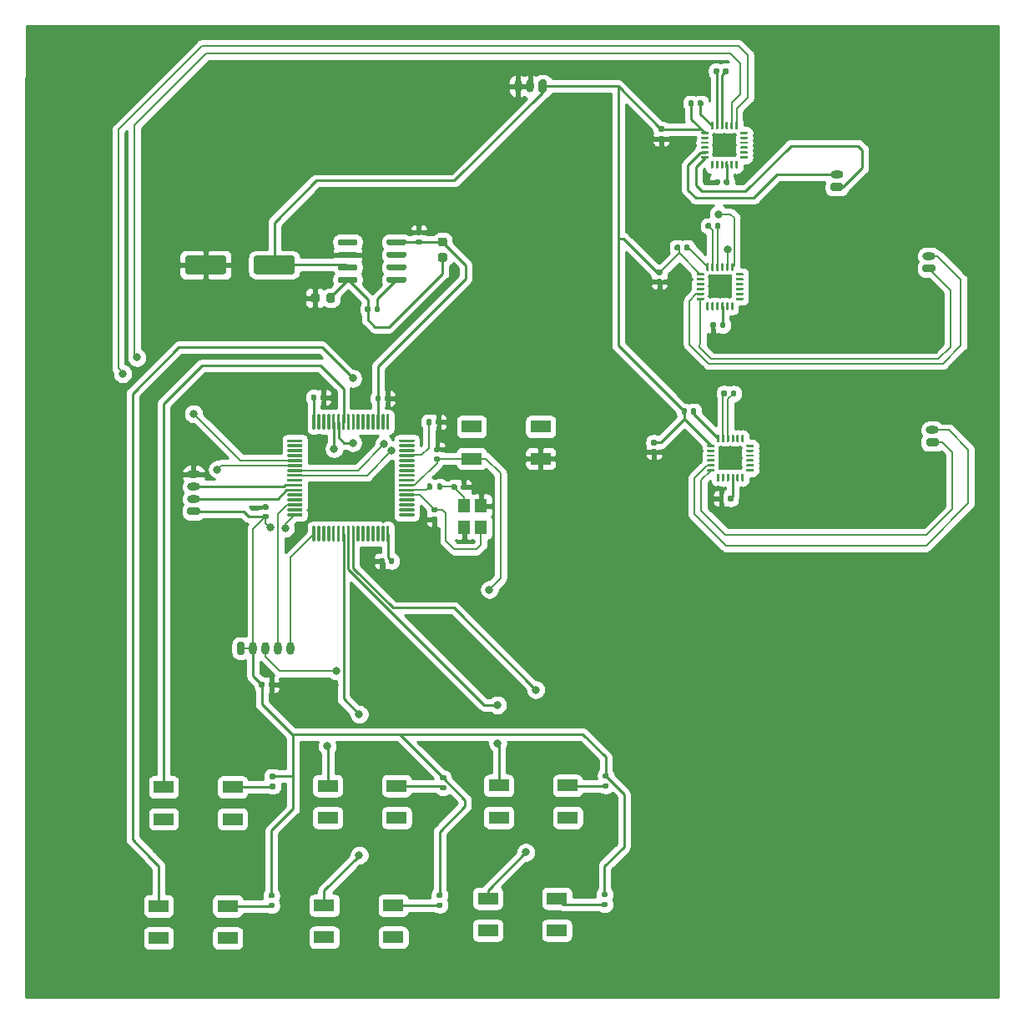
<source format=gbr>
%TF.GenerationSoftware,KiCad,Pcbnew,(5.1.10)-1*%
%TF.CreationDate,2021-07-23T15:11:28+09:00*%
%TF.ProjectId,ZeroGravity,5a65726f-4772-4617-9669-74792e6b6963,rev?*%
%TF.SameCoordinates,Original*%
%TF.FileFunction,Copper,L1,Top*%
%TF.FilePolarity,Positive*%
%FSLAX46Y46*%
G04 Gerber Fmt 4.6, Leading zero omitted, Abs format (unit mm)*
G04 Created by KiCad (PCBNEW (5.1.10)-1) date 2021-07-23 15:11:28*
%MOMM*%
%LPD*%
G01*
G04 APERTURE LIST*
%TA.AperFunction,SMDPad,CuDef*%
%ADD10R,2.000000X1.250000*%
%TD*%
%TA.AperFunction,ComponentPad*%
%ADD11O,1.300000X0.800000*%
%TD*%
%TA.AperFunction,ComponentPad*%
%ADD12O,0.800000X1.300000*%
%TD*%
%TA.AperFunction,SMDPad,CuDef*%
%ADD13R,2.450000X2.450000*%
%TD*%
%TA.AperFunction,ComponentPad*%
%ADD14C,0.500000*%
%TD*%
%TA.AperFunction,SMDPad,CuDef*%
%ADD15R,1.200000X1.400000*%
%TD*%
%TA.AperFunction,ViaPad*%
%ADD16C,0.800000*%
%TD*%
%TA.AperFunction,Conductor*%
%ADD17C,0.250000*%
%TD*%
%TA.AperFunction,Conductor*%
%ADD18C,0.200000*%
%TD*%
%TA.AperFunction,Conductor*%
%ADD19C,0.254000*%
%TD*%
%TA.AperFunction,Conductor*%
%ADD20C,0.100000*%
%TD*%
G04 APERTURE END LIST*
%TO.P,C21,2*%
%TO.N,Net-(C21-Pad2)*%
%TA.AperFunction,SMDPad,CuDef*%
G36*
G01*
X127370000Y-103420000D02*
X127030000Y-103420000D01*
G75*
G02*
X126890000Y-103280000I0J140000D01*
G01*
X126890000Y-103000000D01*
G75*
G02*
X127030000Y-102860000I140000J0D01*
G01*
X127370000Y-102860000D01*
G75*
G02*
X127510000Y-103000000I0J-140000D01*
G01*
X127510000Y-103280000D01*
G75*
G02*
X127370000Y-103420000I-140000J0D01*
G01*
G37*
%TD.AperFunction*%
%TO.P,C21,1*%
%TO.N,GND*%
%TA.AperFunction,SMDPad,CuDef*%
G36*
G01*
X127370000Y-104380000D02*
X127030000Y-104380000D01*
G75*
G02*
X126890000Y-104240000I0J140000D01*
G01*
X126890000Y-103960000D01*
G75*
G02*
X127030000Y-103820000I140000J0D01*
G01*
X127370000Y-103820000D01*
G75*
G02*
X127510000Y-103960000I0J-140000D01*
G01*
X127510000Y-104240000D01*
G75*
G02*
X127370000Y-104380000I-140000J0D01*
G01*
G37*
%TD.AperFunction*%
%TD*%
%TO.P,C8,1*%
%TO.N,+24V*%
%TA.AperFunction,SMDPad,CuDef*%
G36*
G01*
X149280000Y-96040000D02*
X149620000Y-96040000D01*
G75*
G02*
X149760000Y-96180000I0J-140000D01*
G01*
X149760000Y-96460000D01*
G75*
G02*
X149620000Y-96600000I-140000J0D01*
G01*
X149280000Y-96600000D01*
G75*
G02*
X149140000Y-96460000I0J140000D01*
G01*
X149140000Y-96180000D01*
G75*
G02*
X149280000Y-96040000I140000J0D01*
G01*
G37*
%TD.AperFunction*%
%TO.P,C8,2*%
%TO.N,GND*%
%TA.AperFunction,SMDPad,CuDef*%
G36*
G01*
X149280000Y-97000000D02*
X149620000Y-97000000D01*
G75*
G02*
X149760000Y-97140000I0J-140000D01*
G01*
X149760000Y-97420000D01*
G75*
G02*
X149620000Y-97560000I-140000J0D01*
G01*
X149280000Y-97560000D01*
G75*
G02*
X149140000Y-97420000I0J140000D01*
G01*
X149140000Y-97140000D01*
G75*
G02*
X149280000Y-97000000I140000J0D01*
G01*
G37*
%TD.AperFunction*%
%TD*%
%TO.P,R3,2*%
%TO.N,+3V3*%
%TA.AperFunction,SMDPad,CuDef*%
G36*
G01*
X128235000Y-130610000D02*
X127865000Y-130610000D01*
G75*
G02*
X127730000Y-130475000I0J135000D01*
G01*
X127730000Y-130205000D01*
G75*
G02*
X127865000Y-130070000I135000J0D01*
G01*
X128235000Y-130070000D01*
G75*
G02*
X128370000Y-130205000I0J-135000D01*
G01*
X128370000Y-130475000D01*
G75*
G02*
X128235000Y-130610000I-135000J0D01*
G01*
G37*
%TD.AperFunction*%
%TO.P,R3,1*%
%TO.N,Net-(R3-Pad1)*%
%TA.AperFunction,SMDPad,CuDef*%
G36*
G01*
X128235000Y-131630000D02*
X127865000Y-131630000D01*
G75*
G02*
X127730000Y-131495000I0J135000D01*
G01*
X127730000Y-131225000D01*
G75*
G02*
X127865000Y-131090000I135000J0D01*
G01*
X128235000Y-131090000D01*
G75*
G02*
X128370000Y-131225000I0J-135000D01*
G01*
X128370000Y-131495000D01*
G75*
G02*
X128235000Y-131630000I-135000J0D01*
G01*
G37*
%TD.AperFunction*%
%TD*%
D10*
%TO.P,SW1,1*%
%TO.N,SW1_FORWARD*%
X99700000Y-131275000D03*
%TO.P,SW1,2*%
%TO.N,Net-(R1-Pad1)*%
X106700000Y-131275000D03*
%TO.P,SW1,3*%
%TO.N,N/C*%
X99700000Y-134525000D03*
%TO.P,SW1,4*%
X106700000Y-134525000D03*
%TD*%
%TO.P,SW3,1*%
%TO.N,SW2_FORWARD*%
X116350000Y-131150000D03*
%TO.P,SW3,2*%
%TO.N,Net-(R3-Pad1)*%
X123350000Y-131150000D03*
%TO.P,SW3,3*%
%TO.N,N/C*%
X116350000Y-134400000D03*
%TO.P,SW3,4*%
X123350000Y-134400000D03*
%TD*%
%TO.P,C23,1*%
%TO.N,GND*%
%TA.AperFunction,SMDPad,CuDef*%
G36*
G01*
X127280000Y-96760000D02*
X127620000Y-96760000D01*
G75*
G02*
X127760000Y-96900000I0J-140000D01*
G01*
X127760000Y-97180000D01*
G75*
G02*
X127620000Y-97320000I-140000J0D01*
G01*
X127280000Y-97320000D01*
G75*
G02*
X127140000Y-97180000I0J140000D01*
G01*
X127140000Y-96900000D01*
G75*
G02*
X127280000Y-96760000I140000J0D01*
G01*
G37*
%TD.AperFunction*%
%TO.P,C23,2*%
%TO.N,NRST*%
%TA.AperFunction,SMDPad,CuDef*%
G36*
G01*
X127280000Y-97720000D02*
X127620000Y-97720000D01*
G75*
G02*
X127760000Y-97860000I0J-140000D01*
G01*
X127760000Y-98140000D01*
G75*
G02*
X127620000Y-98280000I-140000J0D01*
G01*
X127280000Y-98280000D01*
G75*
G02*
X127140000Y-98140000I0J140000D01*
G01*
X127140000Y-97860000D01*
G75*
G02*
X127280000Y-97720000I140000J0D01*
G01*
G37*
%TD.AperFunction*%
%TD*%
%TO.P,SW6,4*%
%TO.N,N/C*%
X139600000Y-145825000D03*
%TO.P,SW6,3*%
X132600000Y-145825000D03*
%TO.P,SW6,2*%
%TO.N,Net-(R6-Pad1)*%
X139600000Y-142575000D03*
%TO.P,SW6,1*%
%TO.N,SW3_REVERSE*%
X132600000Y-142575000D03*
%TD*%
%TO.P,TC1,1*%
%TO.N,+24V*%
%TA.AperFunction,SMDPad,CuDef*%
G36*
G01*
X113000000Y-77600000D02*
X113000000Y-79000000D01*
G75*
G02*
X112750000Y-79250000I-250000J0D01*
G01*
X109100000Y-79250000D01*
G75*
G02*
X108850000Y-79000000I0J250000D01*
G01*
X108850000Y-77600000D01*
G75*
G02*
X109100000Y-77350000I250000J0D01*
G01*
X112750000Y-77350000D01*
G75*
G02*
X113000000Y-77600000I0J-250000D01*
G01*
G37*
%TD.AperFunction*%
%TO.P,TC1,2*%
%TO.N,GND*%
%TA.AperFunction,SMDPad,CuDef*%
G36*
G01*
X106050000Y-77600000D02*
X106050000Y-79000000D01*
G75*
G02*
X105800000Y-79250000I-250000J0D01*
G01*
X102150000Y-79250000D01*
G75*
G02*
X101900000Y-79000000I0J250000D01*
G01*
X101900000Y-77600000D01*
G75*
G02*
X102150000Y-77350000I250000J0D01*
G01*
X105800000Y-77350000D01*
G75*
G02*
X106050000Y-77600000I0J-250000D01*
G01*
G37*
%TD.AperFunction*%
%TD*%
%TO.P,C14,1*%
%TO.N,Net-(C14-Pad1)*%
%TA.AperFunction,SMDPad,CuDef*%
G36*
G01*
X157810000Y-91180000D02*
X157810000Y-91520000D01*
G75*
G02*
X157670000Y-91660000I-140000J0D01*
G01*
X157390000Y-91660000D01*
G75*
G02*
X157250000Y-91520000I0J140000D01*
G01*
X157250000Y-91180000D01*
G75*
G02*
X157390000Y-91040000I140000J0D01*
G01*
X157670000Y-91040000D01*
G75*
G02*
X157810000Y-91180000I0J-140000D01*
G01*
G37*
%TD.AperFunction*%
%TO.P,C14,2*%
%TO.N,Net-(C14-Pad2)*%
%TA.AperFunction,SMDPad,CuDef*%
G36*
G01*
X156850000Y-91180000D02*
X156850000Y-91520000D01*
G75*
G02*
X156710000Y-91660000I-140000J0D01*
G01*
X156430000Y-91660000D01*
G75*
G02*
X156290000Y-91520000I0J140000D01*
G01*
X156290000Y-91180000D01*
G75*
G02*
X156430000Y-91040000I140000J0D01*
G01*
X156710000Y-91040000D01*
G75*
G02*
X156850000Y-91180000I0J-140000D01*
G01*
G37*
%TD.AperFunction*%
%TD*%
%TO.P,C20,1*%
%TO.N,+3V3*%
%TA.AperFunction,SMDPad,CuDef*%
G36*
G01*
X125770000Y-76260000D02*
X125430000Y-76260000D01*
G75*
G02*
X125290000Y-76120000I0J140000D01*
G01*
X125290000Y-75840000D01*
G75*
G02*
X125430000Y-75700000I140000J0D01*
G01*
X125770000Y-75700000D01*
G75*
G02*
X125910000Y-75840000I0J-140000D01*
G01*
X125910000Y-76120000D01*
G75*
G02*
X125770000Y-76260000I-140000J0D01*
G01*
G37*
%TD.AperFunction*%
%TO.P,C20,2*%
%TO.N,GND*%
%TA.AperFunction,SMDPad,CuDef*%
G36*
G01*
X125770000Y-75300000D02*
X125430000Y-75300000D01*
G75*
G02*
X125290000Y-75160000I0J140000D01*
G01*
X125290000Y-74880000D01*
G75*
G02*
X125430000Y-74740000I140000J0D01*
G01*
X125770000Y-74740000D01*
G75*
G02*
X125910000Y-74880000I0J-140000D01*
G01*
X125910000Y-75160000D01*
G75*
G02*
X125770000Y-75300000I-140000J0D01*
G01*
G37*
%TD.AperFunction*%
%TD*%
%TO.P,C4,2*%
%TO.N,+3V3*%
%TA.AperFunction,SMDPad,CuDef*%
G36*
G01*
X122550000Y-108520000D02*
X122550000Y-108180000D01*
G75*
G02*
X122690000Y-108040000I140000J0D01*
G01*
X122970000Y-108040000D01*
G75*
G02*
X123110000Y-108180000I0J-140000D01*
G01*
X123110000Y-108520000D01*
G75*
G02*
X122970000Y-108660000I-140000J0D01*
G01*
X122690000Y-108660000D01*
G75*
G02*
X122550000Y-108520000I0J140000D01*
G01*
G37*
%TD.AperFunction*%
%TO.P,C4,1*%
%TO.N,GND*%
%TA.AperFunction,SMDPad,CuDef*%
G36*
G01*
X121590000Y-108520000D02*
X121590000Y-108180000D01*
G75*
G02*
X121730000Y-108040000I140000J0D01*
G01*
X122010000Y-108040000D01*
G75*
G02*
X122150000Y-108180000I0J-140000D01*
G01*
X122150000Y-108520000D01*
G75*
G02*
X122010000Y-108660000I-140000J0D01*
G01*
X121730000Y-108660000D01*
G75*
G02*
X121590000Y-108520000I0J140000D01*
G01*
G37*
%TD.AperFunction*%
%TD*%
%TO.P,C10,1*%
%TO.N,+24V*%
%TA.AperFunction,SMDPad,CuDef*%
G36*
G01*
X151540000Y-76720000D02*
X151540000Y-76380000D01*
G75*
G02*
X151680000Y-76240000I140000J0D01*
G01*
X151960000Y-76240000D01*
G75*
G02*
X152100000Y-76380000I0J-140000D01*
G01*
X152100000Y-76720000D01*
G75*
G02*
X151960000Y-76860000I-140000J0D01*
G01*
X151680000Y-76860000D01*
G75*
G02*
X151540000Y-76720000I0J140000D01*
G01*
G37*
%TD.AperFunction*%
%TO.P,C10,2*%
%TO.N,Net-(C10-Pad2)*%
%TA.AperFunction,SMDPad,CuDef*%
G36*
G01*
X152500000Y-76720000D02*
X152500000Y-76380000D01*
G75*
G02*
X152640000Y-76240000I140000J0D01*
G01*
X152920000Y-76240000D01*
G75*
G02*
X153060000Y-76380000I0J-140000D01*
G01*
X153060000Y-76720000D01*
G75*
G02*
X152920000Y-76860000I-140000J0D01*
G01*
X152640000Y-76860000D01*
G75*
G02*
X152500000Y-76720000I0J140000D01*
G01*
G37*
%TD.AperFunction*%
%TD*%
%TO.P,C19,2*%
%TO.N,Net-(C19-Pad2)*%
%TA.AperFunction,SMDPad,CuDef*%
G36*
G01*
X120700000Y-82630000D02*
X120700000Y-82970000D01*
G75*
G02*
X120560000Y-83110000I-140000J0D01*
G01*
X120280000Y-83110000D01*
G75*
G02*
X120140000Y-82970000I0J140000D01*
G01*
X120140000Y-82630000D01*
G75*
G02*
X120280000Y-82490000I140000J0D01*
G01*
X120560000Y-82490000D01*
G75*
G02*
X120700000Y-82630000I0J-140000D01*
G01*
G37*
%TD.AperFunction*%
%TO.P,C19,1*%
%TO.N,Net-(C19-Pad1)*%
%TA.AperFunction,SMDPad,CuDef*%
G36*
G01*
X121660000Y-82630000D02*
X121660000Y-82970000D01*
G75*
G02*
X121520000Y-83110000I-140000J0D01*
G01*
X121240000Y-83110000D01*
G75*
G02*
X121100000Y-82970000I0J140000D01*
G01*
X121100000Y-82630000D01*
G75*
G02*
X121240000Y-82490000I140000J0D01*
G01*
X121520000Y-82490000D01*
G75*
G02*
X121660000Y-82630000I0J-140000D01*
G01*
G37*
%TD.AperFunction*%
%TD*%
%TO.P,J4,1*%
%TO.N,+3V3*%
%TA.AperFunction,ComponentPad*%
G36*
G01*
X103200000Y-103700000D02*
X102300000Y-103700000D01*
G75*
G02*
X102100000Y-103500000I0J200000D01*
G01*
X102100000Y-103100000D01*
G75*
G02*
X102300000Y-102900000I200000J0D01*
G01*
X103200000Y-102900000D01*
G75*
G02*
X103400000Y-103100000I0J-200000D01*
G01*
X103400000Y-103500000D01*
G75*
G02*
X103200000Y-103700000I-200000J0D01*
G01*
G37*
%TD.AperFunction*%
D11*
%TO.P,J4,2*%
%TO.N,UART1_D_TX*%
X102750000Y-102050000D03*
%TO.P,J4,3*%
%TO.N,UART1_D_RX*%
X102750000Y-100800000D03*
%TO.P,J4,4*%
%TO.N,GND*%
X102750000Y-99550000D03*
%TD*%
%TO.P,J5,1*%
%TO.N,+3V3*%
%TA.AperFunction,ComponentPad*%
G36*
G01*
X107150000Y-117650000D02*
X107150000Y-116750000D01*
G75*
G02*
X107350000Y-116550000I200000J0D01*
G01*
X107750000Y-116550000D01*
G75*
G02*
X107950000Y-116750000I0J-200000D01*
G01*
X107950000Y-117650000D01*
G75*
G02*
X107750000Y-117850000I-200000J0D01*
G01*
X107350000Y-117850000D01*
G75*
G02*
X107150000Y-117650000I0J200000D01*
G01*
G37*
%TD.AperFunction*%
D12*
%TO.P,J5,2*%
X108800000Y-117200000D03*
%TO.P,J5,3*%
%TO.N,NRST*%
X110050000Y-117200000D03*
%TO.P,J5,4*%
%TO.N,DBG_SWDIO*%
X111300000Y-117200000D03*
%TO.P,J5,5*%
%TO.N,DBG_SWCLK*%
X112550000Y-117200000D03*
%TD*%
%TO.P,J6,1*%
%TO.N,+24V*%
%TA.AperFunction,ComponentPad*%
G36*
G01*
X138550000Y-59700000D02*
X138550000Y-60600000D01*
G75*
G02*
X138350000Y-60800000I-200000J0D01*
G01*
X137950000Y-60800000D01*
G75*
G02*
X137750000Y-60600000I0J200000D01*
G01*
X137750000Y-59700000D01*
G75*
G02*
X137950000Y-59500000I200000J0D01*
G01*
X138350000Y-59500000D01*
G75*
G02*
X138550000Y-59700000I0J-200000D01*
G01*
G37*
%TD.AperFunction*%
%TO.P,J6,2*%
%TO.N,GND*%
X136900000Y-60150000D03*
%TO.P,J6,3*%
X135650000Y-60150000D03*
%TD*%
%TO.P,L1,1*%
%TO.N,+3V3*%
%TA.AperFunction,SMDPad,CuDef*%
G36*
G01*
X127743750Y-75525000D02*
X128256250Y-75525000D01*
G75*
G02*
X128475000Y-75743750I0J-218750D01*
G01*
X128475000Y-76181250D01*
G75*
G02*
X128256250Y-76400000I-218750J0D01*
G01*
X127743750Y-76400000D01*
G75*
G02*
X127525000Y-76181250I0J218750D01*
G01*
X127525000Y-75743750D01*
G75*
G02*
X127743750Y-75525000I218750J0D01*
G01*
G37*
%TD.AperFunction*%
%TO.P,L1,2*%
%TO.N,Net-(C19-Pad2)*%
%TA.AperFunction,SMDPad,CuDef*%
G36*
G01*
X127743750Y-77100000D02*
X128256250Y-77100000D01*
G75*
G02*
X128475000Y-77318750I0J-218750D01*
G01*
X128475000Y-77756250D01*
G75*
G02*
X128256250Y-77975000I-218750J0D01*
G01*
X127743750Y-77975000D01*
G75*
G02*
X127525000Y-77756250I0J218750D01*
G01*
X127525000Y-77318750D01*
G75*
G02*
X127743750Y-77100000I218750J0D01*
G01*
G37*
%TD.AperFunction*%
%TD*%
%TO.P,C22,1*%
%TO.N,GND*%
%TA.AperFunction,SMDPad,CuDef*%
G36*
G01*
X130430000Y-100680000D02*
X130430000Y-101020000D01*
G75*
G02*
X130290000Y-101160000I-140000J0D01*
G01*
X130010000Y-101160000D01*
G75*
G02*
X129870000Y-101020000I0J140000D01*
G01*
X129870000Y-100680000D01*
G75*
G02*
X130010000Y-100540000I140000J0D01*
G01*
X130290000Y-100540000D01*
G75*
G02*
X130430000Y-100680000I0J-140000D01*
G01*
G37*
%TD.AperFunction*%
%TO.P,C22,2*%
%TO.N,Net-(C22-Pad2)*%
%TA.AperFunction,SMDPad,CuDef*%
G36*
G01*
X129470000Y-100680000D02*
X129470000Y-101020000D01*
G75*
G02*
X129330000Y-101160000I-140000J0D01*
G01*
X129050000Y-101160000D01*
G75*
G02*
X128910000Y-101020000I0J140000D01*
G01*
X128910000Y-100680000D01*
G75*
G02*
X129050000Y-100540000I140000J0D01*
G01*
X129330000Y-100540000D01*
G75*
G02*
X129470000Y-100680000I0J-140000D01*
G01*
G37*
%TD.AperFunction*%
%TD*%
%TO.P,C24,1*%
%TO.N,GND*%
%TA.AperFunction,SMDPad,CuDef*%
G36*
G01*
X127860000Y-94080000D02*
X127860000Y-94420000D01*
G75*
G02*
X127720000Y-94560000I-140000J0D01*
G01*
X127440000Y-94560000D01*
G75*
G02*
X127300000Y-94420000I0J140000D01*
G01*
X127300000Y-94080000D01*
G75*
G02*
X127440000Y-93940000I140000J0D01*
G01*
X127720000Y-93940000D01*
G75*
G02*
X127860000Y-94080000I0J-140000D01*
G01*
G37*
%TD.AperFunction*%
%TO.P,C24,2*%
%TO.N,+3V3*%
%TA.AperFunction,SMDPad,CuDef*%
G36*
G01*
X126900000Y-94080000D02*
X126900000Y-94420000D01*
G75*
G02*
X126760000Y-94560000I-140000J0D01*
G01*
X126480000Y-94560000D01*
G75*
G02*
X126340000Y-94420000I0J140000D01*
G01*
X126340000Y-94080000D01*
G75*
G02*
X126480000Y-93940000I140000J0D01*
G01*
X126760000Y-93940000D01*
G75*
G02*
X126900000Y-94080000I0J-140000D01*
G01*
G37*
%TD.AperFunction*%
%TD*%
%TO.P,C7,1*%
%TO.N,+24V*%
%TA.AperFunction,SMDPad,CuDef*%
G36*
G01*
X149830000Y-78760000D02*
X150170000Y-78760000D01*
G75*
G02*
X150310000Y-78900000I0J-140000D01*
G01*
X150310000Y-79180000D01*
G75*
G02*
X150170000Y-79320000I-140000J0D01*
G01*
X149830000Y-79320000D01*
G75*
G02*
X149690000Y-79180000I0J140000D01*
G01*
X149690000Y-78900000D01*
G75*
G02*
X149830000Y-78760000I140000J0D01*
G01*
G37*
%TD.AperFunction*%
%TO.P,C7,2*%
%TO.N,GND*%
%TA.AperFunction,SMDPad,CuDef*%
G36*
G01*
X149830000Y-79720000D02*
X150170000Y-79720000D01*
G75*
G02*
X150310000Y-79860000I0J-140000D01*
G01*
X150310000Y-80140000D01*
G75*
G02*
X150170000Y-80280000I-140000J0D01*
G01*
X149830000Y-80280000D01*
G75*
G02*
X149690000Y-80140000I0J140000D01*
G01*
X149690000Y-79860000D01*
G75*
G02*
X149830000Y-79720000I140000J0D01*
G01*
G37*
%TD.AperFunction*%
%TD*%
%TO.P,D1,1*%
%TO.N,GND*%
%TA.AperFunction,SMDPad,CuDef*%
G36*
G01*
X114637500Y-81906250D02*
X114637500Y-81393750D01*
G75*
G02*
X114856250Y-81175000I218750J0D01*
G01*
X115293750Y-81175000D01*
G75*
G02*
X115512500Y-81393750I0J-218750D01*
G01*
X115512500Y-81906250D01*
G75*
G02*
X115293750Y-82125000I-218750J0D01*
G01*
X114856250Y-82125000D01*
G75*
G02*
X114637500Y-81906250I0J218750D01*
G01*
G37*
%TD.AperFunction*%
%TO.P,D1,2*%
%TO.N,Net-(C19-Pad2)*%
%TA.AperFunction,SMDPad,CuDef*%
G36*
G01*
X116212500Y-81906250D02*
X116212500Y-81393750D01*
G75*
G02*
X116431250Y-81175000I218750J0D01*
G01*
X116868750Y-81175000D01*
G75*
G02*
X117087500Y-81393750I0J-218750D01*
G01*
X117087500Y-81906250D01*
G75*
G02*
X116868750Y-82125000I-218750J0D01*
G01*
X116431250Y-82125000D01*
G75*
G02*
X116212500Y-81906250I0J218750D01*
G01*
G37*
%TD.AperFunction*%
%TD*%
%TO.P,C6,2*%
%TO.N,GND*%
%TA.AperFunction,SMDPad,CuDef*%
G36*
G01*
X150030000Y-65200000D02*
X150370000Y-65200000D01*
G75*
G02*
X150510000Y-65340000I0J-140000D01*
G01*
X150510000Y-65620000D01*
G75*
G02*
X150370000Y-65760000I-140000J0D01*
G01*
X150030000Y-65760000D01*
G75*
G02*
X149890000Y-65620000I0J140000D01*
G01*
X149890000Y-65340000D01*
G75*
G02*
X150030000Y-65200000I140000J0D01*
G01*
G37*
%TD.AperFunction*%
%TO.P,C6,1*%
%TO.N,+24V*%
%TA.AperFunction,SMDPad,CuDef*%
G36*
G01*
X150030000Y-64240000D02*
X150370000Y-64240000D01*
G75*
G02*
X150510000Y-64380000I0J-140000D01*
G01*
X150510000Y-64660000D01*
G75*
G02*
X150370000Y-64800000I-140000J0D01*
G01*
X150030000Y-64800000D01*
G75*
G02*
X149890000Y-64660000I0J140000D01*
G01*
X149890000Y-64380000D01*
G75*
G02*
X150030000Y-64240000I140000J0D01*
G01*
G37*
%TD.AperFunction*%
%TD*%
D11*
%TO.P,J2,2*%
%TO.N,Motor2_OUT2*%
X177350000Y-77400000D03*
%TO.P,J2,1*%
%TO.N,Motor2_OUT1*%
%TA.AperFunction,ComponentPad*%
G36*
G01*
X177800000Y-79050000D02*
X176900000Y-79050000D01*
G75*
G02*
X176700000Y-78850000I0J200000D01*
G01*
X176700000Y-78450000D01*
G75*
G02*
X176900000Y-78250000I200000J0D01*
G01*
X177800000Y-78250000D01*
G75*
G02*
X178000000Y-78450000I0J-200000D01*
G01*
X178000000Y-78850000D01*
G75*
G02*
X177800000Y-79050000I-200000J0D01*
G01*
G37*
%TD.AperFunction*%
%TD*%
%TO.P,C13,1*%
%TO.N,Net-(C13-Pad1)*%
%TA.AperFunction,SMDPad,CuDef*%
G36*
G01*
X156210000Y-74180000D02*
X156210000Y-74520000D01*
G75*
G02*
X156070000Y-74660000I-140000J0D01*
G01*
X155790000Y-74660000D01*
G75*
G02*
X155650000Y-74520000I0J140000D01*
G01*
X155650000Y-74180000D01*
G75*
G02*
X155790000Y-74040000I140000J0D01*
G01*
X156070000Y-74040000D01*
G75*
G02*
X156210000Y-74180000I0J-140000D01*
G01*
G37*
%TD.AperFunction*%
%TO.P,C13,2*%
%TO.N,Net-(C13-Pad2)*%
%TA.AperFunction,SMDPad,CuDef*%
G36*
G01*
X155250000Y-74180000D02*
X155250000Y-74520000D01*
G75*
G02*
X155110000Y-74660000I-140000J0D01*
G01*
X154830000Y-74660000D01*
G75*
G02*
X154690000Y-74520000I0J140000D01*
G01*
X154690000Y-74180000D01*
G75*
G02*
X154830000Y-74040000I140000J0D01*
G01*
X155110000Y-74040000D01*
G75*
G02*
X155250000Y-74180000I0J-140000D01*
G01*
G37*
%TD.AperFunction*%
%TD*%
%TO.P,C15,1*%
%TO.N,Net-(C15-Pad1)*%
%TA.AperFunction,SMDPad,CuDef*%
G36*
G01*
X157110000Y-69730000D02*
X157110000Y-70070000D01*
G75*
G02*
X156970000Y-70210000I-140000J0D01*
G01*
X156690000Y-70210000D01*
G75*
G02*
X156550000Y-70070000I0J140000D01*
G01*
X156550000Y-69730000D01*
G75*
G02*
X156690000Y-69590000I140000J0D01*
G01*
X156970000Y-69590000D01*
G75*
G02*
X157110000Y-69730000I0J-140000D01*
G01*
G37*
%TD.AperFunction*%
%TO.P,C15,2*%
%TO.N,GND*%
%TA.AperFunction,SMDPad,CuDef*%
G36*
G01*
X156150000Y-69730000D02*
X156150000Y-70070000D01*
G75*
G02*
X156010000Y-70210000I-140000J0D01*
G01*
X155730000Y-70210000D01*
G75*
G02*
X155590000Y-70070000I0J140000D01*
G01*
X155590000Y-69730000D01*
G75*
G02*
X155730000Y-69590000I140000J0D01*
G01*
X156010000Y-69590000D01*
G75*
G02*
X156150000Y-69730000I0J-140000D01*
G01*
G37*
%TD.AperFunction*%
%TD*%
%TO.P,C17,2*%
%TO.N,GND*%
%TA.AperFunction,SMDPad,CuDef*%
G36*
G01*
X156550000Y-101830000D02*
X156550000Y-102170000D01*
G75*
G02*
X156410000Y-102310000I-140000J0D01*
G01*
X156130000Y-102310000D01*
G75*
G02*
X155990000Y-102170000I0J140000D01*
G01*
X155990000Y-101830000D01*
G75*
G02*
X156130000Y-101690000I140000J0D01*
G01*
X156410000Y-101690000D01*
G75*
G02*
X156550000Y-101830000I0J-140000D01*
G01*
G37*
%TD.AperFunction*%
%TO.P,C17,1*%
%TO.N,Net-(C17-Pad1)*%
%TA.AperFunction,SMDPad,CuDef*%
G36*
G01*
X157510000Y-101830000D02*
X157510000Y-102170000D01*
G75*
G02*
X157370000Y-102310000I-140000J0D01*
G01*
X157090000Y-102310000D01*
G75*
G02*
X156950000Y-102170000I0J140000D01*
G01*
X156950000Y-101830000D01*
G75*
G02*
X157090000Y-101690000I140000J0D01*
G01*
X157370000Y-101690000D01*
G75*
G02*
X157510000Y-101830000I0J-140000D01*
G01*
G37*
%TD.AperFunction*%
%TD*%
%TO.P,R1,2*%
%TO.N,+3V3*%
%TA.AperFunction,SMDPad,CuDef*%
G36*
G01*
X110935000Y-130460000D02*
X110565000Y-130460000D01*
G75*
G02*
X110430000Y-130325000I0J135000D01*
G01*
X110430000Y-130055000D01*
G75*
G02*
X110565000Y-129920000I135000J0D01*
G01*
X110935000Y-129920000D01*
G75*
G02*
X111070000Y-130055000I0J-135000D01*
G01*
X111070000Y-130325000D01*
G75*
G02*
X110935000Y-130460000I-135000J0D01*
G01*
G37*
%TD.AperFunction*%
%TO.P,R1,1*%
%TO.N,Net-(R1-Pad1)*%
%TA.AperFunction,SMDPad,CuDef*%
G36*
G01*
X110935000Y-131480000D02*
X110565000Y-131480000D01*
G75*
G02*
X110430000Y-131345000I0J135000D01*
G01*
X110430000Y-131075000D01*
G75*
G02*
X110565000Y-130940000I135000J0D01*
G01*
X110935000Y-130940000D01*
G75*
G02*
X111070000Y-131075000I0J-135000D01*
G01*
X111070000Y-131345000D01*
G75*
G02*
X110935000Y-131480000I-135000J0D01*
G01*
G37*
%TD.AperFunction*%
%TD*%
%TO.P,C9,1*%
%TO.N,+24V*%
%TA.AperFunction,SMDPad,CuDef*%
G36*
G01*
X152940000Y-62070000D02*
X152940000Y-61730000D01*
G75*
G02*
X153080000Y-61590000I140000J0D01*
G01*
X153360000Y-61590000D01*
G75*
G02*
X153500000Y-61730000I0J-140000D01*
G01*
X153500000Y-62070000D01*
G75*
G02*
X153360000Y-62210000I-140000J0D01*
G01*
X153080000Y-62210000D01*
G75*
G02*
X152940000Y-62070000I0J140000D01*
G01*
G37*
%TD.AperFunction*%
%TO.P,C9,2*%
%TO.N,Net-(C9-Pad2)*%
%TA.AperFunction,SMDPad,CuDef*%
G36*
G01*
X153900000Y-62070000D02*
X153900000Y-61730000D01*
G75*
G02*
X154040000Y-61590000I140000J0D01*
G01*
X154320000Y-61590000D01*
G75*
G02*
X154460000Y-61730000I0J-140000D01*
G01*
X154460000Y-62070000D01*
G75*
G02*
X154320000Y-62210000I-140000J0D01*
G01*
X154040000Y-62210000D01*
G75*
G02*
X153900000Y-62070000I0J140000D01*
G01*
G37*
%TD.AperFunction*%
%TD*%
%TO.P,C5,2*%
%TO.N,GND*%
%TA.AperFunction,SMDPad,CuDef*%
G36*
G01*
X110350000Y-121070000D02*
X110350000Y-120730000D01*
G75*
G02*
X110490000Y-120590000I140000J0D01*
G01*
X110770000Y-120590000D01*
G75*
G02*
X110910000Y-120730000I0J-140000D01*
G01*
X110910000Y-121070000D01*
G75*
G02*
X110770000Y-121210000I-140000J0D01*
G01*
X110490000Y-121210000D01*
G75*
G02*
X110350000Y-121070000I0J140000D01*
G01*
G37*
%TD.AperFunction*%
%TO.P,C5,1*%
%TO.N,+3V3*%
%TA.AperFunction,SMDPad,CuDef*%
G36*
G01*
X109390000Y-121070000D02*
X109390000Y-120730000D01*
G75*
G02*
X109530000Y-120590000I140000J0D01*
G01*
X109810000Y-120590000D01*
G75*
G02*
X109950000Y-120730000I0J-140000D01*
G01*
X109950000Y-121070000D01*
G75*
G02*
X109810000Y-121210000I-140000J0D01*
G01*
X109530000Y-121210000D01*
G75*
G02*
X109390000Y-121070000I0J140000D01*
G01*
G37*
%TD.AperFunction*%
%TD*%
%TO.P,C12,2*%
%TO.N,Net-(C12-Pad2)*%
%TA.AperFunction,SMDPad,CuDef*%
G36*
G01*
X156050000Y-58480000D02*
X156050000Y-58820000D01*
G75*
G02*
X155910000Y-58960000I-140000J0D01*
G01*
X155630000Y-58960000D01*
G75*
G02*
X155490000Y-58820000I0J140000D01*
G01*
X155490000Y-58480000D01*
G75*
G02*
X155630000Y-58340000I140000J0D01*
G01*
X155910000Y-58340000D01*
G75*
G02*
X156050000Y-58480000I0J-140000D01*
G01*
G37*
%TD.AperFunction*%
%TO.P,C12,1*%
%TO.N,Net-(C12-Pad1)*%
%TA.AperFunction,SMDPad,CuDef*%
G36*
G01*
X157010000Y-58480000D02*
X157010000Y-58820000D01*
G75*
G02*
X156870000Y-58960000I-140000J0D01*
G01*
X156590000Y-58960000D01*
G75*
G02*
X156450000Y-58820000I0J140000D01*
G01*
X156450000Y-58480000D01*
G75*
G02*
X156590000Y-58340000I140000J0D01*
G01*
X156870000Y-58340000D01*
G75*
G02*
X157010000Y-58480000I0J-140000D01*
G01*
G37*
%TD.AperFunction*%
%TD*%
%TO.P,J3,1*%
%TO.N,Motor3_OUT1*%
%TA.AperFunction,ComponentPad*%
G36*
G01*
X178150000Y-96700000D02*
X177250000Y-96700000D01*
G75*
G02*
X177050000Y-96500000I0J200000D01*
G01*
X177050000Y-96100000D01*
G75*
G02*
X177250000Y-95900000I200000J0D01*
G01*
X178150000Y-95900000D01*
G75*
G02*
X178350000Y-96100000I0J-200000D01*
G01*
X178350000Y-96500000D01*
G75*
G02*
X178150000Y-96700000I-200000J0D01*
G01*
G37*
%TD.AperFunction*%
%TO.P,J3,2*%
%TO.N,Motor3_OUT2*%
X177700000Y-95050000D03*
%TD*%
%TO.P,R4,1*%
%TO.N,Net-(R4-Pad1)*%
%TA.AperFunction,SMDPad,CuDef*%
G36*
G01*
X127885000Y-143540000D02*
X127515000Y-143540000D01*
G75*
G02*
X127380000Y-143405000I0J135000D01*
G01*
X127380000Y-143135000D01*
G75*
G02*
X127515000Y-143000000I135000J0D01*
G01*
X127885000Y-143000000D01*
G75*
G02*
X128020000Y-143135000I0J-135000D01*
G01*
X128020000Y-143405000D01*
G75*
G02*
X127885000Y-143540000I-135000J0D01*
G01*
G37*
%TD.AperFunction*%
%TO.P,R4,2*%
%TO.N,+3V3*%
%TA.AperFunction,SMDPad,CuDef*%
G36*
G01*
X127885000Y-142520000D02*
X127515000Y-142520000D01*
G75*
G02*
X127380000Y-142385000I0J135000D01*
G01*
X127380000Y-142115000D01*
G75*
G02*
X127515000Y-141980000I135000J0D01*
G01*
X127885000Y-141980000D01*
G75*
G02*
X128020000Y-142115000I0J-135000D01*
G01*
X128020000Y-142385000D01*
G75*
G02*
X127885000Y-142520000I-135000J0D01*
G01*
G37*
%TD.AperFunction*%
%TD*%
%TO.P,J1,1*%
%TO.N,Motor1_OUT1*%
%TA.AperFunction,ComponentPad*%
G36*
G01*
X168450000Y-70800000D02*
X167550000Y-70800000D01*
G75*
G02*
X167350000Y-70600000I0J200000D01*
G01*
X167350000Y-70200000D01*
G75*
G02*
X167550000Y-70000000I200000J0D01*
G01*
X168450000Y-70000000D01*
G75*
G02*
X168650000Y-70200000I0J-200000D01*
G01*
X168650000Y-70600000D01*
G75*
G02*
X168450000Y-70800000I-200000J0D01*
G01*
G37*
%TD.AperFunction*%
%TO.P,J1,2*%
%TO.N,Motor1_OUT2*%
X168000000Y-69150000D03*
%TD*%
%TO.P,C11,2*%
%TO.N,Net-(C11-Pad2)*%
%TA.AperFunction,SMDPad,CuDef*%
G36*
G01*
X153200000Y-93320000D02*
X153200000Y-92980000D01*
G75*
G02*
X153340000Y-92840000I140000J0D01*
G01*
X153620000Y-92840000D01*
G75*
G02*
X153760000Y-92980000I0J-140000D01*
G01*
X153760000Y-93320000D01*
G75*
G02*
X153620000Y-93460000I-140000J0D01*
G01*
X153340000Y-93460000D01*
G75*
G02*
X153200000Y-93320000I0J140000D01*
G01*
G37*
%TD.AperFunction*%
%TO.P,C11,1*%
%TO.N,+24V*%
%TA.AperFunction,SMDPad,CuDef*%
G36*
G01*
X152240000Y-93320000D02*
X152240000Y-92980000D01*
G75*
G02*
X152380000Y-92840000I140000J0D01*
G01*
X152660000Y-92840000D01*
G75*
G02*
X152800000Y-92980000I0J-140000D01*
G01*
X152800000Y-93320000D01*
G75*
G02*
X152660000Y-93460000I-140000J0D01*
G01*
X152380000Y-93460000D01*
G75*
G02*
X152240000Y-93320000I0J140000D01*
G01*
G37*
%TD.AperFunction*%
%TD*%
%TO.P,R2,1*%
%TO.N,Net-(R2-Pad1)*%
%TA.AperFunction,SMDPad,CuDef*%
G36*
G01*
X110835000Y-143580000D02*
X110465000Y-143580000D01*
G75*
G02*
X110330000Y-143445000I0J135000D01*
G01*
X110330000Y-143175000D01*
G75*
G02*
X110465000Y-143040000I135000J0D01*
G01*
X110835000Y-143040000D01*
G75*
G02*
X110970000Y-143175000I0J-135000D01*
G01*
X110970000Y-143445000D01*
G75*
G02*
X110835000Y-143580000I-135000J0D01*
G01*
G37*
%TD.AperFunction*%
%TO.P,R2,2*%
%TO.N,+3V3*%
%TA.AperFunction,SMDPad,CuDef*%
G36*
G01*
X110835000Y-142560000D02*
X110465000Y-142560000D01*
G75*
G02*
X110330000Y-142425000I0J135000D01*
G01*
X110330000Y-142155000D01*
G75*
G02*
X110465000Y-142020000I135000J0D01*
G01*
X110835000Y-142020000D01*
G75*
G02*
X110970000Y-142155000I0J-135000D01*
G01*
X110970000Y-142425000D01*
G75*
G02*
X110835000Y-142560000I-135000J0D01*
G01*
G37*
%TD.AperFunction*%
%TD*%
%TO.P,C16,2*%
%TO.N,GND*%
%TA.AperFunction,SMDPad,CuDef*%
G36*
G01*
X155750000Y-84230000D02*
X155750000Y-84570000D01*
G75*
G02*
X155610000Y-84710000I-140000J0D01*
G01*
X155330000Y-84710000D01*
G75*
G02*
X155190000Y-84570000I0J140000D01*
G01*
X155190000Y-84230000D01*
G75*
G02*
X155330000Y-84090000I140000J0D01*
G01*
X155610000Y-84090000D01*
G75*
G02*
X155750000Y-84230000I0J-140000D01*
G01*
G37*
%TD.AperFunction*%
%TO.P,C16,1*%
%TO.N,Net-(C16-Pad1)*%
%TA.AperFunction,SMDPad,CuDef*%
G36*
G01*
X156710000Y-84230000D02*
X156710000Y-84570000D01*
G75*
G02*
X156570000Y-84710000I-140000J0D01*
G01*
X156290000Y-84710000D01*
G75*
G02*
X156150000Y-84570000I0J140000D01*
G01*
X156150000Y-84230000D01*
G75*
G02*
X156290000Y-84090000I140000J0D01*
G01*
X156570000Y-84090000D01*
G75*
G02*
X156710000Y-84230000I0J-140000D01*
G01*
G37*
%TD.AperFunction*%
%TD*%
%TO.P,R5,2*%
%TO.N,+3V3*%
%TA.AperFunction,SMDPad,CuDef*%
G36*
G01*
X144735000Y-130410000D02*
X144365000Y-130410000D01*
G75*
G02*
X144230000Y-130275000I0J135000D01*
G01*
X144230000Y-130005000D01*
G75*
G02*
X144365000Y-129870000I135000J0D01*
G01*
X144735000Y-129870000D01*
G75*
G02*
X144870000Y-130005000I0J-135000D01*
G01*
X144870000Y-130275000D01*
G75*
G02*
X144735000Y-130410000I-135000J0D01*
G01*
G37*
%TD.AperFunction*%
%TO.P,R5,1*%
%TO.N,Net-(R5-Pad1)*%
%TA.AperFunction,SMDPad,CuDef*%
G36*
G01*
X144735000Y-131430000D02*
X144365000Y-131430000D01*
G75*
G02*
X144230000Y-131295000I0J135000D01*
G01*
X144230000Y-131025000D01*
G75*
G02*
X144365000Y-130890000I135000J0D01*
G01*
X144735000Y-130890000D01*
G75*
G02*
X144870000Y-131025000I0J-135000D01*
G01*
X144870000Y-131295000D01*
G75*
G02*
X144735000Y-131430000I-135000J0D01*
G01*
G37*
%TD.AperFunction*%
%TD*%
%TO.P,R6,1*%
%TO.N,Net-(R6-Pad1)*%
%TA.AperFunction,SMDPad,CuDef*%
G36*
G01*
X144635000Y-143480000D02*
X144265000Y-143480000D01*
G75*
G02*
X144130000Y-143345000I0J135000D01*
G01*
X144130000Y-143075000D01*
G75*
G02*
X144265000Y-142940000I135000J0D01*
G01*
X144635000Y-142940000D01*
G75*
G02*
X144770000Y-143075000I0J-135000D01*
G01*
X144770000Y-143345000D01*
G75*
G02*
X144635000Y-143480000I-135000J0D01*
G01*
G37*
%TD.AperFunction*%
%TO.P,R6,2*%
%TO.N,+3V3*%
%TA.AperFunction,SMDPad,CuDef*%
G36*
G01*
X144635000Y-142460000D02*
X144265000Y-142460000D01*
G75*
G02*
X144130000Y-142325000I0J135000D01*
G01*
X144130000Y-142055000D01*
G75*
G02*
X144265000Y-141920000I135000J0D01*
G01*
X144635000Y-141920000D01*
G75*
G02*
X144770000Y-142055000I0J-135000D01*
G01*
X144770000Y-142325000D01*
G75*
G02*
X144635000Y-142460000I-135000J0D01*
G01*
G37*
%TD.AperFunction*%
%TD*%
%TO.P,R7,1*%
%TO.N,Net-(C22-Pad2)*%
%TA.AperFunction,SMDPad,CuDef*%
G36*
G01*
X127980000Y-100615000D02*
X127980000Y-100985000D01*
G75*
G02*
X127845000Y-101120000I-135000J0D01*
G01*
X127575000Y-101120000D01*
G75*
G02*
X127440000Y-100985000I0J135000D01*
G01*
X127440000Y-100615000D01*
G75*
G02*
X127575000Y-100480000I135000J0D01*
G01*
X127845000Y-100480000D01*
G75*
G02*
X127980000Y-100615000I0J-135000D01*
G01*
G37*
%TD.AperFunction*%
%TO.P,R7,2*%
%TO.N,Net-(R7-Pad2)*%
%TA.AperFunction,SMDPad,CuDef*%
G36*
G01*
X126960000Y-100615000D02*
X126960000Y-100985000D01*
G75*
G02*
X126825000Y-101120000I-135000J0D01*
G01*
X126555000Y-101120000D01*
G75*
G02*
X126420000Y-100985000I0J135000D01*
G01*
X126420000Y-100615000D01*
G75*
G02*
X126555000Y-100480000I135000J0D01*
G01*
X126825000Y-100480000D01*
G75*
G02*
X126960000Y-100615000I0J-135000D01*
G01*
G37*
%TD.AperFunction*%
%TD*%
D10*
%TO.P,SW2,4*%
%TO.N,N/C*%
X106200000Y-146600000D03*
%TO.P,SW2,3*%
X99200000Y-146600000D03*
%TO.P,SW2,2*%
%TO.N,Net-(R2-Pad1)*%
X106200000Y-143350000D03*
%TO.P,SW2,1*%
%TO.N,SW1_REVERSE*%
X99200000Y-143350000D03*
%TD*%
%TO.P,SW4,4*%
%TO.N,N/C*%
X123000000Y-146525000D03*
%TO.P,SW4,3*%
X116000000Y-146525000D03*
%TO.P,SW4,2*%
%TO.N,Net-(R4-Pad1)*%
X123000000Y-143275000D03*
%TO.P,SW4,1*%
%TO.N,SW2_REVERSE*%
X116000000Y-143275000D03*
%TD*%
%TO.P,SW5,1*%
%TO.N,SW3_FORWARD*%
X133700000Y-131125000D03*
%TO.P,SW5,2*%
%TO.N,Net-(R5-Pad1)*%
X140700000Y-131125000D03*
%TO.P,SW5,3*%
%TO.N,N/C*%
X133700000Y-134375000D03*
%TO.P,SW5,4*%
X140700000Y-134375000D03*
%TD*%
%TO.P,SW7,1*%
%TO.N,GND*%
X137950000Y-97950000D03*
%TO.P,SW7,2*%
%TO.N,NRST*%
X130950000Y-97950000D03*
%TO.P,SW7,3*%
%TO.N,N/C*%
X137950000Y-94700000D03*
%TO.P,SW7,4*%
X130950000Y-94700000D03*
%TD*%
%TO.P,U1,1*%
%TO.N,+3V3*%
%TA.AperFunction,SMDPad,CuDef*%
G36*
G01*
X125150000Y-103575000D02*
X125150000Y-103725000D01*
G75*
G02*
X125075000Y-103800000I-75000J0D01*
G01*
X123675000Y-103800000D01*
G75*
G02*
X123600000Y-103725000I0J75000D01*
G01*
X123600000Y-103575000D01*
G75*
G02*
X123675000Y-103500000I75000J0D01*
G01*
X125075000Y-103500000D01*
G75*
G02*
X125150000Y-103575000I0J-75000D01*
G01*
G37*
%TD.AperFunction*%
%TO.P,U1,2*%
%TO.N,Net-(U1-Pad2)*%
%TA.AperFunction,SMDPad,CuDef*%
G36*
G01*
X125150000Y-103075000D02*
X125150000Y-103225000D01*
G75*
G02*
X125075000Y-103300000I-75000J0D01*
G01*
X123675000Y-103300000D01*
G75*
G02*
X123600000Y-103225000I0J75000D01*
G01*
X123600000Y-103075000D01*
G75*
G02*
X123675000Y-103000000I75000J0D01*
G01*
X125075000Y-103000000D01*
G75*
G02*
X125150000Y-103075000I0J-75000D01*
G01*
G37*
%TD.AperFunction*%
%TO.P,U1,3*%
%TO.N,Net-(U1-Pad3)*%
%TA.AperFunction,SMDPad,CuDef*%
G36*
G01*
X125150000Y-102575000D02*
X125150000Y-102725000D01*
G75*
G02*
X125075000Y-102800000I-75000J0D01*
G01*
X123675000Y-102800000D01*
G75*
G02*
X123600000Y-102725000I0J75000D01*
G01*
X123600000Y-102575000D01*
G75*
G02*
X123675000Y-102500000I75000J0D01*
G01*
X125075000Y-102500000D01*
G75*
G02*
X125150000Y-102575000I0J-75000D01*
G01*
G37*
%TD.AperFunction*%
%TO.P,U1,4*%
%TO.N,Net-(U1-Pad4)*%
%TA.AperFunction,SMDPad,CuDef*%
G36*
G01*
X125150000Y-102075000D02*
X125150000Y-102225000D01*
G75*
G02*
X125075000Y-102300000I-75000J0D01*
G01*
X123675000Y-102300000D01*
G75*
G02*
X123600000Y-102225000I0J75000D01*
G01*
X123600000Y-102075000D01*
G75*
G02*
X123675000Y-102000000I75000J0D01*
G01*
X125075000Y-102000000D01*
G75*
G02*
X125150000Y-102075000I0J-75000D01*
G01*
G37*
%TD.AperFunction*%
%TO.P,U1,5*%
%TO.N,Net-(C21-Pad2)*%
%TA.AperFunction,SMDPad,CuDef*%
G36*
G01*
X125150000Y-101575000D02*
X125150000Y-101725000D01*
G75*
G02*
X125075000Y-101800000I-75000J0D01*
G01*
X123675000Y-101800000D01*
G75*
G02*
X123600000Y-101725000I0J75000D01*
G01*
X123600000Y-101575000D01*
G75*
G02*
X123675000Y-101500000I75000J0D01*
G01*
X125075000Y-101500000D01*
G75*
G02*
X125150000Y-101575000I0J-75000D01*
G01*
G37*
%TD.AperFunction*%
%TO.P,U1,6*%
%TO.N,Net-(R7-Pad2)*%
%TA.AperFunction,SMDPad,CuDef*%
G36*
G01*
X125150000Y-101075000D02*
X125150000Y-101225000D01*
G75*
G02*
X125075000Y-101300000I-75000J0D01*
G01*
X123675000Y-101300000D01*
G75*
G02*
X123600000Y-101225000I0J75000D01*
G01*
X123600000Y-101075000D01*
G75*
G02*
X123675000Y-101000000I75000J0D01*
G01*
X125075000Y-101000000D01*
G75*
G02*
X125150000Y-101075000I0J-75000D01*
G01*
G37*
%TD.AperFunction*%
%TO.P,U1,7*%
%TO.N,NRST*%
%TA.AperFunction,SMDPad,CuDef*%
G36*
G01*
X125150000Y-100575000D02*
X125150000Y-100725000D01*
G75*
G02*
X125075000Y-100800000I-75000J0D01*
G01*
X123675000Y-100800000D01*
G75*
G02*
X123600000Y-100725000I0J75000D01*
G01*
X123600000Y-100575000D01*
G75*
G02*
X123675000Y-100500000I75000J0D01*
G01*
X125075000Y-100500000D01*
G75*
G02*
X125150000Y-100575000I0J-75000D01*
G01*
G37*
%TD.AperFunction*%
%TO.P,U1,8*%
%TO.N,Net-(U1-Pad8)*%
%TA.AperFunction,SMDPad,CuDef*%
G36*
G01*
X125150000Y-100075000D02*
X125150000Y-100225000D01*
G75*
G02*
X125075000Y-100300000I-75000J0D01*
G01*
X123675000Y-100300000D01*
G75*
G02*
X123600000Y-100225000I0J75000D01*
G01*
X123600000Y-100075000D01*
G75*
G02*
X123675000Y-100000000I75000J0D01*
G01*
X125075000Y-100000000D01*
G75*
G02*
X125150000Y-100075000I0J-75000D01*
G01*
G37*
%TD.AperFunction*%
%TO.P,U1,9*%
%TO.N,Net-(U1-Pad9)*%
%TA.AperFunction,SMDPad,CuDef*%
G36*
G01*
X125150000Y-99575000D02*
X125150000Y-99725000D01*
G75*
G02*
X125075000Y-99800000I-75000J0D01*
G01*
X123675000Y-99800000D01*
G75*
G02*
X123600000Y-99725000I0J75000D01*
G01*
X123600000Y-99575000D01*
G75*
G02*
X123675000Y-99500000I75000J0D01*
G01*
X125075000Y-99500000D01*
G75*
G02*
X125150000Y-99575000I0J-75000D01*
G01*
G37*
%TD.AperFunction*%
%TO.P,U1,10*%
%TO.N,Net-(U1-Pad10)*%
%TA.AperFunction,SMDPad,CuDef*%
G36*
G01*
X125150000Y-99075000D02*
X125150000Y-99225000D01*
G75*
G02*
X125075000Y-99300000I-75000J0D01*
G01*
X123675000Y-99300000D01*
G75*
G02*
X123600000Y-99225000I0J75000D01*
G01*
X123600000Y-99075000D01*
G75*
G02*
X123675000Y-99000000I75000J0D01*
G01*
X125075000Y-99000000D01*
G75*
G02*
X125150000Y-99075000I0J-75000D01*
G01*
G37*
%TD.AperFunction*%
%TO.P,U1,11*%
%TO.N,Net-(U1-Pad11)*%
%TA.AperFunction,SMDPad,CuDef*%
G36*
G01*
X125150000Y-98575000D02*
X125150000Y-98725000D01*
G75*
G02*
X125075000Y-98800000I-75000J0D01*
G01*
X123675000Y-98800000D01*
G75*
G02*
X123600000Y-98725000I0J75000D01*
G01*
X123600000Y-98575000D01*
G75*
G02*
X123675000Y-98500000I75000J0D01*
G01*
X125075000Y-98500000D01*
G75*
G02*
X125150000Y-98575000I0J-75000D01*
G01*
G37*
%TD.AperFunction*%
%TO.P,U1,12*%
%TO.N,GND*%
%TA.AperFunction,SMDPad,CuDef*%
G36*
G01*
X125150000Y-98075000D02*
X125150000Y-98225000D01*
G75*
G02*
X125075000Y-98300000I-75000J0D01*
G01*
X123675000Y-98300000D01*
G75*
G02*
X123600000Y-98225000I0J75000D01*
G01*
X123600000Y-98075000D01*
G75*
G02*
X123675000Y-98000000I75000J0D01*
G01*
X125075000Y-98000000D01*
G75*
G02*
X125150000Y-98075000I0J-75000D01*
G01*
G37*
%TD.AperFunction*%
%TO.P,U1,13*%
%TO.N,+3V3*%
%TA.AperFunction,SMDPad,CuDef*%
G36*
G01*
X125150000Y-97575000D02*
X125150000Y-97725000D01*
G75*
G02*
X125075000Y-97800000I-75000J0D01*
G01*
X123675000Y-97800000D01*
G75*
G02*
X123600000Y-97725000I0J75000D01*
G01*
X123600000Y-97575000D01*
G75*
G02*
X123675000Y-97500000I75000J0D01*
G01*
X125075000Y-97500000D01*
G75*
G02*
X125150000Y-97575000I0J-75000D01*
G01*
G37*
%TD.AperFunction*%
%TO.P,U1,14*%
%TO.N,Net-(U1-Pad14)*%
%TA.AperFunction,SMDPad,CuDef*%
G36*
G01*
X125150000Y-97075000D02*
X125150000Y-97225000D01*
G75*
G02*
X125075000Y-97300000I-75000J0D01*
G01*
X123675000Y-97300000D01*
G75*
G02*
X123600000Y-97225000I0J75000D01*
G01*
X123600000Y-97075000D01*
G75*
G02*
X123675000Y-97000000I75000J0D01*
G01*
X125075000Y-97000000D01*
G75*
G02*
X125150000Y-97075000I0J-75000D01*
G01*
G37*
%TD.AperFunction*%
%TO.P,U1,15*%
%TO.N,Net-(U1-Pad15)*%
%TA.AperFunction,SMDPad,CuDef*%
G36*
G01*
X125150000Y-96575000D02*
X125150000Y-96725000D01*
G75*
G02*
X125075000Y-96800000I-75000J0D01*
G01*
X123675000Y-96800000D01*
G75*
G02*
X123600000Y-96725000I0J75000D01*
G01*
X123600000Y-96575000D01*
G75*
G02*
X123675000Y-96500000I75000J0D01*
G01*
X125075000Y-96500000D01*
G75*
G02*
X125150000Y-96575000I0J-75000D01*
G01*
G37*
%TD.AperFunction*%
%TO.P,U1,16*%
%TO.N,Net-(U1-Pad16)*%
%TA.AperFunction,SMDPad,CuDef*%
G36*
G01*
X125150000Y-96075000D02*
X125150000Y-96225000D01*
G75*
G02*
X125075000Y-96300000I-75000J0D01*
G01*
X123675000Y-96300000D01*
G75*
G02*
X123600000Y-96225000I0J75000D01*
G01*
X123600000Y-96075000D01*
G75*
G02*
X123675000Y-96000000I75000J0D01*
G01*
X125075000Y-96000000D01*
G75*
G02*
X125150000Y-96075000I0J-75000D01*
G01*
G37*
%TD.AperFunction*%
%TO.P,U1,17*%
%TO.N,Net-(U1-Pad17)*%
%TA.AperFunction,SMDPad,CuDef*%
G36*
G01*
X122600000Y-93525000D02*
X122600000Y-94925000D01*
G75*
G02*
X122525000Y-95000000I-75000J0D01*
G01*
X122375000Y-95000000D01*
G75*
G02*
X122300000Y-94925000I0J75000D01*
G01*
X122300000Y-93525000D01*
G75*
G02*
X122375000Y-93450000I75000J0D01*
G01*
X122525000Y-93450000D01*
G75*
G02*
X122600000Y-93525000I0J-75000D01*
G01*
G37*
%TD.AperFunction*%
%TO.P,U1,18*%
%TO.N,GND*%
%TA.AperFunction,SMDPad,CuDef*%
G36*
G01*
X122100000Y-93525000D02*
X122100000Y-94925000D01*
G75*
G02*
X122025000Y-95000000I-75000J0D01*
G01*
X121875000Y-95000000D01*
G75*
G02*
X121800000Y-94925000I0J75000D01*
G01*
X121800000Y-93525000D01*
G75*
G02*
X121875000Y-93450000I75000J0D01*
G01*
X122025000Y-93450000D01*
G75*
G02*
X122100000Y-93525000I0J-75000D01*
G01*
G37*
%TD.AperFunction*%
%TO.P,U1,19*%
%TO.N,+3V3*%
%TA.AperFunction,SMDPad,CuDef*%
G36*
G01*
X121600000Y-93525000D02*
X121600000Y-94925000D01*
G75*
G02*
X121525000Y-95000000I-75000J0D01*
G01*
X121375000Y-95000000D01*
G75*
G02*
X121300000Y-94925000I0J75000D01*
G01*
X121300000Y-93525000D01*
G75*
G02*
X121375000Y-93450000I75000J0D01*
G01*
X121525000Y-93450000D01*
G75*
G02*
X121600000Y-93525000I0J-75000D01*
G01*
G37*
%TD.AperFunction*%
%TO.P,U1,20*%
%TO.N,Net-(U1-Pad20)*%
%TA.AperFunction,SMDPad,CuDef*%
G36*
G01*
X121100000Y-93525000D02*
X121100000Y-94925000D01*
G75*
G02*
X121025000Y-95000000I-75000J0D01*
G01*
X120875000Y-95000000D01*
G75*
G02*
X120800000Y-94925000I0J75000D01*
G01*
X120800000Y-93525000D01*
G75*
G02*
X120875000Y-93450000I75000J0D01*
G01*
X121025000Y-93450000D01*
G75*
G02*
X121100000Y-93525000I0J-75000D01*
G01*
G37*
%TD.AperFunction*%
%TO.P,U1,21*%
%TO.N,Net-(U1-Pad21)*%
%TA.AperFunction,SMDPad,CuDef*%
G36*
G01*
X120600000Y-93525000D02*
X120600000Y-94925000D01*
G75*
G02*
X120525000Y-95000000I-75000J0D01*
G01*
X120375000Y-95000000D01*
G75*
G02*
X120300000Y-94925000I0J75000D01*
G01*
X120300000Y-93525000D01*
G75*
G02*
X120375000Y-93450000I75000J0D01*
G01*
X120525000Y-93450000D01*
G75*
G02*
X120600000Y-93525000I0J-75000D01*
G01*
G37*
%TD.AperFunction*%
%TO.P,U1,22*%
%TO.N,Net-(U1-Pad22)*%
%TA.AperFunction,SMDPad,CuDef*%
G36*
G01*
X120100000Y-93525000D02*
X120100000Y-94925000D01*
G75*
G02*
X120025000Y-95000000I-75000J0D01*
G01*
X119875000Y-95000000D01*
G75*
G02*
X119800000Y-94925000I0J75000D01*
G01*
X119800000Y-93525000D01*
G75*
G02*
X119875000Y-93450000I75000J0D01*
G01*
X120025000Y-93450000D01*
G75*
G02*
X120100000Y-93525000I0J-75000D01*
G01*
G37*
%TD.AperFunction*%
%TO.P,U1,23*%
%TO.N,Net-(U1-Pad23)*%
%TA.AperFunction,SMDPad,CuDef*%
G36*
G01*
X119600000Y-93525000D02*
X119600000Y-94925000D01*
G75*
G02*
X119525000Y-95000000I-75000J0D01*
G01*
X119375000Y-95000000D01*
G75*
G02*
X119300000Y-94925000I0J75000D01*
G01*
X119300000Y-93525000D01*
G75*
G02*
X119375000Y-93450000I75000J0D01*
G01*
X119525000Y-93450000D01*
G75*
G02*
X119600000Y-93525000I0J-75000D01*
G01*
G37*
%TD.AperFunction*%
%TO.P,U1,24*%
%TO.N,Net-(U1-Pad24)*%
%TA.AperFunction,SMDPad,CuDef*%
G36*
G01*
X119100000Y-93525000D02*
X119100000Y-94925000D01*
G75*
G02*
X119025000Y-95000000I-75000J0D01*
G01*
X118875000Y-95000000D01*
G75*
G02*
X118800000Y-94925000I0J75000D01*
G01*
X118800000Y-93525000D01*
G75*
G02*
X118875000Y-93450000I75000J0D01*
G01*
X119025000Y-93450000D01*
G75*
G02*
X119100000Y-93525000I0J-75000D01*
G01*
G37*
%TD.AperFunction*%
%TO.P,U1,25*%
%TO.N,Net-(U1-Pad25)*%
%TA.AperFunction,SMDPad,CuDef*%
G36*
G01*
X118600000Y-93525000D02*
X118600000Y-94925000D01*
G75*
G02*
X118525000Y-95000000I-75000J0D01*
G01*
X118375000Y-95000000D01*
G75*
G02*
X118300000Y-94925000I0J75000D01*
G01*
X118300000Y-93525000D01*
G75*
G02*
X118375000Y-93450000I75000J0D01*
G01*
X118525000Y-93450000D01*
G75*
G02*
X118600000Y-93525000I0J-75000D01*
G01*
G37*
%TD.AperFunction*%
%TO.P,U1,26*%
%TO.N,SW1_FORWARD*%
%TA.AperFunction,SMDPad,CuDef*%
G36*
G01*
X118100000Y-93525000D02*
X118100000Y-94925000D01*
G75*
G02*
X118025000Y-95000000I-75000J0D01*
G01*
X117875000Y-95000000D01*
G75*
G02*
X117800000Y-94925000I0J75000D01*
G01*
X117800000Y-93525000D01*
G75*
G02*
X117875000Y-93450000I75000J0D01*
G01*
X118025000Y-93450000D01*
G75*
G02*
X118100000Y-93525000I0J-75000D01*
G01*
G37*
%TD.AperFunction*%
%TO.P,U1,27*%
%TO.N,SW1_REVERSE*%
%TA.AperFunction,SMDPad,CuDef*%
G36*
G01*
X117600000Y-93525000D02*
X117600000Y-94925000D01*
G75*
G02*
X117525000Y-95000000I-75000J0D01*
G01*
X117375000Y-95000000D01*
G75*
G02*
X117300000Y-94925000I0J75000D01*
G01*
X117300000Y-93525000D01*
G75*
G02*
X117375000Y-93450000I75000J0D01*
G01*
X117525000Y-93450000D01*
G75*
G02*
X117600000Y-93525000I0J-75000D01*
G01*
G37*
%TD.AperFunction*%
%TO.P,U1,28*%
%TO.N,SW2_FORWARD*%
%TA.AperFunction,SMDPad,CuDef*%
G36*
G01*
X117100000Y-93525000D02*
X117100000Y-94925000D01*
G75*
G02*
X117025000Y-95000000I-75000J0D01*
G01*
X116875000Y-95000000D01*
G75*
G02*
X116800000Y-94925000I0J75000D01*
G01*
X116800000Y-93525000D01*
G75*
G02*
X116875000Y-93450000I75000J0D01*
G01*
X117025000Y-93450000D01*
G75*
G02*
X117100000Y-93525000I0J-75000D01*
G01*
G37*
%TD.AperFunction*%
%TO.P,U1,29*%
%TO.N,Motor3_CW*%
%TA.AperFunction,SMDPad,CuDef*%
G36*
G01*
X116600000Y-93525000D02*
X116600000Y-94925000D01*
G75*
G02*
X116525000Y-95000000I-75000J0D01*
G01*
X116375000Y-95000000D01*
G75*
G02*
X116300000Y-94925000I0J75000D01*
G01*
X116300000Y-93525000D01*
G75*
G02*
X116375000Y-93450000I75000J0D01*
G01*
X116525000Y-93450000D01*
G75*
G02*
X116600000Y-93525000I0J-75000D01*
G01*
G37*
%TD.AperFunction*%
%TO.P,U1,30*%
%TO.N,Motor3_CCW*%
%TA.AperFunction,SMDPad,CuDef*%
G36*
G01*
X116100000Y-93525000D02*
X116100000Y-94925000D01*
G75*
G02*
X116025000Y-95000000I-75000J0D01*
G01*
X115875000Y-95000000D01*
G75*
G02*
X115800000Y-94925000I0J75000D01*
G01*
X115800000Y-93525000D01*
G75*
G02*
X115875000Y-93450000I75000J0D01*
G01*
X116025000Y-93450000D01*
G75*
G02*
X116100000Y-93525000I0J-75000D01*
G01*
G37*
%TD.AperFunction*%
%TO.P,U1,31*%
%TO.N,GND*%
%TA.AperFunction,SMDPad,CuDef*%
G36*
G01*
X115600000Y-93525000D02*
X115600000Y-94925000D01*
G75*
G02*
X115525000Y-95000000I-75000J0D01*
G01*
X115375000Y-95000000D01*
G75*
G02*
X115300000Y-94925000I0J75000D01*
G01*
X115300000Y-93525000D01*
G75*
G02*
X115375000Y-93450000I75000J0D01*
G01*
X115525000Y-93450000D01*
G75*
G02*
X115600000Y-93525000I0J-75000D01*
G01*
G37*
%TD.AperFunction*%
%TO.P,U1,32*%
%TO.N,+3V3*%
%TA.AperFunction,SMDPad,CuDef*%
G36*
G01*
X115100000Y-93525000D02*
X115100000Y-94925000D01*
G75*
G02*
X115025000Y-95000000I-75000J0D01*
G01*
X114875000Y-95000000D01*
G75*
G02*
X114800000Y-94925000I0J75000D01*
G01*
X114800000Y-93525000D01*
G75*
G02*
X114875000Y-93450000I75000J0D01*
G01*
X115025000Y-93450000D01*
G75*
G02*
X115100000Y-93525000I0J-75000D01*
G01*
G37*
%TD.AperFunction*%
%TO.P,U1,33*%
%TO.N,Net-(U1-Pad33)*%
%TA.AperFunction,SMDPad,CuDef*%
G36*
G01*
X113800000Y-96075000D02*
X113800000Y-96225000D01*
G75*
G02*
X113725000Y-96300000I-75000J0D01*
G01*
X112325000Y-96300000D01*
G75*
G02*
X112250000Y-96225000I0J75000D01*
G01*
X112250000Y-96075000D01*
G75*
G02*
X112325000Y-96000000I75000J0D01*
G01*
X113725000Y-96000000D01*
G75*
G02*
X113800000Y-96075000I0J-75000D01*
G01*
G37*
%TD.AperFunction*%
%TO.P,U1,34*%
%TO.N,Net-(U1-Pad34)*%
%TA.AperFunction,SMDPad,CuDef*%
G36*
G01*
X113800000Y-96575000D02*
X113800000Y-96725000D01*
G75*
G02*
X113725000Y-96800000I-75000J0D01*
G01*
X112325000Y-96800000D01*
G75*
G02*
X112250000Y-96725000I0J75000D01*
G01*
X112250000Y-96575000D01*
G75*
G02*
X112325000Y-96500000I75000J0D01*
G01*
X113725000Y-96500000D01*
G75*
G02*
X113800000Y-96575000I0J-75000D01*
G01*
G37*
%TD.AperFunction*%
%TO.P,U1,35*%
%TO.N,Net-(U1-Pad35)*%
%TA.AperFunction,SMDPad,CuDef*%
G36*
G01*
X113800000Y-97075000D02*
X113800000Y-97225000D01*
G75*
G02*
X113725000Y-97300000I-75000J0D01*
G01*
X112325000Y-97300000D01*
G75*
G02*
X112250000Y-97225000I0J75000D01*
G01*
X112250000Y-97075000D01*
G75*
G02*
X112325000Y-97000000I75000J0D01*
G01*
X113725000Y-97000000D01*
G75*
G02*
X113800000Y-97075000I0J-75000D01*
G01*
G37*
%TD.AperFunction*%
%TO.P,U1,36*%
%TO.N,Net-(U1-Pad36)*%
%TA.AperFunction,SMDPad,CuDef*%
G36*
G01*
X113800000Y-97575000D02*
X113800000Y-97725000D01*
G75*
G02*
X113725000Y-97800000I-75000J0D01*
G01*
X112325000Y-97800000D01*
G75*
G02*
X112250000Y-97725000I0J75000D01*
G01*
X112250000Y-97575000D01*
G75*
G02*
X112325000Y-97500000I75000J0D01*
G01*
X113725000Y-97500000D01*
G75*
G02*
X113800000Y-97575000I0J-75000D01*
G01*
G37*
%TD.AperFunction*%
%TO.P,U1,37*%
%TO.N,Motor1_CW*%
%TA.AperFunction,SMDPad,CuDef*%
G36*
G01*
X113800000Y-98075000D02*
X113800000Y-98225000D01*
G75*
G02*
X113725000Y-98300000I-75000J0D01*
G01*
X112325000Y-98300000D01*
G75*
G02*
X112250000Y-98225000I0J75000D01*
G01*
X112250000Y-98075000D01*
G75*
G02*
X112325000Y-98000000I75000J0D01*
G01*
X113725000Y-98000000D01*
G75*
G02*
X113800000Y-98075000I0J-75000D01*
G01*
G37*
%TD.AperFunction*%
%TO.P,U1,38*%
%TO.N,Motor1_CCW*%
%TA.AperFunction,SMDPad,CuDef*%
G36*
G01*
X113800000Y-98575000D02*
X113800000Y-98725000D01*
G75*
G02*
X113725000Y-98800000I-75000J0D01*
G01*
X112325000Y-98800000D01*
G75*
G02*
X112250000Y-98725000I0J75000D01*
G01*
X112250000Y-98575000D01*
G75*
G02*
X112325000Y-98500000I75000J0D01*
G01*
X113725000Y-98500000D01*
G75*
G02*
X113800000Y-98575000I0J-75000D01*
G01*
G37*
%TD.AperFunction*%
%TO.P,U1,39*%
%TO.N,Motor2_CW*%
%TA.AperFunction,SMDPad,CuDef*%
G36*
G01*
X113800000Y-99075000D02*
X113800000Y-99225000D01*
G75*
G02*
X113725000Y-99300000I-75000J0D01*
G01*
X112325000Y-99300000D01*
G75*
G02*
X112250000Y-99225000I0J75000D01*
G01*
X112250000Y-99075000D01*
G75*
G02*
X112325000Y-99000000I75000J0D01*
G01*
X113725000Y-99000000D01*
G75*
G02*
X113800000Y-99075000I0J-75000D01*
G01*
G37*
%TD.AperFunction*%
%TO.P,U1,40*%
%TO.N,Motor2_CCW*%
%TA.AperFunction,SMDPad,CuDef*%
G36*
G01*
X113800000Y-99575000D02*
X113800000Y-99725000D01*
G75*
G02*
X113725000Y-99800000I-75000J0D01*
G01*
X112325000Y-99800000D01*
G75*
G02*
X112250000Y-99725000I0J75000D01*
G01*
X112250000Y-99575000D01*
G75*
G02*
X112325000Y-99500000I75000J0D01*
G01*
X113725000Y-99500000D01*
G75*
G02*
X113800000Y-99575000I0J-75000D01*
G01*
G37*
%TD.AperFunction*%
%TO.P,U1,41*%
%TO.N,Net-(U1-Pad41)*%
%TA.AperFunction,SMDPad,CuDef*%
G36*
G01*
X113800000Y-100075000D02*
X113800000Y-100225000D01*
G75*
G02*
X113725000Y-100300000I-75000J0D01*
G01*
X112325000Y-100300000D01*
G75*
G02*
X112250000Y-100225000I0J75000D01*
G01*
X112250000Y-100075000D01*
G75*
G02*
X112325000Y-100000000I75000J0D01*
G01*
X113725000Y-100000000D01*
G75*
G02*
X113800000Y-100075000I0J-75000D01*
G01*
G37*
%TD.AperFunction*%
%TO.P,U1,42*%
%TO.N,UART1_D_RX*%
%TA.AperFunction,SMDPad,CuDef*%
G36*
G01*
X113800000Y-100575000D02*
X113800000Y-100725000D01*
G75*
G02*
X113725000Y-100800000I-75000J0D01*
G01*
X112325000Y-100800000D01*
G75*
G02*
X112250000Y-100725000I0J75000D01*
G01*
X112250000Y-100575000D01*
G75*
G02*
X112325000Y-100500000I75000J0D01*
G01*
X113725000Y-100500000D01*
G75*
G02*
X113800000Y-100575000I0J-75000D01*
G01*
G37*
%TD.AperFunction*%
%TO.P,U1,43*%
%TO.N,UART1_D_TX*%
%TA.AperFunction,SMDPad,CuDef*%
G36*
G01*
X113800000Y-101075000D02*
X113800000Y-101225000D01*
G75*
G02*
X113725000Y-101300000I-75000J0D01*
G01*
X112325000Y-101300000D01*
G75*
G02*
X112250000Y-101225000I0J75000D01*
G01*
X112250000Y-101075000D01*
G75*
G02*
X112325000Y-101000000I75000J0D01*
G01*
X113725000Y-101000000D01*
G75*
G02*
X113800000Y-101075000I0J-75000D01*
G01*
G37*
%TD.AperFunction*%
%TO.P,U1,44*%
%TO.N,Net-(U1-Pad44)*%
%TA.AperFunction,SMDPad,CuDef*%
G36*
G01*
X113800000Y-101575000D02*
X113800000Y-101725000D01*
G75*
G02*
X113725000Y-101800000I-75000J0D01*
G01*
X112325000Y-101800000D01*
G75*
G02*
X112250000Y-101725000I0J75000D01*
G01*
X112250000Y-101575000D01*
G75*
G02*
X112325000Y-101500000I75000J0D01*
G01*
X113725000Y-101500000D01*
G75*
G02*
X113800000Y-101575000I0J-75000D01*
G01*
G37*
%TD.AperFunction*%
%TO.P,U1,45*%
%TO.N,Net-(U1-Pad45)*%
%TA.AperFunction,SMDPad,CuDef*%
G36*
G01*
X113800000Y-102075000D02*
X113800000Y-102225000D01*
G75*
G02*
X113725000Y-102300000I-75000J0D01*
G01*
X112325000Y-102300000D01*
G75*
G02*
X112250000Y-102225000I0J75000D01*
G01*
X112250000Y-102075000D01*
G75*
G02*
X112325000Y-102000000I75000J0D01*
G01*
X113725000Y-102000000D01*
G75*
G02*
X113800000Y-102075000I0J-75000D01*
G01*
G37*
%TD.AperFunction*%
%TO.P,U1,46*%
%TO.N,DBG_SWDIO*%
%TA.AperFunction,SMDPad,CuDef*%
G36*
G01*
X113800000Y-102575000D02*
X113800000Y-102725000D01*
G75*
G02*
X113725000Y-102800000I-75000J0D01*
G01*
X112325000Y-102800000D01*
G75*
G02*
X112250000Y-102725000I0J75000D01*
G01*
X112250000Y-102575000D01*
G75*
G02*
X112325000Y-102500000I75000J0D01*
G01*
X113725000Y-102500000D01*
G75*
G02*
X113800000Y-102575000I0J-75000D01*
G01*
G37*
%TD.AperFunction*%
%TO.P,U1,47*%
%TO.N,GND*%
%TA.AperFunction,SMDPad,CuDef*%
G36*
G01*
X113800000Y-103075000D02*
X113800000Y-103225000D01*
G75*
G02*
X113725000Y-103300000I-75000J0D01*
G01*
X112325000Y-103300000D01*
G75*
G02*
X112250000Y-103225000I0J75000D01*
G01*
X112250000Y-103075000D01*
G75*
G02*
X112325000Y-103000000I75000J0D01*
G01*
X113725000Y-103000000D01*
G75*
G02*
X113800000Y-103075000I0J-75000D01*
G01*
G37*
%TD.AperFunction*%
%TO.P,U1,48*%
%TO.N,+3V3*%
%TA.AperFunction,SMDPad,CuDef*%
G36*
G01*
X113800000Y-103575000D02*
X113800000Y-103725000D01*
G75*
G02*
X113725000Y-103800000I-75000J0D01*
G01*
X112325000Y-103800000D01*
G75*
G02*
X112250000Y-103725000I0J75000D01*
G01*
X112250000Y-103575000D01*
G75*
G02*
X112325000Y-103500000I75000J0D01*
G01*
X113725000Y-103500000D01*
G75*
G02*
X113800000Y-103575000I0J-75000D01*
G01*
G37*
%TD.AperFunction*%
%TO.P,U1,49*%
%TO.N,DBG_SWCLK*%
%TA.AperFunction,SMDPad,CuDef*%
G36*
G01*
X115100000Y-104875000D02*
X115100000Y-106275000D01*
G75*
G02*
X115025000Y-106350000I-75000J0D01*
G01*
X114875000Y-106350000D01*
G75*
G02*
X114800000Y-106275000I0J75000D01*
G01*
X114800000Y-104875000D01*
G75*
G02*
X114875000Y-104800000I75000J0D01*
G01*
X115025000Y-104800000D01*
G75*
G02*
X115100000Y-104875000I0J-75000D01*
G01*
G37*
%TD.AperFunction*%
%TO.P,U1,50*%
%TO.N,Net-(U1-Pad50)*%
%TA.AperFunction,SMDPad,CuDef*%
G36*
G01*
X115600000Y-104875000D02*
X115600000Y-106275000D01*
G75*
G02*
X115525000Y-106350000I-75000J0D01*
G01*
X115375000Y-106350000D01*
G75*
G02*
X115300000Y-106275000I0J75000D01*
G01*
X115300000Y-104875000D01*
G75*
G02*
X115375000Y-104800000I75000J0D01*
G01*
X115525000Y-104800000D01*
G75*
G02*
X115600000Y-104875000I0J-75000D01*
G01*
G37*
%TD.AperFunction*%
%TO.P,U1,51*%
%TO.N,Net-(U1-Pad51)*%
%TA.AperFunction,SMDPad,CuDef*%
G36*
G01*
X116100000Y-104875000D02*
X116100000Y-106275000D01*
G75*
G02*
X116025000Y-106350000I-75000J0D01*
G01*
X115875000Y-106350000D01*
G75*
G02*
X115800000Y-106275000I0J75000D01*
G01*
X115800000Y-104875000D01*
G75*
G02*
X115875000Y-104800000I75000J0D01*
G01*
X116025000Y-104800000D01*
G75*
G02*
X116100000Y-104875000I0J-75000D01*
G01*
G37*
%TD.AperFunction*%
%TO.P,U1,52*%
%TO.N,Net-(U1-Pad52)*%
%TA.AperFunction,SMDPad,CuDef*%
G36*
G01*
X116600000Y-104875000D02*
X116600000Y-106275000D01*
G75*
G02*
X116525000Y-106350000I-75000J0D01*
G01*
X116375000Y-106350000D01*
G75*
G02*
X116300000Y-106275000I0J75000D01*
G01*
X116300000Y-104875000D01*
G75*
G02*
X116375000Y-104800000I75000J0D01*
G01*
X116525000Y-104800000D01*
G75*
G02*
X116600000Y-104875000I0J-75000D01*
G01*
G37*
%TD.AperFunction*%
%TO.P,U1,53*%
%TO.N,Net-(U1-Pad53)*%
%TA.AperFunction,SMDPad,CuDef*%
G36*
G01*
X117100000Y-104875000D02*
X117100000Y-106275000D01*
G75*
G02*
X117025000Y-106350000I-75000J0D01*
G01*
X116875000Y-106350000D01*
G75*
G02*
X116800000Y-106275000I0J75000D01*
G01*
X116800000Y-104875000D01*
G75*
G02*
X116875000Y-104800000I75000J0D01*
G01*
X117025000Y-104800000D01*
G75*
G02*
X117100000Y-104875000I0J-75000D01*
G01*
G37*
%TD.AperFunction*%
%TO.P,U1,54*%
%TO.N,Net-(U1-Pad54)*%
%TA.AperFunction,SMDPad,CuDef*%
G36*
G01*
X117600000Y-104875000D02*
X117600000Y-106275000D01*
G75*
G02*
X117525000Y-106350000I-75000J0D01*
G01*
X117375000Y-106350000D01*
G75*
G02*
X117300000Y-106275000I0J75000D01*
G01*
X117300000Y-104875000D01*
G75*
G02*
X117375000Y-104800000I75000J0D01*
G01*
X117525000Y-104800000D01*
G75*
G02*
X117600000Y-104875000I0J-75000D01*
G01*
G37*
%TD.AperFunction*%
%TO.P,U1,55*%
%TO.N,SW2_REVERSE*%
%TA.AperFunction,SMDPad,CuDef*%
G36*
G01*
X118100000Y-104875000D02*
X118100000Y-106275000D01*
G75*
G02*
X118025000Y-106350000I-75000J0D01*
G01*
X117875000Y-106350000D01*
G75*
G02*
X117800000Y-106275000I0J75000D01*
G01*
X117800000Y-104875000D01*
G75*
G02*
X117875000Y-104800000I75000J0D01*
G01*
X118025000Y-104800000D01*
G75*
G02*
X118100000Y-104875000I0J-75000D01*
G01*
G37*
%TD.AperFunction*%
%TO.P,U1,56*%
%TO.N,SW3_FORWARD*%
%TA.AperFunction,SMDPad,CuDef*%
G36*
G01*
X118600000Y-104875000D02*
X118600000Y-106275000D01*
G75*
G02*
X118525000Y-106350000I-75000J0D01*
G01*
X118375000Y-106350000D01*
G75*
G02*
X118300000Y-106275000I0J75000D01*
G01*
X118300000Y-104875000D01*
G75*
G02*
X118375000Y-104800000I75000J0D01*
G01*
X118525000Y-104800000D01*
G75*
G02*
X118600000Y-104875000I0J-75000D01*
G01*
G37*
%TD.AperFunction*%
%TO.P,U1,57*%
%TO.N,SW3_REVERSE*%
%TA.AperFunction,SMDPad,CuDef*%
G36*
G01*
X119100000Y-104875000D02*
X119100000Y-106275000D01*
G75*
G02*
X119025000Y-106350000I-75000J0D01*
G01*
X118875000Y-106350000D01*
G75*
G02*
X118800000Y-106275000I0J75000D01*
G01*
X118800000Y-104875000D01*
G75*
G02*
X118875000Y-104800000I75000J0D01*
G01*
X119025000Y-104800000D01*
G75*
G02*
X119100000Y-104875000I0J-75000D01*
G01*
G37*
%TD.AperFunction*%
%TO.P,U1,58*%
%TO.N,Net-(U1-Pad58)*%
%TA.AperFunction,SMDPad,CuDef*%
G36*
G01*
X119600000Y-104875000D02*
X119600000Y-106275000D01*
G75*
G02*
X119525000Y-106350000I-75000J0D01*
G01*
X119375000Y-106350000D01*
G75*
G02*
X119300000Y-106275000I0J75000D01*
G01*
X119300000Y-104875000D01*
G75*
G02*
X119375000Y-104800000I75000J0D01*
G01*
X119525000Y-104800000D01*
G75*
G02*
X119600000Y-104875000I0J-75000D01*
G01*
G37*
%TD.AperFunction*%
%TO.P,U1,59*%
%TO.N,Net-(U1-Pad59)*%
%TA.AperFunction,SMDPad,CuDef*%
G36*
G01*
X120100000Y-104875000D02*
X120100000Y-106275000D01*
G75*
G02*
X120025000Y-106350000I-75000J0D01*
G01*
X119875000Y-106350000D01*
G75*
G02*
X119800000Y-106275000I0J75000D01*
G01*
X119800000Y-104875000D01*
G75*
G02*
X119875000Y-104800000I75000J0D01*
G01*
X120025000Y-104800000D01*
G75*
G02*
X120100000Y-104875000I0J-75000D01*
G01*
G37*
%TD.AperFunction*%
%TO.P,U1,60*%
%TO.N,Net-(U1-Pad60)*%
%TA.AperFunction,SMDPad,CuDef*%
G36*
G01*
X120600000Y-104875000D02*
X120600000Y-106275000D01*
G75*
G02*
X120525000Y-106350000I-75000J0D01*
G01*
X120375000Y-106350000D01*
G75*
G02*
X120300000Y-106275000I0J75000D01*
G01*
X120300000Y-104875000D01*
G75*
G02*
X120375000Y-104800000I75000J0D01*
G01*
X120525000Y-104800000D01*
G75*
G02*
X120600000Y-104875000I0J-75000D01*
G01*
G37*
%TD.AperFunction*%
%TO.P,U1,61*%
%TO.N,Net-(U1-Pad61)*%
%TA.AperFunction,SMDPad,CuDef*%
G36*
G01*
X121100000Y-104875000D02*
X121100000Y-106275000D01*
G75*
G02*
X121025000Y-106350000I-75000J0D01*
G01*
X120875000Y-106350000D01*
G75*
G02*
X120800000Y-106275000I0J75000D01*
G01*
X120800000Y-104875000D01*
G75*
G02*
X120875000Y-104800000I75000J0D01*
G01*
X121025000Y-104800000D01*
G75*
G02*
X121100000Y-104875000I0J-75000D01*
G01*
G37*
%TD.AperFunction*%
%TO.P,U1,62*%
%TO.N,Net-(U1-Pad62)*%
%TA.AperFunction,SMDPad,CuDef*%
G36*
G01*
X121600000Y-104875000D02*
X121600000Y-106275000D01*
G75*
G02*
X121525000Y-106350000I-75000J0D01*
G01*
X121375000Y-106350000D01*
G75*
G02*
X121300000Y-106275000I0J75000D01*
G01*
X121300000Y-104875000D01*
G75*
G02*
X121375000Y-104800000I75000J0D01*
G01*
X121525000Y-104800000D01*
G75*
G02*
X121600000Y-104875000I0J-75000D01*
G01*
G37*
%TD.AperFunction*%
%TO.P,U1,63*%
%TO.N,GND*%
%TA.AperFunction,SMDPad,CuDef*%
G36*
G01*
X122100000Y-104875000D02*
X122100000Y-106275000D01*
G75*
G02*
X122025000Y-106350000I-75000J0D01*
G01*
X121875000Y-106350000D01*
G75*
G02*
X121800000Y-106275000I0J75000D01*
G01*
X121800000Y-104875000D01*
G75*
G02*
X121875000Y-104800000I75000J0D01*
G01*
X122025000Y-104800000D01*
G75*
G02*
X122100000Y-104875000I0J-75000D01*
G01*
G37*
%TD.AperFunction*%
%TO.P,U1,64*%
%TO.N,+3V3*%
%TA.AperFunction,SMDPad,CuDef*%
G36*
G01*
X122600000Y-104875000D02*
X122600000Y-106275000D01*
G75*
G02*
X122525000Y-106350000I-75000J0D01*
G01*
X122375000Y-106350000D01*
G75*
G02*
X122300000Y-106275000I0J75000D01*
G01*
X122300000Y-104875000D01*
G75*
G02*
X122375000Y-104800000I75000J0D01*
G01*
X122525000Y-104800000D01*
G75*
G02*
X122600000Y-104875000I0J-75000D01*
G01*
G37*
%TD.AperFunction*%
%TD*%
%TO.P,U3,1*%
%TO.N,+24V*%
%TA.AperFunction,SMDPad,CuDef*%
G36*
G01*
X153775000Y-79312500D02*
X153775000Y-79187500D01*
G75*
G02*
X153837500Y-79125000I62500J0D01*
G01*
X154487500Y-79125000D01*
G75*
G02*
X154550000Y-79187500I0J-62500D01*
G01*
X154550000Y-79312500D01*
G75*
G02*
X154487500Y-79375000I-62500J0D01*
G01*
X153837500Y-79375000D01*
G75*
G02*
X153775000Y-79312500I0J62500D01*
G01*
G37*
%TD.AperFunction*%
%TO.P,U3,2*%
%TO.N,GND*%
%TA.AperFunction,SMDPad,CuDef*%
G36*
G01*
X153775000Y-79812500D02*
X153775000Y-79687500D01*
G75*
G02*
X153837500Y-79625000I62500J0D01*
G01*
X154487500Y-79625000D01*
G75*
G02*
X154550000Y-79687500I0J-62500D01*
G01*
X154550000Y-79812500D01*
G75*
G02*
X154487500Y-79875000I-62500J0D01*
G01*
X153837500Y-79875000D01*
G75*
G02*
X153775000Y-79812500I0J62500D01*
G01*
G37*
%TD.AperFunction*%
%TO.P,U3,3*%
%TO.N,Net-(U3-Pad3)*%
%TA.AperFunction,SMDPad,CuDef*%
G36*
G01*
X153775000Y-80312500D02*
X153775000Y-80187500D01*
G75*
G02*
X153837500Y-80125000I62500J0D01*
G01*
X154487500Y-80125000D01*
G75*
G02*
X154550000Y-80187500I0J-62500D01*
G01*
X154550000Y-80312500D01*
G75*
G02*
X154487500Y-80375000I-62500J0D01*
G01*
X153837500Y-80375000D01*
G75*
G02*
X153775000Y-80312500I0J62500D01*
G01*
G37*
%TD.AperFunction*%
%TO.P,U3,4*%
%TO.N,Net-(U3-Pad4)*%
%TA.AperFunction,SMDPad,CuDef*%
G36*
G01*
X153775000Y-80812500D02*
X153775000Y-80687500D01*
G75*
G02*
X153837500Y-80625000I62500J0D01*
G01*
X154487500Y-80625000D01*
G75*
G02*
X154550000Y-80687500I0J-62500D01*
G01*
X154550000Y-80812500D01*
G75*
G02*
X154487500Y-80875000I-62500J0D01*
G01*
X153837500Y-80875000D01*
G75*
G02*
X153775000Y-80812500I0J62500D01*
G01*
G37*
%TD.AperFunction*%
%TO.P,U3,5*%
%TO.N,Motor2_OUT2*%
%TA.AperFunction,SMDPad,CuDef*%
G36*
G01*
X153775000Y-81312500D02*
X153775000Y-81187500D01*
G75*
G02*
X153837500Y-81125000I62500J0D01*
G01*
X154487500Y-81125000D01*
G75*
G02*
X154550000Y-81187500I0J-62500D01*
G01*
X154550000Y-81312500D01*
G75*
G02*
X154487500Y-81375000I-62500J0D01*
G01*
X153837500Y-81375000D01*
G75*
G02*
X153775000Y-81312500I0J62500D01*
G01*
G37*
%TD.AperFunction*%
%TO.P,U3,6*%
%TO.N,Motor2_OUT1*%
%TA.AperFunction,SMDPad,CuDef*%
G36*
G01*
X153775000Y-81812500D02*
X153775000Y-81687500D01*
G75*
G02*
X153837500Y-81625000I62500J0D01*
G01*
X154487500Y-81625000D01*
G75*
G02*
X154550000Y-81687500I0J-62500D01*
G01*
X154550000Y-81812500D01*
G75*
G02*
X154487500Y-81875000I-62500J0D01*
G01*
X153837500Y-81875000D01*
G75*
G02*
X153775000Y-81812500I0J62500D01*
G01*
G37*
%TD.AperFunction*%
%TO.P,U3,7*%
%TO.N,GND*%
%TA.AperFunction,SMDPad,CuDef*%
G36*
G01*
X154775000Y-82812500D02*
X154775000Y-82162500D01*
G75*
G02*
X154837500Y-82100000I62500J0D01*
G01*
X154962500Y-82100000D01*
G75*
G02*
X155025000Y-82162500I0J-62500D01*
G01*
X155025000Y-82812500D01*
G75*
G02*
X154962500Y-82875000I-62500J0D01*
G01*
X154837500Y-82875000D01*
G75*
G02*
X154775000Y-82812500I0J62500D01*
G01*
G37*
%TD.AperFunction*%
%TO.P,U3,8*%
%TO.N,Net-(U3-Pad8)*%
%TA.AperFunction,SMDPad,CuDef*%
G36*
G01*
X155275000Y-82812500D02*
X155275000Y-82162500D01*
G75*
G02*
X155337500Y-82100000I62500J0D01*
G01*
X155462500Y-82100000D01*
G75*
G02*
X155525000Y-82162500I0J-62500D01*
G01*
X155525000Y-82812500D01*
G75*
G02*
X155462500Y-82875000I-62500J0D01*
G01*
X155337500Y-82875000D01*
G75*
G02*
X155275000Y-82812500I0J62500D01*
G01*
G37*
%TD.AperFunction*%
%TO.P,U3,9*%
%TO.N,GND*%
%TA.AperFunction,SMDPad,CuDef*%
G36*
G01*
X155775000Y-82812500D02*
X155775000Y-82162500D01*
G75*
G02*
X155837500Y-82100000I62500J0D01*
G01*
X155962500Y-82100000D01*
G75*
G02*
X156025000Y-82162500I0J-62500D01*
G01*
X156025000Y-82812500D01*
G75*
G02*
X155962500Y-82875000I-62500J0D01*
G01*
X155837500Y-82875000D01*
G75*
G02*
X155775000Y-82812500I0J62500D01*
G01*
G37*
%TD.AperFunction*%
%TO.P,U3,10*%
%TO.N,Net-(C16-Pad1)*%
%TA.AperFunction,SMDPad,CuDef*%
G36*
G01*
X156275000Y-82812500D02*
X156275000Y-82162500D01*
G75*
G02*
X156337500Y-82100000I62500J0D01*
G01*
X156462500Y-82100000D01*
G75*
G02*
X156525000Y-82162500I0J-62500D01*
G01*
X156525000Y-82812500D01*
G75*
G02*
X156462500Y-82875000I-62500J0D01*
G01*
X156337500Y-82875000D01*
G75*
G02*
X156275000Y-82812500I0J62500D01*
G01*
G37*
%TD.AperFunction*%
%TO.P,U3,11*%
%TO.N,Net-(U3-Pad11)*%
%TA.AperFunction,SMDPad,CuDef*%
G36*
G01*
X156775000Y-82812500D02*
X156775000Y-82162500D01*
G75*
G02*
X156837500Y-82100000I62500J0D01*
G01*
X156962500Y-82100000D01*
G75*
G02*
X157025000Y-82162500I0J-62500D01*
G01*
X157025000Y-82812500D01*
G75*
G02*
X156962500Y-82875000I-62500J0D01*
G01*
X156837500Y-82875000D01*
G75*
G02*
X156775000Y-82812500I0J62500D01*
G01*
G37*
%TD.AperFunction*%
%TO.P,U3,12*%
%TO.N,Net-(U3-Pad12)*%
%TA.AperFunction,SMDPad,CuDef*%
G36*
G01*
X157275000Y-82812500D02*
X157275000Y-82162500D01*
G75*
G02*
X157337500Y-82100000I62500J0D01*
G01*
X157462500Y-82100000D01*
G75*
G02*
X157525000Y-82162500I0J-62500D01*
G01*
X157525000Y-82812500D01*
G75*
G02*
X157462500Y-82875000I-62500J0D01*
G01*
X157337500Y-82875000D01*
G75*
G02*
X157275000Y-82812500I0J62500D01*
G01*
G37*
%TD.AperFunction*%
%TO.P,U3,13*%
%TO.N,Net-(U3-Pad13)*%
%TA.AperFunction,SMDPad,CuDef*%
G36*
G01*
X157750000Y-81812500D02*
X157750000Y-81687500D01*
G75*
G02*
X157812500Y-81625000I62500J0D01*
G01*
X158462500Y-81625000D01*
G75*
G02*
X158525000Y-81687500I0J-62500D01*
G01*
X158525000Y-81812500D01*
G75*
G02*
X158462500Y-81875000I-62500J0D01*
G01*
X157812500Y-81875000D01*
G75*
G02*
X157750000Y-81812500I0J62500D01*
G01*
G37*
%TD.AperFunction*%
%TO.P,U3,14*%
%TO.N,Net-(U3-Pad14)*%
%TA.AperFunction,SMDPad,CuDef*%
G36*
G01*
X157750000Y-81312500D02*
X157750000Y-81187500D01*
G75*
G02*
X157812500Y-81125000I62500J0D01*
G01*
X158462500Y-81125000D01*
G75*
G02*
X158525000Y-81187500I0J-62500D01*
G01*
X158525000Y-81312500D01*
G75*
G02*
X158462500Y-81375000I-62500J0D01*
G01*
X157812500Y-81375000D01*
G75*
G02*
X157750000Y-81312500I0J62500D01*
G01*
G37*
%TD.AperFunction*%
%TO.P,U3,15*%
%TO.N,Net-(U3-Pad15)*%
%TA.AperFunction,SMDPad,CuDef*%
G36*
G01*
X157750000Y-80812500D02*
X157750000Y-80687500D01*
G75*
G02*
X157812500Y-80625000I62500J0D01*
G01*
X158462500Y-80625000D01*
G75*
G02*
X158525000Y-80687500I0J-62500D01*
G01*
X158525000Y-80812500D01*
G75*
G02*
X158462500Y-80875000I-62500J0D01*
G01*
X157812500Y-80875000D01*
G75*
G02*
X157750000Y-80812500I0J62500D01*
G01*
G37*
%TD.AperFunction*%
%TO.P,U3,16*%
%TO.N,Net-(U3-Pad16)*%
%TA.AperFunction,SMDPad,CuDef*%
G36*
G01*
X157750000Y-80312500D02*
X157750000Y-80187500D01*
G75*
G02*
X157812500Y-80125000I62500J0D01*
G01*
X158462500Y-80125000D01*
G75*
G02*
X158525000Y-80187500I0J-62500D01*
G01*
X158525000Y-80312500D01*
G75*
G02*
X158462500Y-80375000I-62500J0D01*
G01*
X157812500Y-80375000D01*
G75*
G02*
X157750000Y-80312500I0J62500D01*
G01*
G37*
%TD.AperFunction*%
%TO.P,U3,17*%
%TO.N,Net-(U3-Pad17)*%
%TA.AperFunction,SMDPad,CuDef*%
G36*
G01*
X157750000Y-79812500D02*
X157750000Y-79687500D01*
G75*
G02*
X157812500Y-79625000I62500J0D01*
G01*
X158462500Y-79625000D01*
G75*
G02*
X158525000Y-79687500I0J-62500D01*
G01*
X158525000Y-79812500D01*
G75*
G02*
X158462500Y-79875000I-62500J0D01*
G01*
X157812500Y-79875000D01*
G75*
G02*
X157750000Y-79812500I0J62500D01*
G01*
G37*
%TD.AperFunction*%
%TO.P,U3,18*%
%TO.N,Net-(U3-Pad18)*%
%TA.AperFunction,SMDPad,CuDef*%
G36*
G01*
X157750000Y-79312500D02*
X157750000Y-79187500D01*
G75*
G02*
X157812500Y-79125000I62500J0D01*
G01*
X158462500Y-79125000D01*
G75*
G02*
X158525000Y-79187500I0J-62500D01*
G01*
X158525000Y-79312500D01*
G75*
G02*
X158462500Y-79375000I-62500J0D01*
G01*
X157812500Y-79375000D01*
G75*
G02*
X157750000Y-79312500I0J62500D01*
G01*
G37*
%TD.AperFunction*%
%TO.P,U3,19*%
%TO.N,Motor2_CCW*%
%TA.AperFunction,SMDPad,CuDef*%
G36*
G01*
X157275000Y-78837500D02*
X157275000Y-78187500D01*
G75*
G02*
X157337500Y-78125000I62500J0D01*
G01*
X157462500Y-78125000D01*
G75*
G02*
X157525000Y-78187500I0J-62500D01*
G01*
X157525000Y-78837500D01*
G75*
G02*
X157462500Y-78900000I-62500J0D01*
G01*
X157337500Y-78900000D01*
G75*
G02*
X157275000Y-78837500I0J62500D01*
G01*
G37*
%TD.AperFunction*%
%TO.P,U3,20*%
%TO.N,Motor2_CW*%
%TA.AperFunction,SMDPad,CuDef*%
G36*
G01*
X156775000Y-78837500D02*
X156775000Y-78187500D01*
G75*
G02*
X156837500Y-78125000I62500J0D01*
G01*
X156962500Y-78125000D01*
G75*
G02*
X157025000Y-78187500I0J-62500D01*
G01*
X157025000Y-78837500D01*
G75*
G02*
X156962500Y-78900000I-62500J0D01*
G01*
X156837500Y-78900000D01*
G75*
G02*
X156775000Y-78837500I0J62500D01*
G01*
G37*
%TD.AperFunction*%
%TO.P,U3,21*%
%TO.N,Net-(U3-Pad21)*%
%TA.AperFunction,SMDPad,CuDef*%
G36*
G01*
X156275000Y-78837500D02*
X156275000Y-78187500D01*
G75*
G02*
X156337500Y-78125000I62500J0D01*
G01*
X156462500Y-78125000D01*
G75*
G02*
X156525000Y-78187500I0J-62500D01*
G01*
X156525000Y-78837500D01*
G75*
G02*
X156462500Y-78900000I-62500J0D01*
G01*
X156337500Y-78900000D01*
G75*
G02*
X156275000Y-78837500I0J62500D01*
G01*
G37*
%TD.AperFunction*%
%TO.P,U3,22*%
%TO.N,Net-(C13-Pad1)*%
%TA.AperFunction,SMDPad,CuDef*%
G36*
G01*
X155775000Y-78837500D02*
X155775000Y-78187500D01*
G75*
G02*
X155837500Y-78125000I62500J0D01*
G01*
X155962500Y-78125000D01*
G75*
G02*
X156025000Y-78187500I0J-62500D01*
G01*
X156025000Y-78837500D01*
G75*
G02*
X155962500Y-78900000I-62500J0D01*
G01*
X155837500Y-78900000D01*
G75*
G02*
X155775000Y-78837500I0J62500D01*
G01*
G37*
%TD.AperFunction*%
%TO.P,U3,23*%
%TO.N,Net-(C13-Pad2)*%
%TA.AperFunction,SMDPad,CuDef*%
G36*
G01*
X155275000Y-78837500D02*
X155275000Y-78187500D01*
G75*
G02*
X155337500Y-78125000I62500J0D01*
G01*
X155462500Y-78125000D01*
G75*
G02*
X155525000Y-78187500I0J-62500D01*
G01*
X155525000Y-78837500D01*
G75*
G02*
X155462500Y-78900000I-62500J0D01*
G01*
X155337500Y-78900000D01*
G75*
G02*
X155275000Y-78837500I0J62500D01*
G01*
G37*
%TD.AperFunction*%
%TO.P,U3,24*%
%TO.N,Net-(C10-Pad2)*%
%TA.AperFunction,SMDPad,CuDef*%
G36*
G01*
X154775000Y-78837500D02*
X154775000Y-78187500D01*
G75*
G02*
X154837500Y-78125000I62500J0D01*
G01*
X154962500Y-78125000D01*
G75*
G02*
X155025000Y-78187500I0J-62500D01*
G01*
X155025000Y-78837500D01*
G75*
G02*
X154962500Y-78900000I-62500J0D01*
G01*
X154837500Y-78900000D01*
G75*
G02*
X154775000Y-78837500I0J62500D01*
G01*
G37*
%TD.AperFunction*%
D13*
%TO.P,U3,25*%
%TO.N,N/C*%
X156150000Y-80500000D03*
D14*
X155175000Y-79525000D03*
X156150000Y-79525000D03*
X157125000Y-79525000D03*
X155175000Y-80500000D03*
X156150000Y-80500000D03*
X157125000Y-80500000D03*
X155175000Y-81475000D03*
X156150000Y-81475000D03*
X157125000Y-81475000D03*
%TD*%
%TO.P,U5,1*%
%TO.N,Net-(C19-Pad1)*%
%TA.AperFunction,SMDPad,CuDef*%
G36*
G01*
X124300000Y-79655000D02*
X124300000Y-79955000D01*
G75*
G02*
X124150000Y-80105000I-150000J0D01*
G01*
X122500000Y-80105000D01*
G75*
G02*
X122350000Y-79955000I0J150000D01*
G01*
X122350000Y-79655000D01*
G75*
G02*
X122500000Y-79505000I150000J0D01*
G01*
X124150000Y-79505000D01*
G75*
G02*
X124300000Y-79655000I0J-150000D01*
G01*
G37*
%TD.AperFunction*%
%TO.P,U5,2*%
%TO.N,Net-(U5-Pad2)*%
%TA.AperFunction,SMDPad,CuDef*%
G36*
G01*
X124300000Y-78385000D02*
X124300000Y-78685000D01*
G75*
G02*
X124150000Y-78835000I-150000J0D01*
G01*
X122500000Y-78835000D01*
G75*
G02*
X122350000Y-78685000I0J150000D01*
G01*
X122350000Y-78385000D01*
G75*
G02*
X122500000Y-78235000I150000J0D01*
G01*
X124150000Y-78235000D01*
G75*
G02*
X124300000Y-78385000I0J-150000D01*
G01*
G37*
%TD.AperFunction*%
%TO.P,U5,3*%
%TO.N,Net-(U5-Pad3)*%
%TA.AperFunction,SMDPad,CuDef*%
G36*
G01*
X124300000Y-77115000D02*
X124300000Y-77415000D01*
G75*
G02*
X124150000Y-77565000I-150000J0D01*
G01*
X122500000Y-77565000D01*
G75*
G02*
X122350000Y-77415000I0J150000D01*
G01*
X122350000Y-77115000D01*
G75*
G02*
X122500000Y-76965000I150000J0D01*
G01*
X124150000Y-76965000D01*
G75*
G02*
X124300000Y-77115000I0J-150000D01*
G01*
G37*
%TD.AperFunction*%
%TO.P,U5,4*%
%TO.N,+3V3*%
%TA.AperFunction,SMDPad,CuDef*%
G36*
G01*
X124300000Y-75845000D02*
X124300000Y-76145000D01*
G75*
G02*
X124150000Y-76295000I-150000J0D01*
G01*
X122500000Y-76295000D01*
G75*
G02*
X122350000Y-76145000I0J150000D01*
G01*
X122350000Y-75845000D01*
G75*
G02*
X122500000Y-75695000I150000J0D01*
G01*
X124150000Y-75695000D01*
G75*
G02*
X124300000Y-75845000I0J-150000D01*
G01*
G37*
%TD.AperFunction*%
%TO.P,U5,5*%
%TO.N,Net-(U5-Pad5)*%
%TA.AperFunction,SMDPad,CuDef*%
G36*
G01*
X119350000Y-75845000D02*
X119350000Y-76145000D01*
G75*
G02*
X119200000Y-76295000I-150000J0D01*
G01*
X117550000Y-76295000D01*
G75*
G02*
X117400000Y-76145000I0J150000D01*
G01*
X117400000Y-75845000D01*
G75*
G02*
X117550000Y-75695000I150000J0D01*
G01*
X119200000Y-75695000D01*
G75*
G02*
X119350000Y-75845000I0J-150000D01*
G01*
G37*
%TD.AperFunction*%
%TO.P,U5,6*%
%TO.N,GND*%
%TA.AperFunction,SMDPad,CuDef*%
G36*
G01*
X119350000Y-77115000D02*
X119350000Y-77415000D01*
G75*
G02*
X119200000Y-77565000I-150000J0D01*
G01*
X117550000Y-77565000D01*
G75*
G02*
X117400000Y-77415000I0J150000D01*
G01*
X117400000Y-77115000D01*
G75*
G02*
X117550000Y-76965000I150000J0D01*
G01*
X119200000Y-76965000D01*
G75*
G02*
X119350000Y-77115000I0J-150000D01*
G01*
G37*
%TD.AperFunction*%
%TO.P,U5,7*%
%TO.N,+24V*%
%TA.AperFunction,SMDPad,CuDef*%
G36*
G01*
X119350000Y-78385000D02*
X119350000Y-78685000D01*
G75*
G02*
X119200000Y-78835000I-150000J0D01*
G01*
X117550000Y-78835000D01*
G75*
G02*
X117400000Y-78685000I0J150000D01*
G01*
X117400000Y-78385000D01*
G75*
G02*
X117550000Y-78235000I150000J0D01*
G01*
X119200000Y-78235000D01*
G75*
G02*
X119350000Y-78385000I0J-150000D01*
G01*
G37*
%TD.AperFunction*%
%TO.P,U5,8*%
%TO.N,Net-(C19-Pad2)*%
%TA.AperFunction,SMDPad,CuDef*%
G36*
G01*
X119350000Y-79655000D02*
X119350000Y-79955000D01*
G75*
G02*
X119200000Y-80105000I-150000J0D01*
G01*
X117550000Y-80105000D01*
G75*
G02*
X117400000Y-79955000I0J150000D01*
G01*
X117400000Y-79655000D01*
G75*
G02*
X117550000Y-79505000I150000J0D01*
G01*
X119200000Y-79505000D01*
G75*
G02*
X119350000Y-79655000I0J-150000D01*
G01*
G37*
%TD.AperFunction*%
%TD*%
D15*
%TO.P,Y1,1*%
%TO.N,Net-(C21-Pad2)*%
X131900000Y-104950000D03*
%TO.P,Y1,2*%
%TO.N,GND*%
X131900000Y-102750000D03*
%TO.P,Y1,3*%
%TO.N,Net-(C22-Pad2)*%
X130200000Y-102750000D03*
%TO.P,Y1,4*%
%TO.N,GND*%
X130200000Y-104950000D03*
%TD*%
%TO.P,U2,1*%
%TO.N,+24V*%
%TA.AperFunction,SMDPad,CuDef*%
G36*
G01*
X154225000Y-64962500D02*
X154225000Y-64837500D01*
G75*
G02*
X154287500Y-64775000I62500J0D01*
G01*
X154937500Y-64775000D01*
G75*
G02*
X155000000Y-64837500I0J-62500D01*
G01*
X155000000Y-64962500D01*
G75*
G02*
X154937500Y-65025000I-62500J0D01*
G01*
X154287500Y-65025000D01*
G75*
G02*
X154225000Y-64962500I0J62500D01*
G01*
G37*
%TD.AperFunction*%
%TO.P,U2,2*%
%TO.N,GND*%
%TA.AperFunction,SMDPad,CuDef*%
G36*
G01*
X154225000Y-65462500D02*
X154225000Y-65337500D01*
G75*
G02*
X154287500Y-65275000I62500J0D01*
G01*
X154937500Y-65275000D01*
G75*
G02*
X155000000Y-65337500I0J-62500D01*
G01*
X155000000Y-65462500D01*
G75*
G02*
X154937500Y-65525000I-62500J0D01*
G01*
X154287500Y-65525000D01*
G75*
G02*
X154225000Y-65462500I0J62500D01*
G01*
G37*
%TD.AperFunction*%
%TO.P,U2,3*%
%TO.N,Net-(U2-Pad3)*%
%TA.AperFunction,SMDPad,CuDef*%
G36*
G01*
X154225000Y-65962500D02*
X154225000Y-65837500D01*
G75*
G02*
X154287500Y-65775000I62500J0D01*
G01*
X154937500Y-65775000D01*
G75*
G02*
X155000000Y-65837500I0J-62500D01*
G01*
X155000000Y-65962500D01*
G75*
G02*
X154937500Y-66025000I-62500J0D01*
G01*
X154287500Y-66025000D01*
G75*
G02*
X154225000Y-65962500I0J62500D01*
G01*
G37*
%TD.AperFunction*%
%TO.P,U2,4*%
%TO.N,Net-(U2-Pad4)*%
%TA.AperFunction,SMDPad,CuDef*%
G36*
G01*
X154225000Y-66462500D02*
X154225000Y-66337500D01*
G75*
G02*
X154287500Y-66275000I62500J0D01*
G01*
X154937500Y-66275000D01*
G75*
G02*
X155000000Y-66337500I0J-62500D01*
G01*
X155000000Y-66462500D01*
G75*
G02*
X154937500Y-66525000I-62500J0D01*
G01*
X154287500Y-66525000D01*
G75*
G02*
X154225000Y-66462500I0J62500D01*
G01*
G37*
%TD.AperFunction*%
%TO.P,U2,5*%
%TO.N,Motor1_OUT2*%
%TA.AperFunction,SMDPad,CuDef*%
G36*
G01*
X154225000Y-66962500D02*
X154225000Y-66837500D01*
G75*
G02*
X154287500Y-66775000I62500J0D01*
G01*
X154937500Y-66775000D01*
G75*
G02*
X155000000Y-66837500I0J-62500D01*
G01*
X155000000Y-66962500D01*
G75*
G02*
X154937500Y-67025000I-62500J0D01*
G01*
X154287500Y-67025000D01*
G75*
G02*
X154225000Y-66962500I0J62500D01*
G01*
G37*
%TD.AperFunction*%
%TO.P,U2,6*%
%TO.N,Motor1_OUT1*%
%TA.AperFunction,SMDPad,CuDef*%
G36*
G01*
X154225000Y-67462500D02*
X154225000Y-67337500D01*
G75*
G02*
X154287500Y-67275000I62500J0D01*
G01*
X154937500Y-67275000D01*
G75*
G02*
X155000000Y-67337500I0J-62500D01*
G01*
X155000000Y-67462500D01*
G75*
G02*
X154937500Y-67525000I-62500J0D01*
G01*
X154287500Y-67525000D01*
G75*
G02*
X154225000Y-67462500I0J62500D01*
G01*
G37*
%TD.AperFunction*%
%TO.P,U2,7*%
%TO.N,GND*%
%TA.AperFunction,SMDPad,CuDef*%
G36*
G01*
X155225000Y-68462500D02*
X155225000Y-67812500D01*
G75*
G02*
X155287500Y-67750000I62500J0D01*
G01*
X155412500Y-67750000D01*
G75*
G02*
X155475000Y-67812500I0J-62500D01*
G01*
X155475000Y-68462500D01*
G75*
G02*
X155412500Y-68525000I-62500J0D01*
G01*
X155287500Y-68525000D01*
G75*
G02*
X155225000Y-68462500I0J62500D01*
G01*
G37*
%TD.AperFunction*%
%TO.P,U2,8*%
%TO.N,Net-(U2-Pad8)*%
%TA.AperFunction,SMDPad,CuDef*%
G36*
G01*
X155725000Y-68462500D02*
X155725000Y-67812500D01*
G75*
G02*
X155787500Y-67750000I62500J0D01*
G01*
X155912500Y-67750000D01*
G75*
G02*
X155975000Y-67812500I0J-62500D01*
G01*
X155975000Y-68462500D01*
G75*
G02*
X155912500Y-68525000I-62500J0D01*
G01*
X155787500Y-68525000D01*
G75*
G02*
X155725000Y-68462500I0J62500D01*
G01*
G37*
%TD.AperFunction*%
%TO.P,U2,9*%
%TO.N,GND*%
%TA.AperFunction,SMDPad,CuDef*%
G36*
G01*
X156225000Y-68462500D02*
X156225000Y-67812500D01*
G75*
G02*
X156287500Y-67750000I62500J0D01*
G01*
X156412500Y-67750000D01*
G75*
G02*
X156475000Y-67812500I0J-62500D01*
G01*
X156475000Y-68462500D01*
G75*
G02*
X156412500Y-68525000I-62500J0D01*
G01*
X156287500Y-68525000D01*
G75*
G02*
X156225000Y-68462500I0J62500D01*
G01*
G37*
%TD.AperFunction*%
%TO.P,U2,10*%
%TO.N,Net-(C15-Pad1)*%
%TA.AperFunction,SMDPad,CuDef*%
G36*
G01*
X156725000Y-68462500D02*
X156725000Y-67812500D01*
G75*
G02*
X156787500Y-67750000I62500J0D01*
G01*
X156912500Y-67750000D01*
G75*
G02*
X156975000Y-67812500I0J-62500D01*
G01*
X156975000Y-68462500D01*
G75*
G02*
X156912500Y-68525000I-62500J0D01*
G01*
X156787500Y-68525000D01*
G75*
G02*
X156725000Y-68462500I0J62500D01*
G01*
G37*
%TD.AperFunction*%
%TO.P,U2,11*%
%TO.N,Net-(U2-Pad11)*%
%TA.AperFunction,SMDPad,CuDef*%
G36*
G01*
X157225000Y-68462500D02*
X157225000Y-67812500D01*
G75*
G02*
X157287500Y-67750000I62500J0D01*
G01*
X157412500Y-67750000D01*
G75*
G02*
X157475000Y-67812500I0J-62500D01*
G01*
X157475000Y-68462500D01*
G75*
G02*
X157412500Y-68525000I-62500J0D01*
G01*
X157287500Y-68525000D01*
G75*
G02*
X157225000Y-68462500I0J62500D01*
G01*
G37*
%TD.AperFunction*%
%TO.P,U2,12*%
%TO.N,Net-(U2-Pad12)*%
%TA.AperFunction,SMDPad,CuDef*%
G36*
G01*
X157725000Y-68462500D02*
X157725000Y-67812500D01*
G75*
G02*
X157787500Y-67750000I62500J0D01*
G01*
X157912500Y-67750000D01*
G75*
G02*
X157975000Y-67812500I0J-62500D01*
G01*
X157975000Y-68462500D01*
G75*
G02*
X157912500Y-68525000I-62500J0D01*
G01*
X157787500Y-68525000D01*
G75*
G02*
X157725000Y-68462500I0J62500D01*
G01*
G37*
%TD.AperFunction*%
%TO.P,U2,13*%
%TO.N,Net-(U2-Pad13)*%
%TA.AperFunction,SMDPad,CuDef*%
G36*
G01*
X158200000Y-67462500D02*
X158200000Y-67337500D01*
G75*
G02*
X158262500Y-67275000I62500J0D01*
G01*
X158912500Y-67275000D01*
G75*
G02*
X158975000Y-67337500I0J-62500D01*
G01*
X158975000Y-67462500D01*
G75*
G02*
X158912500Y-67525000I-62500J0D01*
G01*
X158262500Y-67525000D01*
G75*
G02*
X158200000Y-67462500I0J62500D01*
G01*
G37*
%TD.AperFunction*%
%TO.P,U2,14*%
%TO.N,Net-(U2-Pad14)*%
%TA.AperFunction,SMDPad,CuDef*%
G36*
G01*
X158200000Y-66962500D02*
X158200000Y-66837500D01*
G75*
G02*
X158262500Y-66775000I62500J0D01*
G01*
X158912500Y-66775000D01*
G75*
G02*
X158975000Y-66837500I0J-62500D01*
G01*
X158975000Y-66962500D01*
G75*
G02*
X158912500Y-67025000I-62500J0D01*
G01*
X158262500Y-67025000D01*
G75*
G02*
X158200000Y-66962500I0J62500D01*
G01*
G37*
%TD.AperFunction*%
%TO.P,U2,15*%
%TO.N,Net-(U2-Pad15)*%
%TA.AperFunction,SMDPad,CuDef*%
G36*
G01*
X158200000Y-66462500D02*
X158200000Y-66337500D01*
G75*
G02*
X158262500Y-66275000I62500J0D01*
G01*
X158912500Y-66275000D01*
G75*
G02*
X158975000Y-66337500I0J-62500D01*
G01*
X158975000Y-66462500D01*
G75*
G02*
X158912500Y-66525000I-62500J0D01*
G01*
X158262500Y-66525000D01*
G75*
G02*
X158200000Y-66462500I0J62500D01*
G01*
G37*
%TD.AperFunction*%
%TO.P,U2,16*%
%TO.N,Net-(U2-Pad16)*%
%TA.AperFunction,SMDPad,CuDef*%
G36*
G01*
X158200000Y-65962500D02*
X158200000Y-65837500D01*
G75*
G02*
X158262500Y-65775000I62500J0D01*
G01*
X158912500Y-65775000D01*
G75*
G02*
X158975000Y-65837500I0J-62500D01*
G01*
X158975000Y-65962500D01*
G75*
G02*
X158912500Y-66025000I-62500J0D01*
G01*
X158262500Y-66025000D01*
G75*
G02*
X158200000Y-65962500I0J62500D01*
G01*
G37*
%TD.AperFunction*%
%TO.P,U2,17*%
%TO.N,Net-(U2-Pad17)*%
%TA.AperFunction,SMDPad,CuDef*%
G36*
G01*
X158200000Y-65462500D02*
X158200000Y-65337500D01*
G75*
G02*
X158262500Y-65275000I62500J0D01*
G01*
X158912500Y-65275000D01*
G75*
G02*
X158975000Y-65337500I0J-62500D01*
G01*
X158975000Y-65462500D01*
G75*
G02*
X158912500Y-65525000I-62500J0D01*
G01*
X158262500Y-65525000D01*
G75*
G02*
X158200000Y-65462500I0J62500D01*
G01*
G37*
%TD.AperFunction*%
%TO.P,U2,18*%
%TO.N,Net-(U2-Pad18)*%
%TA.AperFunction,SMDPad,CuDef*%
G36*
G01*
X158200000Y-64962500D02*
X158200000Y-64837500D01*
G75*
G02*
X158262500Y-64775000I62500J0D01*
G01*
X158912500Y-64775000D01*
G75*
G02*
X158975000Y-64837500I0J-62500D01*
G01*
X158975000Y-64962500D01*
G75*
G02*
X158912500Y-65025000I-62500J0D01*
G01*
X158262500Y-65025000D01*
G75*
G02*
X158200000Y-64962500I0J62500D01*
G01*
G37*
%TD.AperFunction*%
%TO.P,U2,19*%
%TO.N,Motor1_CCW*%
%TA.AperFunction,SMDPad,CuDef*%
G36*
G01*
X157725000Y-64487500D02*
X157725000Y-63837500D01*
G75*
G02*
X157787500Y-63775000I62500J0D01*
G01*
X157912500Y-63775000D01*
G75*
G02*
X157975000Y-63837500I0J-62500D01*
G01*
X157975000Y-64487500D01*
G75*
G02*
X157912500Y-64550000I-62500J0D01*
G01*
X157787500Y-64550000D01*
G75*
G02*
X157725000Y-64487500I0J62500D01*
G01*
G37*
%TD.AperFunction*%
%TO.P,U2,20*%
%TO.N,Motor1_CW*%
%TA.AperFunction,SMDPad,CuDef*%
G36*
G01*
X157225000Y-64487500D02*
X157225000Y-63837500D01*
G75*
G02*
X157287500Y-63775000I62500J0D01*
G01*
X157412500Y-63775000D01*
G75*
G02*
X157475000Y-63837500I0J-62500D01*
G01*
X157475000Y-64487500D01*
G75*
G02*
X157412500Y-64550000I-62500J0D01*
G01*
X157287500Y-64550000D01*
G75*
G02*
X157225000Y-64487500I0J62500D01*
G01*
G37*
%TD.AperFunction*%
%TO.P,U2,21*%
%TO.N,Net-(U2-Pad21)*%
%TA.AperFunction,SMDPad,CuDef*%
G36*
G01*
X156725000Y-64487500D02*
X156725000Y-63837500D01*
G75*
G02*
X156787500Y-63775000I62500J0D01*
G01*
X156912500Y-63775000D01*
G75*
G02*
X156975000Y-63837500I0J-62500D01*
G01*
X156975000Y-64487500D01*
G75*
G02*
X156912500Y-64550000I-62500J0D01*
G01*
X156787500Y-64550000D01*
G75*
G02*
X156725000Y-64487500I0J62500D01*
G01*
G37*
%TD.AperFunction*%
%TO.P,U2,22*%
%TO.N,Net-(C12-Pad1)*%
%TA.AperFunction,SMDPad,CuDef*%
G36*
G01*
X156225000Y-64487500D02*
X156225000Y-63837500D01*
G75*
G02*
X156287500Y-63775000I62500J0D01*
G01*
X156412500Y-63775000D01*
G75*
G02*
X156475000Y-63837500I0J-62500D01*
G01*
X156475000Y-64487500D01*
G75*
G02*
X156412500Y-64550000I-62500J0D01*
G01*
X156287500Y-64550000D01*
G75*
G02*
X156225000Y-64487500I0J62500D01*
G01*
G37*
%TD.AperFunction*%
%TO.P,U2,23*%
%TO.N,Net-(C12-Pad2)*%
%TA.AperFunction,SMDPad,CuDef*%
G36*
G01*
X155725000Y-64487500D02*
X155725000Y-63837500D01*
G75*
G02*
X155787500Y-63775000I62500J0D01*
G01*
X155912500Y-63775000D01*
G75*
G02*
X155975000Y-63837500I0J-62500D01*
G01*
X155975000Y-64487500D01*
G75*
G02*
X155912500Y-64550000I-62500J0D01*
G01*
X155787500Y-64550000D01*
G75*
G02*
X155725000Y-64487500I0J62500D01*
G01*
G37*
%TD.AperFunction*%
%TO.P,U2,24*%
%TO.N,Net-(C9-Pad2)*%
%TA.AperFunction,SMDPad,CuDef*%
G36*
G01*
X155225000Y-64487500D02*
X155225000Y-63837500D01*
G75*
G02*
X155287500Y-63775000I62500J0D01*
G01*
X155412500Y-63775000D01*
G75*
G02*
X155475000Y-63837500I0J-62500D01*
G01*
X155475000Y-64487500D01*
G75*
G02*
X155412500Y-64550000I-62500J0D01*
G01*
X155287500Y-64550000D01*
G75*
G02*
X155225000Y-64487500I0J62500D01*
G01*
G37*
%TD.AperFunction*%
D13*
%TO.P,U2,25*%
%TO.N,N/C*%
X156600000Y-66150000D03*
D14*
X155625000Y-65175000D03*
X156600000Y-65175000D03*
X157575000Y-65175000D03*
X155625000Y-66150000D03*
X156600000Y-66150000D03*
X157575000Y-66150000D03*
X155625000Y-67125000D03*
X156600000Y-67125000D03*
X157575000Y-67125000D03*
%TD*%
%TO.P,U4,25*%
%TO.N,N/C*%
X158175000Y-98875000D03*
X157200000Y-98875000D03*
X156225000Y-98875000D03*
X158175000Y-97900000D03*
X157200000Y-97900000D03*
X156225000Y-97900000D03*
X158175000Y-96925000D03*
X157200000Y-96925000D03*
X156225000Y-96925000D03*
D13*
X157200000Y-97900000D03*
%TO.P,U4,24*%
%TO.N,Net-(C11-Pad2)*%
%TA.AperFunction,SMDPad,CuDef*%
G36*
G01*
X155825000Y-96237500D02*
X155825000Y-95587500D01*
G75*
G02*
X155887500Y-95525000I62500J0D01*
G01*
X156012500Y-95525000D01*
G75*
G02*
X156075000Y-95587500I0J-62500D01*
G01*
X156075000Y-96237500D01*
G75*
G02*
X156012500Y-96300000I-62500J0D01*
G01*
X155887500Y-96300000D01*
G75*
G02*
X155825000Y-96237500I0J62500D01*
G01*
G37*
%TD.AperFunction*%
%TO.P,U4,23*%
%TO.N,Net-(C14-Pad2)*%
%TA.AperFunction,SMDPad,CuDef*%
G36*
G01*
X156325000Y-96237500D02*
X156325000Y-95587500D01*
G75*
G02*
X156387500Y-95525000I62500J0D01*
G01*
X156512500Y-95525000D01*
G75*
G02*
X156575000Y-95587500I0J-62500D01*
G01*
X156575000Y-96237500D01*
G75*
G02*
X156512500Y-96300000I-62500J0D01*
G01*
X156387500Y-96300000D01*
G75*
G02*
X156325000Y-96237500I0J62500D01*
G01*
G37*
%TD.AperFunction*%
%TO.P,U4,22*%
%TO.N,Net-(C14-Pad1)*%
%TA.AperFunction,SMDPad,CuDef*%
G36*
G01*
X156825000Y-96237500D02*
X156825000Y-95587500D01*
G75*
G02*
X156887500Y-95525000I62500J0D01*
G01*
X157012500Y-95525000D01*
G75*
G02*
X157075000Y-95587500I0J-62500D01*
G01*
X157075000Y-96237500D01*
G75*
G02*
X157012500Y-96300000I-62500J0D01*
G01*
X156887500Y-96300000D01*
G75*
G02*
X156825000Y-96237500I0J62500D01*
G01*
G37*
%TD.AperFunction*%
%TO.P,U4,21*%
%TO.N,Net-(U4-Pad21)*%
%TA.AperFunction,SMDPad,CuDef*%
G36*
G01*
X157325000Y-96237500D02*
X157325000Y-95587500D01*
G75*
G02*
X157387500Y-95525000I62500J0D01*
G01*
X157512500Y-95525000D01*
G75*
G02*
X157575000Y-95587500I0J-62500D01*
G01*
X157575000Y-96237500D01*
G75*
G02*
X157512500Y-96300000I-62500J0D01*
G01*
X157387500Y-96300000D01*
G75*
G02*
X157325000Y-96237500I0J62500D01*
G01*
G37*
%TD.AperFunction*%
%TO.P,U4,20*%
%TO.N,Motor3_CW*%
%TA.AperFunction,SMDPad,CuDef*%
G36*
G01*
X157825000Y-96237500D02*
X157825000Y-95587500D01*
G75*
G02*
X157887500Y-95525000I62500J0D01*
G01*
X158012500Y-95525000D01*
G75*
G02*
X158075000Y-95587500I0J-62500D01*
G01*
X158075000Y-96237500D01*
G75*
G02*
X158012500Y-96300000I-62500J0D01*
G01*
X157887500Y-96300000D01*
G75*
G02*
X157825000Y-96237500I0J62500D01*
G01*
G37*
%TD.AperFunction*%
%TO.P,U4,19*%
%TO.N,Motor3_CCW*%
%TA.AperFunction,SMDPad,CuDef*%
G36*
G01*
X158325000Y-96237500D02*
X158325000Y-95587500D01*
G75*
G02*
X158387500Y-95525000I62500J0D01*
G01*
X158512500Y-95525000D01*
G75*
G02*
X158575000Y-95587500I0J-62500D01*
G01*
X158575000Y-96237500D01*
G75*
G02*
X158512500Y-96300000I-62500J0D01*
G01*
X158387500Y-96300000D01*
G75*
G02*
X158325000Y-96237500I0J62500D01*
G01*
G37*
%TD.AperFunction*%
%TO.P,U4,18*%
%TO.N,Net-(U4-Pad18)*%
%TA.AperFunction,SMDPad,CuDef*%
G36*
G01*
X158800000Y-96712500D02*
X158800000Y-96587500D01*
G75*
G02*
X158862500Y-96525000I62500J0D01*
G01*
X159512500Y-96525000D01*
G75*
G02*
X159575000Y-96587500I0J-62500D01*
G01*
X159575000Y-96712500D01*
G75*
G02*
X159512500Y-96775000I-62500J0D01*
G01*
X158862500Y-96775000D01*
G75*
G02*
X158800000Y-96712500I0J62500D01*
G01*
G37*
%TD.AperFunction*%
%TO.P,U4,17*%
%TO.N,Net-(U4-Pad17)*%
%TA.AperFunction,SMDPad,CuDef*%
G36*
G01*
X158800000Y-97212500D02*
X158800000Y-97087500D01*
G75*
G02*
X158862500Y-97025000I62500J0D01*
G01*
X159512500Y-97025000D01*
G75*
G02*
X159575000Y-97087500I0J-62500D01*
G01*
X159575000Y-97212500D01*
G75*
G02*
X159512500Y-97275000I-62500J0D01*
G01*
X158862500Y-97275000D01*
G75*
G02*
X158800000Y-97212500I0J62500D01*
G01*
G37*
%TD.AperFunction*%
%TO.P,U4,16*%
%TO.N,Net-(U4-Pad16)*%
%TA.AperFunction,SMDPad,CuDef*%
G36*
G01*
X158800000Y-97712500D02*
X158800000Y-97587500D01*
G75*
G02*
X158862500Y-97525000I62500J0D01*
G01*
X159512500Y-97525000D01*
G75*
G02*
X159575000Y-97587500I0J-62500D01*
G01*
X159575000Y-97712500D01*
G75*
G02*
X159512500Y-97775000I-62500J0D01*
G01*
X158862500Y-97775000D01*
G75*
G02*
X158800000Y-97712500I0J62500D01*
G01*
G37*
%TD.AperFunction*%
%TO.P,U4,15*%
%TO.N,Net-(U4-Pad15)*%
%TA.AperFunction,SMDPad,CuDef*%
G36*
G01*
X158800000Y-98212500D02*
X158800000Y-98087500D01*
G75*
G02*
X158862500Y-98025000I62500J0D01*
G01*
X159512500Y-98025000D01*
G75*
G02*
X159575000Y-98087500I0J-62500D01*
G01*
X159575000Y-98212500D01*
G75*
G02*
X159512500Y-98275000I-62500J0D01*
G01*
X158862500Y-98275000D01*
G75*
G02*
X158800000Y-98212500I0J62500D01*
G01*
G37*
%TD.AperFunction*%
%TO.P,U4,14*%
%TO.N,Net-(U4-Pad14)*%
%TA.AperFunction,SMDPad,CuDef*%
G36*
G01*
X158800000Y-98712500D02*
X158800000Y-98587500D01*
G75*
G02*
X158862500Y-98525000I62500J0D01*
G01*
X159512500Y-98525000D01*
G75*
G02*
X159575000Y-98587500I0J-62500D01*
G01*
X159575000Y-98712500D01*
G75*
G02*
X159512500Y-98775000I-62500J0D01*
G01*
X158862500Y-98775000D01*
G75*
G02*
X158800000Y-98712500I0J62500D01*
G01*
G37*
%TD.AperFunction*%
%TO.P,U4,13*%
%TO.N,Net-(U4-Pad13)*%
%TA.AperFunction,SMDPad,CuDef*%
G36*
G01*
X158800000Y-99212500D02*
X158800000Y-99087500D01*
G75*
G02*
X158862500Y-99025000I62500J0D01*
G01*
X159512500Y-99025000D01*
G75*
G02*
X159575000Y-99087500I0J-62500D01*
G01*
X159575000Y-99212500D01*
G75*
G02*
X159512500Y-99275000I-62500J0D01*
G01*
X158862500Y-99275000D01*
G75*
G02*
X158800000Y-99212500I0J62500D01*
G01*
G37*
%TD.AperFunction*%
%TO.P,U4,12*%
%TO.N,Net-(U4-Pad12)*%
%TA.AperFunction,SMDPad,CuDef*%
G36*
G01*
X158325000Y-100212500D02*
X158325000Y-99562500D01*
G75*
G02*
X158387500Y-99500000I62500J0D01*
G01*
X158512500Y-99500000D01*
G75*
G02*
X158575000Y-99562500I0J-62500D01*
G01*
X158575000Y-100212500D01*
G75*
G02*
X158512500Y-100275000I-62500J0D01*
G01*
X158387500Y-100275000D01*
G75*
G02*
X158325000Y-100212500I0J62500D01*
G01*
G37*
%TD.AperFunction*%
%TO.P,U4,11*%
%TO.N,Net-(U4-Pad11)*%
%TA.AperFunction,SMDPad,CuDef*%
G36*
G01*
X157825000Y-100212500D02*
X157825000Y-99562500D01*
G75*
G02*
X157887500Y-99500000I62500J0D01*
G01*
X158012500Y-99500000D01*
G75*
G02*
X158075000Y-99562500I0J-62500D01*
G01*
X158075000Y-100212500D01*
G75*
G02*
X158012500Y-100275000I-62500J0D01*
G01*
X157887500Y-100275000D01*
G75*
G02*
X157825000Y-100212500I0J62500D01*
G01*
G37*
%TD.AperFunction*%
%TO.P,U4,10*%
%TO.N,Net-(C17-Pad1)*%
%TA.AperFunction,SMDPad,CuDef*%
G36*
G01*
X157325000Y-100212500D02*
X157325000Y-99562500D01*
G75*
G02*
X157387500Y-99500000I62500J0D01*
G01*
X157512500Y-99500000D01*
G75*
G02*
X157575000Y-99562500I0J-62500D01*
G01*
X157575000Y-100212500D01*
G75*
G02*
X157512500Y-100275000I-62500J0D01*
G01*
X157387500Y-100275000D01*
G75*
G02*
X157325000Y-100212500I0J62500D01*
G01*
G37*
%TD.AperFunction*%
%TO.P,U4,9*%
%TO.N,GND*%
%TA.AperFunction,SMDPad,CuDef*%
G36*
G01*
X156825000Y-100212500D02*
X156825000Y-99562500D01*
G75*
G02*
X156887500Y-99500000I62500J0D01*
G01*
X157012500Y-99500000D01*
G75*
G02*
X157075000Y-99562500I0J-62500D01*
G01*
X157075000Y-100212500D01*
G75*
G02*
X157012500Y-100275000I-62500J0D01*
G01*
X156887500Y-100275000D01*
G75*
G02*
X156825000Y-100212500I0J62500D01*
G01*
G37*
%TD.AperFunction*%
%TO.P,U4,8*%
%TO.N,Net-(U4-Pad8)*%
%TA.AperFunction,SMDPad,CuDef*%
G36*
G01*
X156325000Y-100212500D02*
X156325000Y-99562500D01*
G75*
G02*
X156387500Y-99500000I62500J0D01*
G01*
X156512500Y-99500000D01*
G75*
G02*
X156575000Y-99562500I0J-62500D01*
G01*
X156575000Y-100212500D01*
G75*
G02*
X156512500Y-100275000I-62500J0D01*
G01*
X156387500Y-100275000D01*
G75*
G02*
X156325000Y-100212500I0J62500D01*
G01*
G37*
%TD.AperFunction*%
%TO.P,U4,7*%
%TO.N,GND*%
%TA.AperFunction,SMDPad,CuDef*%
G36*
G01*
X155825000Y-100212500D02*
X155825000Y-99562500D01*
G75*
G02*
X155887500Y-99500000I62500J0D01*
G01*
X156012500Y-99500000D01*
G75*
G02*
X156075000Y-99562500I0J-62500D01*
G01*
X156075000Y-100212500D01*
G75*
G02*
X156012500Y-100275000I-62500J0D01*
G01*
X155887500Y-100275000D01*
G75*
G02*
X155825000Y-100212500I0J62500D01*
G01*
G37*
%TD.AperFunction*%
%TO.P,U4,6*%
%TO.N,Motor3_OUT1*%
%TA.AperFunction,SMDPad,CuDef*%
G36*
G01*
X154825000Y-99212500D02*
X154825000Y-99087500D01*
G75*
G02*
X154887500Y-99025000I62500J0D01*
G01*
X155537500Y-99025000D01*
G75*
G02*
X155600000Y-99087500I0J-62500D01*
G01*
X155600000Y-99212500D01*
G75*
G02*
X155537500Y-99275000I-62500J0D01*
G01*
X154887500Y-99275000D01*
G75*
G02*
X154825000Y-99212500I0J62500D01*
G01*
G37*
%TD.AperFunction*%
%TO.P,U4,5*%
%TO.N,Motor3_OUT2*%
%TA.AperFunction,SMDPad,CuDef*%
G36*
G01*
X154825000Y-98712500D02*
X154825000Y-98587500D01*
G75*
G02*
X154887500Y-98525000I62500J0D01*
G01*
X155537500Y-98525000D01*
G75*
G02*
X155600000Y-98587500I0J-62500D01*
G01*
X155600000Y-98712500D01*
G75*
G02*
X155537500Y-98775000I-62500J0D01*
G01*
X154887500Y-98775000D01*
G75*
G02*
X154825000Y-98712500I0J62500D01*
G01*
G37*
%TD.AperFunction*%
%TO.P,U4,4*%
%TO.N,Net-(U4-Pad4)*%
%TA.AperFunction,SMDPad,CuDef*%
G36*
G01*
X154825000Y-98212500D02*
X154825000Y-98087500D01*
G75*
G02*
X154887500Y-98025000I62500J0D01*
G01*
X155537500Y-98025000D01*
G75*
G02*
X155600000Y-98087500I0J-62500D01*
G01*
X155600000Y-98212500D01*
G75*
G02*
X155537500Y-98275000I-62500J0D01*
G01*
X154887500Y-98275000D01*
G75*
G02*
X154825000Y-98212500I0J62500D01*
G01*
G37*
%TD.AperFunction*%
%TO.P,U4,3*%
%TO.N,Net-(U4-Pad3)*%
%TA.AperFunction,SMDPad,CuDef*%
G36*
G01*
X154825000Y-97712500D02*
X154825000Y-97587500D01*
G75*
G02*
X154887500Y-97525000I62500J0D01*
G01*
X155537500Y-97525000D01*
G75*
G02*
X155600000Y-97587500I0J-62500D01*
G01*
X155600000Y-97712500D01*
G75*
G02*
X155537500Y-97775000I-62500J0D01*
G01*
X154887500Y-97775000D01*
G75*
G02*
X154825000Y-97712500I0J62500D01*
G01*
G37*
%TD.AperFunction*%
%TO.P,U4,2*%
%TO.N,GND*%
%TA.AperFunction,SMDPad,CuDef*%
G36*
G01*
X154825000Y-97212500D02*
X154825000Y-97087500D01*
G75*
G02*
X154887500Y-97025000I62500J0D01*
G01*
X155537500Y-97025000D01*
G75*
G02*
X155600000Y-97087500I0J-62500D01*
G01*
X155600000Y-97212500D01*
G75*
G02*
X155537500Y-97275000I-62500J0D01*
G01*
X154887500Y-97275000D01*
G75*
G02*
X154825000Y-97212500I0J62500D01*
G01*
G37*
%TD.AperFunction*%
%TO.P,U4,1*%
%TO.N,+24V*%
%TA.AperFunction,SMDPad,CuDef*%
G36*
G01*
X154825000Y-96712500D02*
X154825000Y-96587500D01*
G75*
G02*
X154887500Y-96525000I62500J0D01*
G01*
X155537500Y-96525000D01*
G75*
G02*
X155600000Y-96587500I0J-62500D01*
G01*
X155600000Y-96712500D01*
G75*
G02*
X155537500Y-96775000I-62500J0D01*
G01*
X154887500Y-96775000D01*
G75*
G02*
X154825000Y-96712500I0J62500D01*
G01*
G37*
%TD.AperFunction*%
%TD*%
%TO.P,C1,2*%
%TO.N,+3V3*%
%TA.AperFunction,SMDPad,CuDef*%
G36*
G01*
X121750000Y-91680000D02*
X121750000Y-92020000D01*
G75*
G02*
X121610000Y-92160000I-140000J0D01*
G01*
X121330000Y-92160000D01*
G75*
G02*
X121190000Y-92020000I0J140000D01*
G01*
X121190000Y-91680000D01*
G75*
G02*
X121330000Y-91540000I140000J0D01*
G01*
X121610000Y-91540000D01*
G75*
G02*
X121750000Y-91680000I0J-140000D01*
G01*
G37*
%TD.AperFunction*%
%TO.P,C1,1*%
%TO.N,GND*%
%TA.AperFunction,SMDPad,CuDef*%
G36*
G01*
X122710000Y-91680000D02*
X122710000Y-92020000D01*
G75*
G02*
X122570000Y-92160000I-140000J0D01*
G01*
X122290000Y-92160000D01*
G75*
G02*
X122150000Y-92020000I0J140000D01*
G01*
X122150000Y-91680000D01*
G75*
G02*
X122290000Y-91540000I140000J0D01*
G01*
X122570000Y-91540000D01*
G75*
G02*
X122710000Y-91680000I0J-140000D01*
G01*
G37*
%TD.AperFunction*%
%TD*%
%TO.P,C3,2*%
%TO.N,+3V3*%
%TA.AperFunction,SMDPad,CuDef*%
G36*
G01*
X109880000Y-103550000D02*
X110220000Y-103550000D01*
G75*
G02*
X110360000Y-103690000I0J-140000D01*
G01*
X110360000Y-103970000D01*
G75*
G02*
X110220000Y-104110000I-140000J0D01*
G01*
X109880000Y-104110000D01*
G75*
G02*
X109740000Y-103970000I0J140000D01*
G01*
X109740000Y-103690000D01*
G75*
G02*
X109880000Y-103550000I140000J0D01*
G01*
G37*
%TD.AperFunction*%
%TO.P,C3,1*%
%TO.N,GND*%
%TA.AperFunction,SMDPad,CuDef*%
G36*
G01*
X109880000Y-102590000D02*
X110220000Y-102590000D01*
G75*
G02*
X110360000Y-102730000I0J-140000D01*
G01*
X110360000Y-103010000D01*
G75*
G02*
X110220000Y-103150000I-140000J0D01*
G01*
X109880000Y-103150000D01*
G75*
G02*
X109740000Y-103010000I0J140000D01*
G01*
X109740000Y-102730000D01*
G75*
G02*
X109880000Y-102590000I140000J0D01*
G01*
G37*
%TD.AperFunction*%
%TD*%
%TO.P,C2,1*%
%TO.N,GND*%
%TA.AperFunction,SMDPad,CuDef*%
G36*
G01*
X116180000Y-91580000D02*
X116180000Y-91920000D01*
G75*
G02*
X116040000Y-92060000I-140000J0D01*
G01*
X115760000Y-92060000D01*
G75*
G02*
X115620000Y-91920000I0J140000D01*
G01*
X115620000Y-91580000D01*
G75*
G02*
X115760000Y-91440000I140000J0D01*
G01*
X116040000Y-91440000D01*
G75*
G02*
X116180000Y-91580000I0J-140000D01*
G01*
G37*
%TD.AperFunction*%
%TO.P,C2,2*%
%TO.N,+3V3*%
%TA.AperFunction,SMDPad,CuDef*%
G36*
G01*
X115220000Y-91580000D02*
X115220000Y-91920000D01*
G75*
G02*
X115080000Y-92060000I-140000J0D01*
G01*
X114800000Y-92060000D01*
G75*
G02*
X114660000Y-91920000I0J140000D01*
G01*
X114660000Y-91580000D01*
G75*
G02*
X114800000Y-91440000I140000J0D01*
G01*
X115080000Y-91440000D01*
G75*
G02*
X115220000Y-91580000I0J-140000D01*
G01*
G37*
%TD.AperFunction*%
%TD*%
D16*
%TO.N,+3V3*%
X110500000Y-104950000D03*
X112050000Y-105000000D03*
%TO.N,GND*%
X117100000Y-120900000D03*
X122050000Y-120850000D03*
X122000000Y-114700000D03*
X122100000Y-109800000D03*
%TO.N,NRST*%
X132750000Y-111250000D03*
X117225000Y-119500000D03*
%TO.N,SW1_REVERSE*%
X118900000Y-89800000D03*
X118900000Y-96350000D03*
%TO.N,SW2_FORWARD*%
X116300000Y-127150000D03*
X117000000Y-96950000D03*
%TO.N,SW2_REVERSE*%
X119550000Y-138200000D03*
X119550000Y-123900000D03*
%TO.N,SW3_FORWARD*%
X133600000Y-126850000D03*
X133550000Y-122950000D03*
%TO.N,SW3_REVERSE*%
X136450000Y-137900000D03*
X137450000Y-121400000D03*
%TO.N,Motor1_CW*%
X97000000Y-87700000D03*
X102750000Y-93400000D03*
%TO.N,Motor1_CCW*%
X95550000Y-89350000D03*
X105150000Y-99050000D03*
%TO.N,Motor2_CW*%
X122050000Y-96500000D03*
X156900000Y-76700000D03*
%TO.N,Motor2_CCW*%
X122850000Y-97150000D03*
X156000000Y-73150000D03*
%TD*%
D17*
%TO.N,+3V3*%
X102750000Y-103300000D02*
X107850000Y-103300000D01*
X108380000Y-103830000D02*
X110050000Y-103830000D01*
X107850000Y-103300000D02*
X108380000Y-103830000D01*
X114940000Y-94215000D02*
X114950000Y-94225000D01*
X114940000Y-91750000D02*
X114940000Y-94215000D01*
X121450000Y-91870000D02*
X121470000Y-91850000D01*
X121450000Y-94225000D02*
X121450000Y-91870000D01*
X125585000Y-75995000D02*
X125600000Y-75980000D01*
X123325000Y-75995000D02*
X125585000Y-75995000D01*
X127982500Y-75980000D02*
X128000000Y-75962500D01*
X125600000Y-75980000D02*
X127982500Y-75980000D01*
X110650000Y-142290000D02*
X110650000Y-135700000D01*
X110650000Y-135700000D02*
X112850000Y-133500000D01*
X109670000Y-122870000D02*
X109670000Y-120900000D01*
X112810000Y-130190000D02*
X112850000Y-130150000D01*
X110750000Y-130190000D02*
X112810000Y-130190000D01*
X112850000Y-130150000D02*
X112850000Y-126050000D01*
X112850000Y-133500000D02*
X112850000Y-130150000D01*
X128050000Y-130340000D02*
X123635000Y-125925000D01*
X123635000Y-125925000D02*
X112725000Y-125925000D01*
X112725000Y-125925000D02*
X109670000Y-122870000D01*
X112850000Y-126050000D02*
X112725000Y-125925000D01*
X144550000Y-130140000D02*
X144550000Y-128250000D01*
X142225000Y-125925000D02*
X123635000Y-125925000D01*
X144550000Y-128250000D02*
X142225000Y-125925000D01*
X144450000Y-142190000D02*
X144450000Y-139300000D01*
X144450000Y-139300000D02*
X146400000Y-137350000D01*
X146400000Y-131990000D02*
X144550000Y-130140000D01*
X146400000Y-137350000D02*
X146400000Y-131990000D01*
X127700000Y-142250000D02*
X127700000Y-135800000D01*
X127700000Y-135800000D02*
X130300000Y-133200000D01*
X130300000Y-132590000D02*
X128050000Y-130340000D01*
X130300000Y-133200000D02*
X130300000Y-132590000D01*
X122450000Y-107970000D02*
X122830000Y-108350000D01*
X122450000Y-105575000D02*
X122450000Y-107970000D01*
X108800000Y-120030000D02*
X108800000Y-117200000D01*
X109670000Y-120900000D02*
X108800000Y-120030000D01*
D18*
X107550000Y-117200000D02*
X108800000Y-117200000D01*
X108800000Y-105080000D02*
X110050000Y-103830000D01*
X108800000Y-117200000D02*
X108800000Y-105080000D01*
X110050000Y-104500000D02*
X110500000Y-104950000D01*
X110050000Y-103830000D02*
X110050000Y-104500000D01*
X112050000Y-104625000D02*
X113025000Y-103650000D01*
X112050000Y-105000000D02*
X112050000Y-104625000D01*
X124799990Y-97600010D02*
X125899990Y-97600010D01*
X124750000Y-97650000D02*
X124799990Y-97600010D01*
X124375000Y-97650000D02*
X124750000Y-97650000D01*
X126620000Y-96880000D02*
X126620000Y-94250000D01*
X125899990Y-97600010D02*
X126620000Y-96880000D01*
D17*
X121470000Y-91850000D02*
X121470000Y-88580000D01*
X121470000Y-88580000D02*
X130350000Y-79700000D01*
X130350000Y-78312500D02*
X128000000Y-75962500D01*
X130350000Y-79700000D02*
X130350000Y-78312500D01*
D18*
%TO.N,GND*%
X110630000Y-120900000D02*
X117100000Y-120900000D01*
X122050000Y-114750000D02*
X122000000Y-114700000D01*
X122050000Y-120850000D02*
X122050000Y-114750000D01*
X122100000Y-108580000D02*
X121870000Y-108350000D01*
X122100000Y-109800000D02*
X122100000Y-108580000D01*
D17*
%TO.N,+24V*%
X118140000Y-78300000D02*
X118375000Y-78535000D01*
X110925000Y-78300000D02*
X118140000Y-78300000D01*
X145830000Y-60150000D02*
X150200000Y-64520000D01*
X138150000Y-60150000D02*
X145830000Y-60150000D01*
X138150000Y-60800000D02*
X129200000Y-69750000D01*
X138150000Y-60150000D02*
X138150000Y-60800000D01*
X129200000Y-69750000D02*
X115200000Y-69750000D01*
X110925000Y-74025000D02*
X110925000Y-78300000D01*
X115200000Y-69750000D02*
X110925000Y-74025000D01*
X154232500Y-64520000D02*
X154612500Y-64900000D01*
X150200000Y-64520000D02*
X154232500Y-64520000D01*
X153220000Y-63507500D02*
X154612500Y-64900000D01*
X153220000Y-61900000D02*
X153220000Y-63507500D01*
X152520000Y-93957500D02*
X155212500Y-96650000D01*
X152520000Y-93150000D02*
X152520000Y-93957500D01*
X150157500Y-96320000D02*
X152520000Y-93957500D01*
X149450000Y-96320000D02*
X150157500Y-96320000D01*
D18*
X152022500Y-77110000D02*
X154162500Y-79250000D01*
X150092500Y-79040000D02*
X152022500Y-77110000D01*
X150000000Y-79040000D02*
X150092500Y-79040000D01*
X152022500Y-76752500D02*
X151820000Y-76550000D01*
X152022500Y-77110000D02*
X152022500Y-76752500D01*
D17*
X145830000Y-60150000D02*
X145830000Y-75630000D01*
X149740000Y-79040000D02*
X150000000Y-79040000D01*
X146330000Y-75630000D02*
X149740000Y-79040000D01*
X145830000Y-75630000D02*
X146330000Y-75630000D01*
X145830000Y-86460000D02*
X152520000Y-93150000D01*
X145830000Y-75630000D02*
X145830000Y-86460000D01*
%TO.N,Net-(C9-Pad2)*%
X154180000Y-62992500D02*
X155350000Y-64162500D01*
X154180000Y-61900000D02*
X154180000Y-62992500D01*
D18*
%TO.N,Net-(C10-Pad2)*%
X152937500Y-76550000D02*
X154900000Y-78512500D01*
X152780000Y-76550000D02*
X152937500Y-76550000D01*
D17*
%TO.N,Net-(C11-Pad2)*%
X153480000Y-93442500D02*
X155950000Y-95912500D01*
X153480000Y-93150000D02*
X153480000Y-93442500D01*
%TO.N,Net-(C12-Pad2)*%
X155850000Y-58730000D02*
X155850000Y-64162500D01*
X155770000Y-58650000D02*
X155850000Y-58730000D01*
%TO.N,Net-(C12-Pad1)*%
X156350000Y-59030000D02*
X156730000Y-58650000D01*
X156350000Y-64162500D02*
X156350000Y-59030000D01*
D18*
%TO.N,Net-(C13-Pad1)*%
X155930000Y-78482500D02*
X155900000Y-78512500D01*
X155930000Y-74350000D02*
X155930000Y-78482500D01*
%TO.N,Net-(C13-Pad2)*%
X155400000Y-74780000D02*
X155400000Y-78512500D01*
X154970000Y-74350000D02*
X155400000Y-74780000D01*
%TO.N,Net-(C14-Pad1)*%
X156950000Y-91930000D02*
X156950000Y-95912500D01*
X157530000Y-91350000D02*
X156950000Y-91930000D01*
%TO.N,Net-(C14-Pad2)*%
X156450000Y-91470000D02*
X156450000Y-95912500D01*
X156570000Y-91350000D02*
X156450000Y-91470000D01*
D17*
%TO.N,Net-(C15-Pad1)*%
X156850000Y-69880000D02*
X156830000Y-69900000D01*
X156850000Y-68137500D02*
X156850000Y-69880000D01*
%TO.N,Net-(C16-Pad1)*%
X156400000Y-84370000D02*
X156430000Y-84400000D01*
X156400000Y-82487500D02*
X156400000Y-84370000D01*
%TO.N,Net-(C17-Pad1)*%
X157450000Y-101780000D02*
X157230000Y-102000000D01*
X157450000Y-99887500D02*
X157450000Y-101780000D01*
%TO.N,Net-(C19-Pad2)*%
X120420000Y-81850000D02*
X118375000Y-79805000D01*
X120420000Y-82800000D02*
X120420000Y-81850000D01*
X116650000Y-81530000D02*
X118375000Y-79805000D01*
X116650000Y-81650000D02*
X116650000Y-81530000D01*
X128000000Y-77537500D02*
X128000000Y-79150000D01*
X128000000Y-79150000D02*
X122550000Y-84600000D01*
X122550000Y-84600000D02*
X121150000Y-84600000D01*
X120420000Y-83870000D02*
X120420000Y-82800000D01*
X121150000Y-84600000D02*
X120420000Y-83870000D01*
%TO.N,Net-(C19-Pad1)*%
X121380000Y-81750000D02*
X123325000Y-79805000D01*
X121380000Y-82800000D02*
X121380000Y-81750000D01*
D18*
%TO.N,Net-(C21-Pad2)*%
X131900000Y-104950000D02*
X131900000Y-106700000D01*
X131900000Y-106700000D02*
X131450000Y-107150000D01*
X131450000Y-107150000D02*
X129200000Y-107150000D01*
X129200000Y-107150000D02*
X128350000Y-106300000D01*
X128350000Y-106300000D02*
X128350000Y-103500000D01*
X127990000Y-103140000D02*
X127200000Y-103140000D01*
X128350000Y-103500000D02*
X127990000Y-103140000D01*
X125710000Y-101650000D02*
X124375000Y-101650000D01*
X127200000Y-103140000D02*
X125710000Y-101650000D01*
%TO.N,Net-(C22-Pad2)*%
X129140000Y-100800000D02*
X129190000Y-100850000D01*
X127710000Y-100800000D02*
X129140000Y-100800000D01*
X130200000Y-101860000D02*
X129190000Y-100850000D01*
X130200000Y-102750000D02*
X130200000Y-101860000D01*
%TO.N,NRST*%
X127500000Y-97950000D02*
X127450000Y-98000000D01*
X130950000Y-97950000D02*
X127500000Y-97950000D01*
X127450000Y-98380346D02*
X127450000Y-98000000D01*
X125180346Y-100650000D02*
X127450000Y-98380346D01*
X124375000Y-100650000D02*
X125180346Y-100650000D01*
X130950000Y-97950000D02*
X132400000Y-97950000D01*
X132400000Y-97950000D02*
X133900000Y-99450000D01*
X133900000Y-110100000D02*
X132750000Y-111250000D01*
X133900000Y-99450000D02*
X133900000Y-110100000D01*
X117225000Y-119500000D02*
X111500000Y-119500000D01*
X110050000Y-118050000D02*
X110050000Y-117200000D01*
X111500000Y-119500000D02*
X110050000Y-118050000D01*
D17*
%TO.N,Motor1_OUT1*%
X168650000Y-70400000D02*
X170600000Y-68450000D01*
X168000000Y-70400000D02*
X168650000Y-70400000D01*
X170600000Y-68450000D02*
X170600000Y-66650000D01*
X170600000Y-66650000D02*
X170150000Y-66200000D01*
X170150000Y-66200000D02*
X163350000Y-66200000D01*
X163350000Y-66200000D02*
X158750000Y-70800000D01*
X158750000Y-70800000D02*
X154300000Y-70800000D01*
X154300000Y-70800000D02*
X153700000Y-70200000D01*
X153700000Y-68312500D02*
X154612500Y-67400000D01*
X153700000Y-70200000D02*
X153700000Y-68312500D01*
%TO.N,Motor1_OUT2*%
X168000000Y-69150000D02*
X161950000Y-69150000D01*
X161950000Y-69150000D02*
X159600000Y-71500000D01*
X159600000Y-71500000D02*
X153700000Y-71500000D01*
X153700000Y-71500000D02*
X152900000Y-70700000D01*
X154562510Y-66949990D02*
X154612500Y-66900000D01*
X154126988Y-66949990D02*
X154562510Y-66949990D01*
X152900000Y-68176978D02*
X154126988Y-66949990D01*
X152900000Y-70700000D02*
X152900000Y-68176978D01*
D18*
%TO.N,Motor2_OUT2*%
X153762332Y-81250000D02*
X153050000Y-81962332D01*
X154162500Y-81250000D02*
X153762332Y-81250000D01*
X153050000Y-81962332D02*
X153050000Y-86350000D01*
X153050000Y-86350000D02*
X155000000Y-88300000D01*
X155000000Y-88300000D02*
X178750000Y-88300000D01*
X178750000Y-88300000D02*
X180600000Y-86450000D01*
X178200000Y-77400000D02*
X177350000Y-77400000D01*
X180600000Y-79800000D02*
X178200000Y-77400000D01*
X180600000Y-86450000D02*
X180600000Y-79800000D01*
%TO.N,Motor2_OUT1*%
X154162500Y-86337500D02*
X154162500Y-81750000D01*
X154050000Y-86650000D02*
X154050000Y-86450000D01*
X155250000Y-87850000D02*
X154050000Y-86650000D01*
X178300000Y-87850000D02*
X155250000Y-87850000D01*
X154050000Y-86450000D02*
X154162500Y-86337500D01*
X179550000Y-86600000D02*
X178300000Y-87850000D01*
X179550000Y-80850000D02*
X179550000Y-86600000D01*
X177350000Y-78650000D02*
X179550000Y-80850000D01*
%TO.N,Motor3_OUT1*%
X177700000Y-96300000D02*
X178700000Y-96300000D01*
X178700000Y-96300000D02*
X179700000Y-97300000D01*
X179700000Y-97300000D02*
X179700000Y-103100000D01*
X179700000Y-103100000D02*
X177100000Y-105700000D01*
X177100000Y-105700000D02*
X156700000Y-105700000D01*
X154250000Y-100112500D02*
X155212500Y-99150000D01*
X154250000Y-103250000D02*
X154250000Y-100112500D01*
X156700000Y-105700000D02*
X154250000Y-103250000D01*
%TO.N,Motor3_OUT2*%
X181350000Y-97050000D02*
X179350000Y-95050000D01*
X181350000Y-102500000D02*
X181350000Y-97050000D01*
X156750000Y-106800000D02*
X177050000Y-106800000D01*
X179350000Y-95050000D02*
X177700000Y-95050000D01*
X153550000Y-103600000D02*
X156750000Y-106800000D01*
X153550000Y-99912332D02*
X153550000Y-103600000D01*
X154812332Y-98650000D02*
X153550000Y-99912332D01*
X177050000Y-106800000D02*
X181350000Y-102500000D01*
X155212500Y-98650000D02*
X154812332Y-98650000D01*
D17*
%TO.N,UART1_D_TX*%
X112184298Y-101150000D02*
X113025000Y-101150000D01*
X111284298Y-102050000D02*
X112184298Y-101150000D01*
X102750000Y-102050000D02*
X111284298Y-102050000D01*
%TO.N,UART1_D_RX*%
X112047888Y-100650000D02*
X113025000Y-100650000D01*
X111897888Y-100800000D02*
X112047888Y-100650000D01*
X102750000Y-100800000D02*
X111897888Y-100800000D01*
D18*
%TO.N,DBG_SWDIO*%
X112219654Y-102650000D02*
X113025000Y-102650000D01*
X111300000Y-103569654D02*
X112219654Y-102650000D01*
X111300000Y-117200000D02*
X111300000Y-103569654D01*
%TO.N,DBG_SWCLK*%
X112550000Y-107975000D02*
X114950000Y-105575000D01*
X112550000Y-117200000D02*
X112550000Y-107975000D01*
D17*
%TO.N,Net-(R1-Pad1)*%
X110685000Y-131275000D02*
X110750000Y-131210000D01*
X106700000Y-131275000D02*
X110685000Y-131275000D01*
%TO.N,Net-(R2-Pad1)*%
X110610000Y-143350000D02*
X110650000Y-143310000D01*
X106200000Y-143350000D02*
X110610000Y-143350000D01*
%TO.N,Net-(R3-Pad1)*%
X127840000Y-131150000D02*
X128050000Y-131360000D01*
X123350000Y-131150000D02*
X127840000Y-131150000D01*
%TO.N,Net-(R4-Pad1)*%
X123005000Y-143270000D02*
X123000000Y-143275000D01*
X127700000Y-143270000D02*
X123005000Y-143270000D01*
%TO.N,Net-(R5-Pad1)*%
X140735000Y-131160000D02*
X140700000Y-131125000D01*
X144550000Y-131160000D02*
X140735000Y-131160000D01*
%TO.N,Net-(R6-Pad1)*%
X140235000Y-143210000D02*
X139600000Y-142575000D01*
X144450000Y-143210000D02*
X140235000Y-143210000D01*
D18*
%TO.N,Net-(R7-Pad2)*%
X126340000Y-101150000D02*
X126690000Y-100800000D01*
X124375000Y-101150000D02*
X126340000Y-101150000D01*
D17*
%TO.N,SW1_FORWARD*%
X99700000Y-131275000D02*
X99700000Y-92400000D01*
X99700000Y-92400000D02*
X103600000Y-88500000D01*
X117950000Y-90850000D02*
X117950000Y-94225000D01*
X115600000Y-88500000D02*
X117950000Y-90850000D01*
X103600000Y-88500000D02*
X115600000Y-88500000D01*
%TO.N,SW1_REVERSE*%
X99200000Y-143350000D02*
X99200000Y-139300000D01*
X98374999Y-138474999D02*
X98374999Y-138424999D01*
X99200000Y-139300000D02*
X98374999Y-138474999D01*
X98374999Y-138424999D02*
X96550000Y-136600000D01*
X96550000Y-136600000D02*
X96550000Y-91350000D01*
X96550000Y-91350000D02*
X101250000Y-86650000D01*
X115750000Y-86650000D02*
X118900000Y-89800000D01*
X101250000Y-86650000D02*
X115750000Y-86650000D01*
X118900000Y-96350000D02*
X118000000Y-96350000D01*
X117450000Y-95800000D02*
X117450000Y-94225000D01*
X118000000Y-96350000D02*
X117450000Y-95800000D01*
%TO.N,SW2_FORWARD*%
X116350000Y-127200000D02*
X116300000Y-127150000D01*
X116350000Y-131150000D02*
X116350000Y-127200000D01*
X116950000Y-96900000D02*
X116950000Y-94225000D01*
X117000000Y-96950000D02*
X116950000Y-96900000D01*
%TO.N,SW2_REVERSE*%
X116000000Y-143275000D02*
X116000000Y-141800000D01*
X119550000Y-138250000D02*
X119550000Y-138200000D01*
X116000000Y-141800000D02*
X119550000Y-138250000D01*
X117950000Y-122300000D02*
X117950000Y-105575000D01*
X119550000Y-123900000D02*
X117950000Y-122300000D01*
%TO.N,SW3_FORWARD*%
X133700000Y-126950000D02*
X133600000Y-126850000D01*
X133700000Y-131125000D02*
X133700000Y-126950000D01*
X132213590Y-122950000D02*
X118450000Y-109186410D01*
X118450000Y-109186410D02*
X118450000Y-105575000D01*
X133550000Y-122950000D02*
X132213590Y-122950000D01*
%TO.N,SW3_REVERSE*%
X132600000Y-141750000D02*
X136450000Y-137900000D01*
X132600000Y-142575000D02*
X132600000Y-141750000D01*
X137450000Y-121400000D02*
X129150000Y-113100000D01*
X129150000Y-113100000D02*
X123000000Y-113100000D01*
X118950000Y-109050000D02*
X118950000Y-105575000D01*
X123000000Y-113100000D02*
X118950000Y-109050000D01*
D18*
%TO.N,Motor1_CW*%
X157350000Y-64162500D02*
X157350000Y-61850000D01*
X157350000Y-61850000D02*
X158200000Y-61000000D01*
X158200000Y-61000000D02*
X158200000Y-59187730D01*
X158200000Y-59187730D02*
X158200000Y-57850000D01*
X158200000Y-57850000D02*
X157200000Y-56850000D01*
X157200000Y-56850000D02*
X104050000Y-56850000D01*
X104050000Y-56850000D02*
X96750000Y-64150000D01*
X96750000Y-87450000D02*
X97000000Y-87700000D01*
X96750000Y-64150000D02*
X96750000Y-87450000D01*
X107500000Y-98150000D02*
X113025000Y-98150000D01*
X102750000Y-93400000D02*
X107500000Y-98150000D01*
%TO.N,Motor1_CCW*%
X157850000Y-64162500D02*
X157850000Y-62450000D01*
X157850000Y-62450000D02*
X159000000Y-61300000D01*
X159000000Y-61300000D02*
X159000000Y-57050000D01*
X159000000Y-57050000D02*
X158000000Y-56050000D01*
X158000000Y-56050000D02*
X103600000Y-56050000D01*
X103600000Y-56050000D02*
X95100000Y-64550000D01*
X95100000Y-64550000D02*
X95100000Y-88800000D01*
X95550000Y-89250000D02*
X95550000Y-89350000D01*
X95100000Y-88800000D02*
X95550000Y-89250000D01*
X105550000Y-98650000D02*
X113025000Y-98650000D01*
X105150000Y-99050000D02*
X105550000Y-98650000D01*
%TO.N,Motor2_CW*%
X119400000Y-99150000D02*
X122050000Y-96500000D01*
X113025000Y-99150000D02*
X119400000Y-99150000D01*
X156900000Y-76700000D02*
X156900000Y-78512500D01*
%TO.N,Motor2_CCW*%
X120350000Y-99650000D02*
X122850000Y-97150000D01*
X113025000Y-99650000D02*
X120350000Y-99650000D01*
X156000000Y-73150000D02*
X157200000Y-73150000D01*
X157600001Y-78312499D02*
X157400000Y-78512500D01*
X157600001Y-73550001D02*
X157600001Y-78312499D01*
X157200000Y-73150000D02*
X157600001Y-73550001D01*
%TD*%
D19*
%TO.N,GND*%
X184390001Y-146911814D02*
X184373384Y-152385690D01*
X85710000Y-152622137D01*
X85710000Y-145975000D01*
X97561928Y-145975000D01*
X97561928Y-147225000D01*
X97574188Y-147349482D01*
X97610498Y-147469180D01*
X97669463Y-147579494D01*
X97748815Y-147676185D01*
X97845506Y-147755537D01*
X97955820Y-147814502D01*
X98075518Y-147850812D01*
X98200000Y-147863072D01*
X100200000Y-147863072D01*
X100324482Y-147850812D01*
X100444180Y-147814502D01*
X100554494Y-147755537D01*
X100651185Y-147676185D01*
X100730537Y-147579494D01*
X100789502Y-147469180D01*
X100825812Y-147349482D01*
X100838072Y-147225000D01*
X100838072Y-145975000D01*
X104561928Y-145975000D01*
X104561928Y-147225000D01*
X104574188Y-147349482D01*
X104610498Y-147469180D01*
X104669463Y-147579494D01*
X104748815Y-147676185D01*
X104845506Y-147755537D01*
X104955820Y-147814502D01*
X105075518Y-147850812D01*
X105200000Y-147863072D01*
X107200000Y-147863072D01*
X107324482Y-147850812D01*
X107444180Y-147814502D01*
X107554494Y-147755537D01*
X107651185Y-147676185D01*
X107730537Y-147579494D01*
X107789502Y-147469180D01*
X107825812Y-147349482D01*
X107838072Y-147225000D01*
X107838072Y-145975000D01*
X107830686Y-145900000D01*
X114361928Y-145900000D01*
X114361928Y-147150000D01*
X114374188Y-147274482D01*
X114410498Y-147394180D01*
X114469463Y-147504494D01*
X114548815Y-147601185D01*
X114645506Y-147680537D01*
X114755820Y-147739502D01*
X114875518Y-147775812D01*
X115000000Y-147788072D01*
X117000000Y-147788072D01*
X117124482Y-147775812D01*
X117244180Y-147739502D01*
X117354494Y-147680537D01*
X117451185Y-147601185D01*
X117530537Y-147504494D01*
X117589502Y-147394180D01*
X117625812Y-147274482D01*
X117638072Y-147150000D01*
X117638072Y-145900000D01*
X121361928Y-145900000D01*
X121361928Y-147150000D01*
X121374188Y-147274482D01*
X121410498Y-147394180D01*
X121469463Y-147504494D01*
X121548815Y-147601185D01*
X121645506Y-147680537D01*
X121755820Y-147739502D01*
X121875518Y-147775812D01*
X122000000Y-147788072D01*
X124000000Y-147788072D01*
X124124482Y-147775812D01*
X124244180Y-147739502D01*
X124354494Y-147680537D01*
X124451185Y-147601185D01*
X124530537Y-147504494D01*
X124589502Y-147394180D01*
X124625812Y-147274482D01*
X124638072Y-147150000D01*
X124638072Y-145900000D01*
X124625812Y-145775518D01*
X124589502Y-145655820D01*
X124530537Y-145545506D01*
X124451185Y-145448815D01*
X124354494Y-145369463D01*
X124244180Y-145310498D01*
X124124482Y-145274188D01*
X124000000Y-145261928D01*
X122000000Y-145261928D01*
X121875518Y-145274188D01*
X121755820Y-145310498D01*
X121645506Y-145369463D01*
X121548815Y-145448815D01*
X121469463Y-145545506D01*
X121410498Y-145655820D01*
X121374188Y-145775518D01*
X121361928Y-145900000D01*
X117638072Y-145900000D01*
X117625812Y-145775518D01*
X117589502Y-145655820D01*
X117530537Y-145545506D01*
X117451185Y-145448815D01*
X117354494Y-145369463D01*
X117244180Y-145310498D01*
X117124482Y-145274188D01*
X117000000Y-145261928D01*
X115000000Y-145261928D01*
X114875518Y-145274188D01*
X114755820Y-145310498D01*
X114645506Y-145369463D01*
X114548815Y-145448815D01*
X114469463Y-145545506D01*
X114410498Y-145655820D01*
X114374188Y-145775518D01*
X114361928Y-145900000D01*
X107830686Y-145900000D01*
X107825812Y-145850518D01*
X107789502Y-145730820D01*
X107730537Y-145620506D01*
X107651185Y-145523815D01*
X107554494Y-145444463D01*
X107444180Y-145385498D01*
X107324482Y-145349188D01*
X107200000Y-145336928D01*
X105200000Y-145336928D01*
X105075518Y-145349188D01*
X104955820Y-145385498D01*
X104845506Y-145444463D01*
X104748815Y-145523815D01*
X104669463Y-145620506D01*
X104610498Y-145730820D01*
X104574188Y-145850518D01*
X104561928Y-145975000D01*
X100838072Y-145975000D01*
X100825812Y-145850518D01*
X100789502Y-145730820D01*
X100730537Y-145620506D01*
X100651185Y-145523815D01*
X100554494Y-145444463D01*
X100444180Y-145385498D01*
X100324482Y-145349188D01*
X100200000Y-145336928D01*
X98200000Y-145336928D01*
X98075518Y-145349188D01*
X97955820Y-145385498D01*
X97845506Y-145444463D01*
X97748815Y-145523815D01*
X97669463Y-145620506D01*
X97610498Y-145730820D01*
X97574188Y-145850518D01*
X97561928Y-145975000D01*
X85710000Y-145975000D01*
X85710000Y-145200000D01*
X130961928Y-145200000D01*
X130961928Y-146450000D01*
X130974188Y-146574482D01*
X131010498Y-146694180D01*
X131069463Y-146804494D01*
X131148815Y-146901185D01*
X131245506Y-146980537D01*
X131355820Y-147039502D01*
X131475518Y-147075812D01*
X131600000Y-147088072D01*
X133600000Y-147088072D01*
X133724482Y-147075812D01*
X133844180Y-147039502D01*
X133954494Y-146980537D01*
X134051185Y-146901185D01*
X134130537Y-146804494D01*
X134189502Y-146694180D01*
X134225812Y-146574482D01*
X134238072Y-146450000D01*
X134238072Y-145200000D01*
X137961928Y-145200000D01*
X137961928Y-146450000D01*
X137974188Y-146574482D01*
X138010498Y-146694180D01*
X138069463Y-146804494D01*
X138148815Y-146901185D01*
X138245506Y-146980537D01*
X138355820Y-147039502D01*
X138475518Y-147075812D01*
X138600000Y-147088072D01*
X140600000Y-147088072D01*
X140724482Y-147075812D01*
X140844180Y-147039502D01*
X140954494Y-146980537D01*
X141051185Y-146901185D01*
X141130537Y-146804494D01*
X141189502Y-146694180D01*
X141225812Y-146574482D01*
X141238072Y-146450000D01*
X141238072Y-145200000D01*
X141225812Y-145075518D01*
X141189502Y-144955820D01*
X141130537Y-144845506D01*
X141051185Y-144748815D01*
X140954494Y-144669463D01*
X140844180Y-144610498D01*
X140724482Y-144574188D01*
X140600000Y-144561928D01*
X138600000Y-144561928D01*
X138475518Y-144574188D01*
X138355820Y-144610498D01*
X138245506Y-144669463D01*
X138148815Y-144748815D01*
X138069463Y-144845506D01*
X138010498Y-144955820D01*
X137974188Y-145075518D01*
X137961928Y-145200000D01*
X134238072Y-145200000D01*
X134225812Y-145075518D01*
X134189502Y-144955820D01*
X134130537Y-144845506D01*
X134051185Y-144748815D01*
X133954494Y-144669463D01*
X133844180Y-144610498D01*
X133724482Y-144574188D01*
X133600000Y-144561928D01*
X131600000Y-144561928D01*
X131475518Y-144574188D01*
X131355820Y-144610498D01*
X131245506Y-144669463D01*
X131148815Y-144748815D01*
X131069463Y-144845506D01*
X131010498Y-144955820D01*
X130974188Y-145075518D01*
X130961928Y-145200000D01*
X85710000Y-145200000D01*
X85710000Y-75879729D01*
X85744340Y-64550000D01*
X94361444Y-64550000D01*
X94365000Y-64586105D01*
X94365001Y-88763885D01*
X94361444Y-88800000D01*
X94375635Y-88944085D01*
X94407189Y-89048102D01*
X94417664Y-89082633D01*
X94485914Y-89210320D01*
X94515368Y-89246210D01*
X94515000Y-89248061D01*
X94515000Y-89451939D01*
X94554774Y-89651898D01*
X94632795Y-89840256D01*
X94746063Y-90009774D01*
X94890226Y-90153937D01*
X95059744Y-90267205D01*
X95248102Y-90345226D01*
X95448061Y-90385000D01*
X95651939Y-90385000D01*
X95851898Y-90345226D01*
X96040256Y-90267205D01*
X96209774Y-90153937D01*
X96353937Y-90009774D01*
X96467205Y-89840256D01*
X96545226Y-89651898D01*
X96585000Y-89451939D01*
X96585000Y-89248061D01*
X96545226Y-89048102D01*
X96467205Y-88859744D01*
X96353937Y-88690226D01*
X96209774Y-88546063D01*
X96040256Y-88432795D01*
X95851898Y-88354774D01*
X95835000Y-88351413D01*
X95835000Y-64854446D01*
X96015000Y-64674446D01*
X96015001Y-87373412D01*
X96004774Y-87398102D01*
X95965000Y-87598061D01*
X95965000Y-87801939D01*
X96004774Y-88001898D01*
X96082795Y-88190256D01*
X96196063Y-88359774D01*
X96340226Y-88503937D01*
X96509744Y-88617205D01*
X96698102Y-88695226D01*
X96898061Y-88735000D01*
X97101939Y-88735000D01*
X97301898Y-88695226D01*
X97490256Y-88617205D01*
X97659774Y-88503937D01*
X97803937Y-88359774D01*
X97917205Y-88190256D01*
X97995226Y-88001898D01*
X98035000Y-87801939D01*
X98035000Y-87598061D01*
X97995226Y-87398102D01*
X97917205Y-87209744D01*
X97803937Y-87040226D01*
X97659774Y-86896063D01*
X97490256Y-86782795D01*
X97485000Y-86780618D01*
X97485000Y-82125000D01*
X113999428Y-82125000D01*
X114011688Y-82249482D01*
X114047998Y-82369180D01*
X114106963Y-82479494D01*
X114186315Y-82576185D01*
X114283006Y-82655537D01*
X114393320Y-82714502D01*
X114513018Y-82750812D01*
X114637500Y-82763072D01*
X114789250Y-82760000D01*
X114948000Y-82601250D01*
X114948000Y-81777000D01*
X114161250Y-81777000D01*
X114002500Y-81935750D01*
X113999428Y-82125000D01*
X97485000Y-82125000D01*
X97485000Y-81175000D01*
X113999428Y-81175000D01*
X114002500Y-81364250D01*
X114161250Y-81523000D01*
X114948000Y-81523000D01*
X114948000Y-80698750D01*
X114789250Y-80540000D01*
X114637500Y-80536928D01*
X114513018Y-80549188D01*
X114393320Y-80585498D01*
X114283006Y-80644463D01*
X114186315Y-80723815D01*
X114106963Y-80820506D01*
X114047998Y-80930820D01*
X114011688Y-81050518D01*
X113999428Y-81175000D01*
X97485000Y-81175000D01*
X97485000Y-79250000D01*
X101261928Y-79250000D01*
X101274188Y-79374482D01*
X101310498Y-79494180D01*
X101369463Y-79604494D01*
X101448815Y-79701185D01*
X101545506Y-79780537D01*
X101655820Y-79839502D01*
X101775518Y-79875812D01*
X101900000Y-79888072D01*
X103689250Y-79885000D01*
X103848000Y-79726250D01*
X103848000Y-78427000D01*
X104102000Y-78427000D01*
X104102000Y-79726250D01*
X104260750Y-79885000D01*
X106050000Y-79888072D01*
X106174482Y-79875812D01*
X106294180Y-79839502D01*
X106404494Y-79780537D01*
X106501185Y-79701185D01*
X106580537Y-79604494D01*
X106639502Y-79494180D01*
X106675812Y-79374482D01*
X106688072Y-79250000D01*
X106685000Y-78585750D01*
X106526250Y-78427000D01*
X104102000Y-78427000D01*
X103848000Y-78427000D01*
X101423750Y-78427000D01*
X101265000Y-78585750D01*
X101261928Y-79250000D01*
X97485000Y-79250000D01*
X97485000Y-77350000D01*
X101261928Y-77350000D01*
X101265000Y-78014250D01*
X101423750Y-78173000D01*
X103848000Y-78173000D01*
X103848000Y-76873750D01*
X104102000Y-76873750D01*
X104102000Y-78173000D01*
X106526250Y-78173000D01*
X106685000Y-78014250D01*
X106688072Y-77350000D01*
X106675812Y-77225518D01*
X106639502Y-77105820D01*
X106580537Y-76995506D01*
X106501185Y-76898815D01*
X106404494Y-76819463D01*
X106294180Y-76760498D01*
X106174482Y-76724188D01*
X106050000Y-76711928D01*
X104260750Y-76715000D01*
X104102000Y-76873750D01*
X103848000Y-76873750D01*
X103689250Y-76715000D01*
X101900000Y-76711928D01*
X101775518Y-76724188D01*
X101655820Y-76760498D01*
X101545506Y-76819463D01*
X101448815Y-76898815D01*
X101369463Y-76995506D01*
X101310498Y-77105820D01*
X101274188Y-77225518D01*
X101261928Y-77350000D01*
X97485000Y-77350000D01*
X97485000Y-64454446D01*
X101497847Y-60441599D01*
X134601082Y-60441599D01*
X134629352Y-60645433D01*
X134696845Y-60839836D01*
X134800967Y-61017336D01*
X134937717Y-61171112D01*
X135101840Y-61295255D01*
X135287028Y-61384994D01*
X135363877Y-61394666D01*
X135523000Y-61266998D01*
X135523000Y-60277000D01*
X134766238Y-60277000D01*
X134601082Y-60441599D01*
X101497847Y-60441599D01*
X102081045Y-59858401D01*
X134601082Y-59858401D01*
X134766238Y-60023000D01*
X135523000Y-60023000D01*
X135523000Y-59033002D01*
X135777000Y-59033002D01*
X135777000Y-60023000D01*
X136773000Y-60023000D01*
X136773000Y-59033002D01*
X136613877Y-58905334D01*
X136537028Y-58915006D01*
X136351840Y-59004745D01*
X136275000Y-59062867D01*
X136198160Y-59004745D01*
X136012972Y-58915006D01*
X135936123Y-58905334D01*
X135777000Y-59033002D01*
X135523000Y-59033002D01*
X135363877Y-58905334D01*
X135287028Y-58915006D01*
X135101840Y-59004745D01*
X134937717Y-59128888D01*
X134800967Y-59282664D01*
X134696845Y-59460164D01*
X134629352Y-59654567D01*
X134601082Y-59858401D01*
X102081045Y-59858401D01*
X104354447Y-57585000D01*
X156895554Y-57585000D01*
X157029886Y-57719333D01*
X157021794Y-57716878D01*
X156870000Y-57701928D01*
X156590000Y-57701928D01*
X156438206Y-57716878D01*
X156292245Y-57761155D01*
X156250000Y-57783735D01*
X156207755Y-57761155D01*
X156061794Y-57716878D01*
X155910000Y-57701928D01*
X155630000Y-57701928D01*
X155478206Y-57716878D01*
X155332245Y-57761155D01*
X155197726Y-57833057D01*
X155079820Y-57929820D01*
X154983057Y-58047726D01*
X154911155Y-58182245D01*
X154866878Y-58328206D01*
X154851928Y-58480000D01*
X154851928Y-58820000D01*
X154866878Y-58971794D01*
X154911155Y-59117755D01*
X154983057Y-59252274D01*
X155079820Y-59370180D01*
X155090000Y-59378535D01*
X155090001Y-61648047D01*
X155083122Y-61578206D01*
X155038845Y-61432245D01*
X154966943Y-61297726D01*
X154870180Y-61179820D01*
X154752274Y-61083057D01*
X154617755Y-61011155D01*
X154471794Y-60966878D01*
X154320000Y-60951928D01*
X154040000Y-60951928D01*
X153888206Y-60966878D01*
X153742245Y-61011155D01*
X153700000Y-61033735D01*
X153657755Y-61011155D01*
X153511794Y-60966878D01*
X153360000Y-60951928D01*
X153080000Y-60951928D01*
X152928206Y-60966878D01*
X152782245Y-61011155D01*
X152647726Y-61083057D01*
X152529820Y-61179820D01*
X152433057Y-61297726D01*
X152361155Y-61432245D01*
X152316878Y-61578206D01*
X152301928Y-61730000D01*
X152301928Y-62070000D01*
X152316878Y-62221794D01*
X152361155Y-62367755D01*
X152433057Y-62502274D01*
X152460000Y-62535105D01*
X152460001Y-63470168D01*
X152456324Y-63507500D01*
X152460001Y-63544833D01*
X152470998Y-63656486D01*
X152483605Y-63698046D01*
X152502398Y-63760000D01*
X150835104Y-63760000D01*
X150802274Y-63733057D01*
X150667755Y-63661155D01*
X150521794Y-63616878D01*
X150370000Y-63601928D01*
X150356730Y-63601928D01*
X146393804Y-59639003D01*
X146370001Y-59609999D01*
X146254276Y-59515026D01*
X146122247Y-59444454D01*
X145978986Y-59400997D01*
X145867333Y-59390000D01*
X145830000Y-59386323D01*
X145792667Y-59390000D01*
X139127529Y-59390000D01*
X139124278Y-59379284D01*
X139046831Y-59234392D01*
X138942606Y-59107394D01*
X138815608Y-59003169D01*
X138670716Y-58925722D01*
X138513500Y-58878031D01*
X138350000Y-58861928D01*
X137950000Y-58861928D01*
X137786500Y-58878031D01*
X137629284Y-58925722D01*
X137484392Y-59003169D01*
X137466015Y-59018251D01*
X137448160Y-59004745D01*
X137262972Y-58915006D01*
X137186123Y-58905334D01*
X137027000Y-59033002D01*
X137027000Y-60023000D01*
X137047000Y-60023000D01*
X137047000Y-60277000D01*
X137027000Y-60277000D01*
X137027000Y-60297000D01*
X136773000Y-60297000D01*
X136773000Y-60277000D01*
X135777000Y-60277000D01*
X135777000Y-61266998D01*
X135936123Y-61394666D01*
X136012972Y-61384994D01*
X136198160Y-61295255D01*
X136275000Y-61237133D01*
X136351840Y-61295255D01*
X136505487Y-61369710D01*
X128885199Y-68990000D01*
X115237322Y-68990000D01*
X115200000Y-68986324D01*
X115162677Y-68990000D01*
X115162667Y-68990000D01*
X115051014Y-69000997D01*
X114907753Y-69044454D01*
X114775723Y-69115026D01*
X114703311Y-69174454D01*
X114659999Y-69209999D01*
X114636201Y-69238997D01*
X110414003Y-73461196D01*
X110384999Y-73484999D01*
X110331654Y-73550001D01*
X110290026Y-73600724D01*
X110254246Y-73667663D01*
X110219454Y-73732754D01*
X110175997Y-73876015D01*
X110165000Y-73987668D01*
X110165000Y-73987678D01*
X110161324Y-74025000D01*
X110165000Y-74062323D01*
X110165001Y-76711928D01*
X109100000Y-76711928D01*
X108926746Y-76728992D01*
X108760150Y-76779528D01*
X108606614Y-76861595D01*
X108472038Y-76972038D01*
X108361595Y-77106614D01*
X108279528Y-77260150D01*
X108228992Y-77426746D01*
X108211928Y-77600000D01*
X108211928Y-79000000D01*
X108228992Y-79173254D01*
X108279528Y-79339850D01*
X108361595Y-79493386D01*
X108472038Y-79627962D01*
X108606614Y-79738405D01*
X108760150Y-79820472D01*
X108926746Y-79871008D01*
X109100000Y-79888072D01*
X112750000Y-79888072D01*
X112923254Y-79871008D01*
X113089850Y-79820472D01*
X113243386Y-79738405D01*
X113377962Y-79627962D01*
X113488405Y-79493386D01*
X113570472Y-79339850D01*
X113621008Y-79173254D01*
X113632163Y-79060000D01*
X116861159Y-79060000D01*
X116894742Y-79122829D01*
X116933454Y-79170000D01*
X116894742Y-79217171D01*
X116821916Y-79353418D01*
X116777071Y-79501255D01*
X116761928Y-79655000D01*
X116761928Y-79955000D01*
X116777071Y-80108745D01*
X116821916Y-80256582D01*
X116831216Y-80273982D01*
X116568270Y-80536928D01*
X116431250Y-80536928D01*
X116264092Y-80553392D01*
X116103358Y-80602150D01*
X115955225Y-80681329D01*
X115933570Y-80699100D01*
X115866994Y-80644463D01*
X115756680Y-80585498D01*
X115636982Y-80549188D01*
X115512500Y-80536928D01*
X115360750Y-80540000D01*
X115202000Y-80698750D01*
X115202000Y-81523000D01*
X115222000Y-81523000D01*
X115222000Y-81777000D01*
X115202000Y-81777000D01*
X115202000Y-82601250D01*
X115360750Y-82760000D01*
X115512500Y-82763072D01*
X115636982Y-82750812D01*
X115756680Y-82714502D01*
X115866994Y-82655537D01*
X115933570Y-82600900D01*
X115955225Y-82618671D01*
X116103358Y-82697850D01*
X116264092Y-82746608D01*
X116431250Y-82763072D01*
X116868750Y-82763072D01*
X117035908Y-82746608D01*
X117196642Y-82697850D01*
X117344775Y-82618671D01*
X117474615Y-82512115D01*
X117581171Y-82382275D01*
X117660350Y-82234142D01*
X117709108Y-82073408D01*
X117725572Y-81906250D01*
X117725572Y-81529230D01*
X118375001Y-80879802D01*
X119660001Y-82164803D01*
X119660001Y-82164895D01*
X119633057Y-82197726D01*
X119561155Y-82332245D01*
X119516878Y-82478206D01*
X119501928Y-82630000D01*
X119501928Y-82970000D01*
X119516878Y-83121794D01*
X119561155Y-83267755D01*
X119633057Y-83402274D01*
X119660000Y-83435105D01*
X119660000Y-83832677D01*
X119656324Y-83870000D01*
X119660000Y-83907322D01*
X119660000Y-83907332D01*
X119670997Y-84018985D01*
X119699895Y-84114250D01*
X119714454Y-84162246D01*
X119785026Y-84294276D01*
X119824871Y-84342826D01*
X119879999Y-84410001D01*
X119909002Y-84433803D01*
X120586201Y-85111002D01*
X120609999Y-85140001D01*
X120638997Y-85163799D01*
X120725723Y-85234974D01*
X120826508Y-85288845D01*
X120857753Y-85305546D01*
X121001014Y-85349003D01*
X121112667Y-85360000D01*
X121112677Y-85360000D01*
X121150000Y-85363676D01*
X121187323Y-85360000D01*
X122512678Y-85360000D01*
X122550000Y-85363676D01*
X122587322Y-85360000D01*
X122587333Y-85360000D01*
X122698986Y-85349003D01*
X122842247Y-85305546D01*
X122974276Y-85234974D01*
X123090001Y-85140001D01*
X123113804Y-85110997D01*
X128511003Y-79713799D01*
X128540001Y-79690001D01*
X128569476Y-79654086D01*
X128634974Y-79574277D01*
X128705546Y-79442247D01*
X128712293Y-79420004D01*
X128749003Y-79298986D01*
X128760000Y-79187333D01*
X128760000Y-79187323D01*
X128763676Y-79150000D01*
X128760000Y-79112677D01*
X128760000Y-78445918D01*
X128862115Y-78362115D01*
X128968671Y-78232275D01*
X129047498Y-78084800D01*
X129590001Y-78627303D01*
X129590000Y-79385197D01*
X120958998Y-88016201D01*
X120930000Y-88039999D01*
X120906202Y-88068997D01*
X120906201Y-88068998D01*
X120835026Y-88155724D01*
X120764454Y-88287754D01*
X120720998Y-88431015D01*
X120706324Y-88580000D01*
X120710001Y-88617332D01*
X120710000Y-91214896D01*
X120683057Y-91247726D01*
X120611155Y-91382245D01*
X120566878Y-91528206D01*
X120551928Y-91680000D01*
X120551928Y-92020000D01*
X120566878Y-92171794D01*
X120611155Y-92317755D01*
X120683057Y-92452274D01*
X120690001Y-92460735D01*
X120690001Y-92833482D01*
X120664113Y-92825629D01*
X120525000Y-92811928D01*
X120375000Y-92811928D01*
X120235887Y-92825629D01*
X120200000Y-92836515D01*
X120164113Y-92825629D01*
X120025000Y-92811928D01*
X119875000Y-92811928D01*
X119735887Y-92825629D01*
X119700000Y-92836515D01*
X119664113Y-92825629D01*
X119525000Y-92811928D01*
X119375000Y-92811928D01*
X119235887Y-92825629D01*
X119200000Y-92836515D01*
X119164113Y-92825629D01*
X119025000Y-92811928D01*
X118875000Y-92811928D01*
X118735887Y-92825629D01*
X118710000Y-92833482D01*
X118710000Y-90887323D01*
X118713676Y-90850000D01*
X118710483Y-90817580D01*
X118798061Y-90835000D01*
X119001939Y-90835000D01*
X119201898Y-90795226D01*
X119390256Y-90717205D01*
X119559774Y-90603937D01*
X119703937Y-90459774D01*
X119817205Y-90290256D01*
X119895226Y-90101898D01*
X119935000Y-89901939D01*
X119935000Y-89698061D01*
X119895226Y-89498102D01*
X119817205Y-89309744D01*
X119703937Y-89140226D01*
X119559774Y-88996063D01*
X119390256Y-88882795D01*
X119201898Y-88804774D01*
X119001939Y-88765000D01*
X118939802Y-88765000D01*
X116313804Y-86139003D01*
X116290001Y-86109999D01*
X116174276Y-86015026D01*
X116042247Y-85944454D01*
X115898986Y-85900997D01*
X115787333Y-85890000D01*
X115787322Y-85890000D01*
X115750000Y-85886324D01*
X115712678Y-85890000D01*
X101287325Y-85890000D01*
X101250000Y-85886324D01*
X101212675Y-85890000D01*
X101212667Y-85890000D01*
X101101014Y-85900997D01*
X100957753Y-85944454D01*
X100825724Y-86015026D01*
X100709999Y-86109999D01*
X100686201Y-86138997D01*
X96038998Y-90786201D01*
X96010000Y-90809999D01*
X95986202Y-90838997D01*
X95986201Y-90838998D01*
X95915026Y-90925724D01*
X95844454Y-91057754D01*
X95825270Y-91120997D01*
X95801754Y-91198524D01*
X95800998Y-91201015D01*
X95786324Y-91350000D01*
X95790001Y-91387333D01*
X95790000Y-136562678D01*
X95786324Y-136600000D01*
X95790000Y-136637322D01*
X95790000Y-136637332D01*
X95800997Y-136748985D01*
X95836189Y-136865000D01*
X95844454Y-136892246D01*
X95915026Y-137024276D01*
X95942501Y-137057754D01*
X96009999Y-137140001D01*
X96039003Y-137163804D01*
X97700468Y-138825270D01*
X97740025Y-138899275D01*
X97769344Y-138935000D01*
X97834998Y-139015000D01*
X97864001Y-139038802D01*
X98440001Y-139614803D01*
X98440000Y-142086928D01*
X98200000Y-142086928D01*
X98075518Y-142099188D01*
X97955820Y-142135498D01*
X97845506Y-142194463D01*
X97748815Y-142273815D01*
X97669463Y-142370506D01*
X97610498Y-142480820D01*
X97574188Y-142600518D01*
X97561928Y-142725000D01*
X97561928Y-143975000D01*
X97574188Y-144099482D01*
X97610498Y-144219180D01*
X97669463Y-144329494D01*
X97748815Y-144426185D01*
X97845506Y-144505537D01*
X97955820Y-144564502D01*
X98075518Y-144600812D01*
X98200000Y-144613072D01*
X100200000Y-144613072D01*
X100324482Y-144600812D01*
X100444180Y-144564502D01*
X100554494Y-144505537D01*
X100651185Y-144426185D01*
X100730537Y-144329494D01*
X100789502Y-144219180D01*
X100825812Y-144099482D01*
X100838072Y-143975000D01*
X100838072Y-142725000D01*
X100825812Y-142600518D01*
X100789502Y-142480820D01*
X100730537Y-142370506D01*
X100651185Y-142273815D01*
X100554494Y-142194463D01*
X100444180Y-142135498D01*
X100324482Y-142099188D01*
X100200000Y-142086928D01*
X99960000Y-142086928D01*
X99960000Y-139337333D01*
X99963677Y-139300000D01*
X99949003Y-139151014D01*
X99905546Y-139007753D01*
X99834974Y-138875724D01*
X99763799Y-138788997D01*
X99740001Y-138759999D01*
X99711002Y-138736201D01*
X99049530Y-138074729D01*
X99019087Y-138017775D01*
X99009972Y-138000722D01*
X98938798Y-137913996D01*
X98938797Y-137913995D01*
X98915000Y-137884998D01*
X98886002Y-137861200D01*
X97310000Y-136285199D01*
X97310000Y-133900000D01*
X98061928Y-133900000D01*
X98061928Y-135150000D01*
X98074188Y-135274482D01*
X98110498Y-135394180D01*
X98169463Y-135504494D01*
X98248815Y-135601185D01*
X98345506Y-135680537D01*
X98455820Y-135739502D01*
X98575518Y-135775812D01*
X98700000Y-135788072D01*
X100700000Y-135788072D01*
X100824482Y-135775812D01*
X100944180Y-135739502D01*
X101054494Y-135680537D01*
X101151185Y-135601185D01*
X101230537Y-135504494D01*
X101289502Y-135394180D01*
X101325812Y-135274482D01*
X101338072Y-135150000D01*
X101338072Y-133900000D01*
X105061928Y-133900000D01*
X105061928Y-135150000D01*
X105074188Y-135274482D01*
X105110498Y-135394180D01*
X105169463Y-135504494D01*
X105248815Y-135601185D01*
X105345506Y-135680537D01*
X105455820Y-135739502D01*
X105575518Y-135775812D01*
X105700000Y-135788072D01*
X107700000Y-135788072D01*
X107824482Y-135775812D01*
X107944180Y-135739502D01*
X108054494Y-135680537D01*
X108151185Y-135601185D01*
X108230537Y-135504494D01*
X108289502Y-135394180D01*
X108325812Y-135274482D01*
X108338072Y-135150000D01*
X108338072Y-133900000D01*
X108325812Y-133775518D01*
X108289502Y-133655820D01*
X108230537Y-133545506D01*
X108151185Y-133448815D01*
X108054494Y-133369463D01*
X107944180Y-133310498D01*
X107824482Y-133274188D01*
X107700000Y-133261928D01*
X105700000Y-133261928D01*
X105575518Y-133274188D01*
X105455820Y-133310498D01*
X105345506Y-133369463D01*
X105248815Y-133448815D01*
X105169463Y-133545506D01*
X105110498Y-133655820D01*
X105074188Y-133775518D01*
X105061928Y-133900000D01*
X101338072Y-133900000D01*
X101325812Y-133775518D01*
X101289502Y-133655820D01*
X101230537Y-133545506D01*
X101151185Y-133448815D01*
X101054494Y-133369463D01*
X100944180Y-133310498D01*
X100824482Y-133274188D01*
X100700000Y-133261928D01*
X98700000Y-133261928D01*
X98575518Y-133274188D01*
X98455820Y-133310498D01*
X98345506Y-133369463D01*
X98248815Y-133448815D01*
X98169463Y-133545506D01*
X98110498Y-133655820D01*
X98074188Y-133775518D01*
X98061928Y-133900000D01*
X97310000Y-133900000D01*
X97310000Y-91664801D01*
X101564802Y-87410000D01*
X115435199Y-87410000D01*
X115788044Y-87762845D01*
X115748986Y-87750997D01*
X115637333Y-87740000D01*
X115637322Y-87740000D01*
X115600000Y-87736324D01*
X115562678Y-87740000D01*
X103637323Y-87740000D01*
X103600000Y-87736324D01*
X103562677Y-87740000D01*
X103562667Y-87740000D01*
X103451014Y-87750997D01*
X103307753Y-87794454D01*
X103175723Y-87865026D01*
X103092083Y-87933668D01*
X103059999Y-87959999D01*
X103036201Y-87988997D01*
X99188998Y-91836201D01*
X99160000Y-91859999D01*
X99136202Y-91888997D01*
X99136201Y-91888998D01*
X99065026Y-91975724D01*
X98994454Y-92107754D01*
X98972050Y-92181613D01*
X98954690Y-92238845D01*
X98950998Y-92251015D01*
X98936324Y-92400000D01*
X98940001Y-92437333D01*
X98940000Y-130011928D01*
X98700000Y-130011928D01*
X98575518Y-130024188D01*
X98455820Y-130060498D01*
X98345506Y-130119463D01*
X98248815Y-130198815D01*
X98169463Y-130295506D01*
X98110498Y-130405820D01*
X98074188Y-130525518D01*
X98061928Y-130650000D01*
X98061928Y-131900000D01*
X98074188Y-132024482D01*
X98110498Y-132144180D01*
X98169463Y-132254494D01*
X98248815Y-132351185D01*
X98345506Y-132430537D01*
X98455820Y-132489502D01*
X98575518Y-132525812D01*
X98700000Y-132538072D01*
X100700000Y-132538072D01*
X100824482Y-132525812D01*
X100944180Y-132489502D01*
X101054494Y-132430537D01*
X101151185Y-132351185D01*
X101230537Y-132254494D01*
X101289502Y-132144180D01*
X101325812Y-132024482D01*
X101338072Y-131900000D01*
X101338072Y-130650000D01*
X101325812Y-130525518D01*
X101289502Y-130405820D01*
X101230537Y-130295506D01*
X101151185Y-130198815D01*
X101054494Y-130119463D01*
X100944180Y-130060498D01*
X100824482Y-130024188D01*
X100700000Y-130011928D01*
X100460000Y-130011928D01*
X100460000Y-99263877D01*
X101505334Y-99263877D01*
X101633002Y-99423000D01*
X102623000Y-99423000D01*
X102623000Y-98666238D01*
X102877000Y-98666238D01*
X102877000Y-99423000D01*
X103866998Y-99423000D01*
X103994666Y-99263877D01*
X103984994Y-99187028D01*
X103895255Y-99001840D01*
X103771112Y-98837717D01*
X103617336Y-98700967D01*
X103439836Y-98596845D01*
X103245433Y-98529352D01*
X103041599Y-98501082D01*
X102877000Y-98666238D01*
X102623000Y-98666238D01*
X102458401Y-98501082D01*
X102254567Y-98529352D01*
X102060164Y-98596845D01*
X101882664Y-98700967D01*
X101728888Y-98837717D01*
X101604745Y-99001840D01*
X101515006Y-99187028D01*
X101505334Y-99263877D01*
X100460000Y-99263877D01*
X100460000Y-92714801D01*
X103914802Y-89260000D01*
X115285199Y-89260000D01*
X117190000Y-91164802D01*
X117190001Y-92833482D01*
X117164113Y-92825629D01*
X117025000Y-92811928D01*
X116875000Y-92811928D01*
X116735887Y-92825629D01*
X116700000Y-92836515D01*
X116664113Y-92825629D01*
X116525000Y-92811928D01*
X116375000Y-92811928D01*
X116235887Y-92825629D01*
X116200000Y-92836515D01*
X116164113Y-92825629D01*
X116025000Y-92811928D01*
X115875000Y-92811928D01*
X115735887Y-92825629D01*
X115733997Y-92826202D01*
X115733561Y-92826063D01*
X115700000Y-92822416D01*
X115700000Y-92609250D01*
X115773000Y-92536250D01*
X115773000Y-92266108D01*
X115798845Y-92217755D01*
X115843122Y-92071794D01*
X115858072Y-91920000D01*
X115858072Y-91877000D01*
X116027000Y-91877000D01*
X116027000Y-92536250D01*
X116185750Y-92695000D01*
X116307348Y-92685235D01*
X116426878Y-92648377D01*
X116536921Y-92588908D01*
X116633247Y-92509113D01*
X116712156Y-92412059D01*
X116770614Y-92301476D01*
X116806375Y-92181613D01*
X116818065Y-92057077D01*
X116815000Y-92035750D01*
X116656250Y-91877000D01*
X116027000Y-91877000D01*
X115858072Y-91877000D01*
X115858072Y-91580000D01*
X115843122Y-91428206D01*
X115798845Y-91282245D01*
X115773000Y-91233892D01*
X115773000Y-90963750D01*
X116027000Y-90963750D01*
X116027000Y-91623000D01*
X116656250Y-91623000D01*
X116815000Y-91464250D01*
X116818065Y-91442923D01*
X116806375Y-91318387D01*
X116770614Y-91198524D01*
X116712156Y-91087941D01*
X116633247Y-90990887D01*
X116536921Y-90911092D01*
X116426878Y-90851623D01*
X116307348Y-90814765D01*
X116185750Y-90805000D01*
X116027000Y-90963750D01*
X115773000Y-90963750D01*
X115614250Y-90805000D01*
X115492652Y-90814765D01*
X115373122Y-90851623D01*
X115363491Y-90856828D01*
X115231794Y-90816878D01*
X115080000Y-90801928D01*
X114800000Y-90801928D01*
X114648206Y-90816878D01*
X114502245Y-90861155D01*
X114367726Y-90933057D01*
X114249820Y-91029820D01*
X114153057Y-91147726D01*
X114081155Y-91282245D01*
X114036878Y-91428206D01*
X114021928Y-91580000D01*
X114021928Y-91920000D01*
X114036878Y-92071794D01*
X114081155Y-92217755D01*
X114153057Y-92352274D01*
X114180000Y-92385104D01*
X114180001Y-93371476D01*
X114175629Y-93385887D01*
X114161928Y-93525000D01*
X114161928Y-94925000D01*
X114175629Y-95064113D01*
X114216207Y-95197881D01*
X114282102Y-95321162D01*
X114370782Y-95429218D01*
X114478838Y-95517898D01*
X114602119Y-95583793D01*
X114735887Y-95624371D01*
X114875000Y-95638072D01*
X115025000Y-95638072D01*
X115164113Y-95624371D01*
X115166003Y-95623798D01*
X115166439Y-95623937D01*
X115268250Y-95635000D01*
X115344232Y-95559018D01*
X115421162Y-95517898D01*
X115450000Y-95494231D01*
X115478838Y-95517898D01*
X115555768Y-95559018D01*
X115631750Y-95635000D01*
X115733561Y-95623937D01*
X115733997Y-95623798D01*
X115735887Y-95624371D01*
X115875000Y-95638072D01*
X116025000Y-95638072D01*
X116164113Y-95624371D01*
X116190000Y-95616518D01*
X116190000Y-96299300D01*
X116082795Y-96459744D01*
X116004774Y-96648102D01*
X115965000Y-96848061D01*
X115965000Y-97051939D01*
X116004774Y-97251898D01*
X116082795Y-97440256D01*
X116196063Y-97609774D01*
X116340226Y-97753937D01*
X116509744Y-97867205D01*
X116698102Y-97945226D01*
X116898061Y-97985000D01*
X117101939Y-97985000D01*
X117301898Y-97945226D01*
X117490256Y-97867205D01*
X117659774Y-97753937D01*
X117803937Y-97609774D01*
X117917205Y-97440256D01*
X117995226Y-97251898D01*
X118023174Y-97111393D01*
X118037322Y-97110000D01*
X118196289Y-97110000D01*
X118240226Y-97153937D01*
X118409744Y-97267205D01*
X118598102Y-97345226D01*
X118798061Y-97385000D01*
X119001939Y-97385000D01*
X119201898Y-97345226D01*
X119390256Y-97267205D01*
X119559774Y-97153937D01*
X119703937Y-97009774D01*
X119817205Y-96840256D01*
X119895226Y-96651898D01*
X119935000Y-96451939D01*
X119935000Y-96248061D01*
X119895226Y-96048102D01*
X119817205Y-95859744D01*
X119703937Y-95690226D01*
X119640416Y-95626705D01*
X119664113Y-95624371D01*
X119700000Y-95613485D01*
X119735887Y-95624371D01*
X119875000Y-95638072D01*
X120025000Y-95638072D01*
X120164113Y-95624371D01*
X120200000Y-95613485D01*
X120235887Y-95624371D01*
X120375000Y-95638072D01*
X120525000Y-95638072D01*
X120664113Y-95624371D01*
X120700000Y-95613485D01*
X120735887Y-95624371D01*
X120875000Y-95638072D01*
X121025000Y-95638072D01*
X121164113Y-95624371D01*
X121200000Y-95613485D01*
X121235887Y-95624371D01*
X121375000Y-95638072D01*
X121477016Y-95638072D01*
X121390226Y-95696063D01*
X121246063Y-95840226D01*
X121132795Y-96009744D01*
X121054774Y-96198102D01*
X121015000Y-96398061D01*
X121015000Y-96495553D01*
X119095554Y-98415000D01*
X114418035Y-98415000D01*
X114413485Y-98400000D01*
X114424371Y-98364113D01*
X114438072Y-98225000D01*
X114438072Y-98075000D01*
X114424371Y-97935887D01*
X114413485Y-97900000D01*
X114424371Y-97864113D01*
X114438072Y-97725000D01*
X114438072Y-97575000D01*
X114424371Y-97435887D01*
X114413485Y-97400000D01*
X114424371Y-97364113D01*
X114438072Y-97225000D01*
X114438072Y-97075000D01*
X114424371Y-96935887D01*
X114413485Y-96900000D01*
X114424371Y-96864113D01*
X114438072Y-96725000D01*
X114438072Y-96575000D01*
X114424371Y-96435887D01*
X114413485Y-96400000D01*
X114424371Y-96364113D01*
X114438072Y-96225000D01*
X114438072Y-96075000D01*
X114424371Y-95935887D01*
X114383793Y-95802119D01*
X114317898Y-95678838D01*
X114229218Y-95570782D01*
X114121162Y-95482102D01*
X113997881Y-95416207D01*
X113864113Y-95375629D01*
X113725000Y-95361928D01*
X112325000Y-95361928D01*
X112185887Y-95375629D01*
X112052119Y-95416207D01*
X111928838Y-95482102D01*
X111820782Y-95570782D01*
X111732102Y-95678838D01*
X111666207Y-95802119D01*
X111625629Y-95935887D01*
X111611928Y-96075000D01*
X111611928Y-96225000D01*
X111625629Y-96364113D01*
X111636515Y-96400000D01*
X111625629Y-96435887D01*
X111611928Y-96575000D01*
X111611928Y-96725000D01*
X111625629Y-96864113D01*
X111636515Y-96900000D01*
X111625629Y-96935887D01*
X111611928Y-97075000D01*
X111611928Y-97225000D01*
X111625629Y-97364113D01*
X111636515Y-97400000D01*
X111631965Y-97415000D01*
X107804447Y-97415000D01*
X103785000Y-93395554D01*
X103785000Y-93298061D01*
X103745226Y-93098102D01*
X103667205Y-92909744D01*
X103553937Y-92740226D01*
X103409774Y-92596063D01*
X103240256Y-92482795D01*
X103051898Y-92404774D01*
X102851939Y-92365000D01*
X102648061Y-92365000D01*
X102448102Y-92404774D01*
X102259744Y-92482795D01*
X102090226Y-92596063D01*
X101946063Y-92740226D01*
X101832795Y-92909744D01*
X101754774Y-93098102D01*
X101715000Y-93298061D01*
X101715000Y-93501939D01*
X101754774Y-93701898D01*
X101832795Y-93890256D01*
X101946063Y-94059774D01*
X102090226Y-94203937D01*
X102259744Y-94317205D01*
X102448102Y-94395226D01*
X102648061Y-94435000D01*
X102745554Y-94435000D01*
X106225553Y-97915000D01*
X105586094Y-97915000D01*
X105549999Y-97911445D01*
X105513904Y-97915000D01*
X105513895Y-97915000D01*
X105405915Y-97925635D01*
X105267367Y-97967663D01*
X105178806Y-98015000D01*
X105048061Y-98015000D01*
X104848102Y-98054774D01*
X104659744Y-98132795D01*
X104490226Y-98246063D01*
X104346063Y-98390226D01*
X104232795Y-98559744D01*
X104154774Y-98748102D01*
X104115000Y-98948061D01*
X104115000Y-99151939D01*
X104154774Y-99351898D01*
X104232795Y-99540256D01*
X104346063Y-99709774D01*
X104490226Y-99853937D01*
X104659744Y-99967205D01*
X104835485Y-100040000D01*
X103923438Y-100040000D01*
X103984994Y-99912972D01*
X103994666Y-99836123D01*
X103866998Y-99677000D01*
X102877000Y-99677000D01*
X102877000Y-99697000D01*
X102623000Y-99697000D01*
X102623000Y-99677000D01*
X101633002Y-99677000D01*
X101505334Y-99836123D01*
X101515006Y-99912972D01*
X101604745Y-100098160D01*
X101668209Y-100182062D01*
X101635266Y-100222203D01*
X101539159Y-100402007D01*
X101479976Y-100597105D01*
X101459993Y-100800000D01*
X101479976Y-101002895D01*
X101539159Y-101197993D01*
X101635266Y-101377797D01*
X101674004Y-101425000D01*
X101635266Y-101472203D01*
X101539159Y-101652007D01*
X101479976Y-101847105D01*
X101459993Y-102050000D01*
X101479976Y-102252895D01*
X101539159Y-102447993D01*
X101624741Y-102608106D01*
X101603169Y-102634392D01*
X101525722Y-102779284D01*
X101478031Y-102936500D01*
X101461928Y-103100000D01*
X101461928Y-103500000D01*
X101478031Y-103663500D01*
X101525722Y-103820716D01*
X101603169Y-103965608D01*
X101707394Y-104092606D01*
X101834392Y-104196831D01*
X101979284Y-104274278D01*
X102136500Y-104321969D01*
X102300000Y-104338072D01*
X103200000Y-104338072D01*
X103363500Y-104321969D01*
X103520716Y-104274278D01*
X103665608Y-104196831D01*
X103792606Y-104092606D01*
X103819365Y-104060000D01*
X107535199Y-104060000D01*
X107816200Y-104341002D01*
X107839999Y-104370001D01*
X107955724Y-104464974D01*
X108087753Y-104535546D01*
X108231014Y-104579003D01*
X108258138Y-104581675D01*
X108185914Y-104669680D01*
X108117664Y-104797367D01*
X108075635Y-104935915D01*
X108061444Y-105080000D01*
X108065001Y-105116115D01*
X108065000Y-115973988D01*
X107913500Y-115928031D01*
X107750000Y-115911928D01*
X107350000Y-115911928D01*
X107186500Y-115928031D01*
X107029284Y-115975722D01*
X106884392Y-116053169D01*
X106757394Y-116157394D01*
X106653169Y-116284392D01*
X106575722Y-116429284D01*
X106528031Y-116586500D01*
X106511928Y-116750000D01*
X106511928Y-117650000D01*
X106528031Y-117813500D01*
X106575722Y-117970716D01*
X106653169Y-118115608D01*
X106757394Y-118242606D01*
X106884392Y-118346831D01*
X107029284Y-118424278D01*
X107186500Y-118471969D01*
X107350000Y-118488072D01*
X107750000Y-118488072D01*
X107913500Y-118471969D01*
X108040001Y-118433595D01*
X108040000Y-119992677D01*
X108036324Y-120030000D01*
X108040000Y-120067322D01*
X108040000Y-120067332D01*
X108050997Y-120178985D01*
X108077097Y-120265026D01*
X108094454Y-120322246D01*
X108165026Y-120454276D01*
X108198633Y-120495226D01*
X108259999Y-120570001D01*
X108289002Y-120593803D01*
X108751928Y-121056730D01*
X108751928Y-121070000D01*
X108766878Y-121221794D01*
X108811155Y-121367755D01*
X108883057Y-121502274D01*
X108910001Y-121535105D01*
X108910000Y-122832677D01*
X108906324Y-122870000D01*
X108910000Y-122907322D01*
X108910000Y-122907332D01*
X108920997Y-123018985D01*
X108944378Y-123096063D01*
X108964454Y-123162246D01*
X109035026Y-123294276D01*
X109074871Y-123342826D01*
X109129999Y-123410001D01*
X109159003Y-123433804D01*
X112090001Y-126364804D01*
X112090000Y-129430000D01*
X111386168Y-129430000D01*
X111364496Y-129412214D01*
X111230842Y-129340775D01*
X111085819Y-129296782D01*
X110935000Y-129281928D01*
X110565000Y-129281928D01*
X110414181Y-129296782D01*
X110269158Y-129340775D01*
X110135504Y-129412214D01*
X110018356Y-129508356D01*
X109922214Y-129625504D01*
X109850775Y-129759158D01*
X109806782Y-129904181D01*
X109791928Y-130055000D01*
X109791928Y-130325000D01*
X109806782Y-130475819D01*
X109818668Y-130515000D01*
X108322621Y-130515000D01*
X108289502Y-130405820D01*
X108230537Y-130295506D01*
X108151185Y-130198815D01*
X108054494Y-130119463D01*
X107944180Y-130060498D01*
X107824482Y-130024188D01*
X107700000Y-130011928D01*
X105700000Y-130011928D01*
X105575518Y-130024188D01*
X105455820Y-130060498D01*
X105345506Y-130119463D01*
X105248815Y-130198815D01*
X105169463Y-130295506D01*
X105110498Y-130405820D01*
X105074188Y-130525518D01*
X105061928Y-130650000D01*
X105061928Y-131900000D01*
X105074188Y-132024482D01*
X105110498Y-132144180D01*
X105169463Y-132254494D01*
X105248815Y-132351185D01*
X105345506Y-132430537D01*
X105455820Y-132489502D01*
X105575518Y-132525812D01*
X105700000Y-132538072D01*
X107700000Y-132538072D01*
X107824482Y-132525812D01*
X107944180Y-132489502D01*
X108054494Y-132430537D01*
X108151185Y-132351185D01*
X108230537Y-132254494D01*
X108289502Y-132144180D01*
X108322621Y-132035000D01*
X110223836Y-132035000D01*
X110269158Y-132059225D01*
X110414181Y-132103218D01*
X110565000Y-132118072D01*
X110935000Y-132118072D01*
X111085819Y-132103218D01*
X111230842Y-132059225D01*
X111364496Y-131987786D01*
X111481644Y-131891644D01*
X111577786Y-131774496D01*
X111649225Y-131640842D01*
X111693218Y-131495819D01*
X111708072Y-131345000D01*
X111708072Y-131075000D01*
X111695761Y-130950000D01*
X112090001Y-130950000D01*
X112090000Y-133185198D01*
X110138998Y-135136201D01*
X110110000Y-135159999D01*
X110086202Y-135188997D01*
X110086201Y-135188998D01*
X110015026Y-135275724D01*
X109944454Y-135407754D01*
X109900998Y-135551015D01*
X109886324Y-135700000D01*
X109890001Y-135737332D01*
X109890000Y-141642907D01*
X109822214Y-141725504D01*
X109750775Y-141859158D01*
X109706782Y-142004181D01*
X109691928Y-142155000D01*
X109691928Y-142425000D01*
X109706782Y-142575819D01*
X109711084Y-142590000D01*
X107822621Y-142590000D01*
X107789502Y-142480820D01*
X107730537Y-142370506D01*
X107651185Y-142273815D01*
X107554494Y-142194463D01*
X107444180Y-142135498D01*
X107324482Y-142099188D01*
X107200000Y-142086928D01*
X105200000Y-142086928D01*
X105075518Y-142099188D01*
X104955820Y-142135498D01*
X104845506Y-142194463D01*
X104748815Y-142273815D01*
X104669463Y-142370506D01*
X104610498Y-142480820D01*
X104574188Y-142600518D01*
X104561928Y-142725000D01*
X104561928Y-143975000D01*
X104574188Y-144099482D01*
X104610498Y-144219180D01*
X104669463Y-144329494D01*
X104748815Y-144426185D01*
X104845506Y-144505537D01*
X104955820Y-144564502D01*
X105075518Y-144600812D01*
X105200000Y-144613072D01*
X107200000Y-144613072D01*
X107324482Y-144600812D01*
X107444180Y-144564502D01*
X107554494Y-144505537D01*
X107651185Y-144426185D01*
X107730537Y-144329494D01*
X107789502Y-144219180D01*
X107822621Y-144110000D01*
X110077064Y-144110000D01*
X110169158Y-144159225D01*
X110314181Y-144203218D01*
X110465000Y-144218072D01*
X110835000Y-144218072D01*
X110985819Y-144203218D01*
X111130842Y-144159225D01*
X111264496Y-144087786D01*
X111381644Y-143991644D01*
X111477786Y-143874496D01*
X111549225Y-143740842D01*
X111593218Y-143595819D01*
X111608072Y-143445000D01*
X111608072Y-143175000D01*
X111593218Y-143024181D01*
X111549225Y-142879158D01*
X111506914Y-142800000D01*
X111549225Y-142720842D01*
X111570715Y-142650000D01*
X114361928Y-142650000D01*
X114361928Y-143900000D01*
X114374188Y-144024482D01*
X114410498Y-144144180D01*
X114469463Y-144254494D01*
X114548815Y-144351185D01*
X114645506Y-144430537D01*
X114755820Y-144489502D01*
X114875518Y-144525812D01*
X115000000Y-144538072D01*
X117000000Y-144538072D01*
X117124482Y-144525812D01*
X117244180Y-144489502D01*
X117354494Y-144430537D01*
X117451185Y-144351185D01*
X117530537Y-144254494D01*
X117589502Y-144144180D01*
X117625812Y-144024482D01*
X117638072Y-143900000D01*
X117638072Y-142650000D01*
X117625812Y-142525518D01*
X117589502Y-142405820D01*
X117530537Y-142295506D01*
X117451185Y-142198815D01*
X117354494Y-142119463D01*
X117244180Y-142060498D01*
X117124482Y-142024188D01*
X117000000Y-142011928D01*
X116862873Y-142011928D01*
X119639802Y-139235000D01*
X119651939Y-139235000D01*
X119851898Y-139195226D01*
X120040256Y-139117205D01*
X120209774Y-139003937D01*
X120353937Y-138859774D01*
X120467205Y-138690256D01*
X120545226Y-138501898D01*
X120585000Y-138301939D01*
X120585000Y-138098061D01*
X120545226Y-137898102D01*
X120467205Y-137709744D01*
X120353937Y-137540226D01*
X120209774Y-137396063D01*
X120040256Y-137282795D01*
X119851898Y-137204774D01*
X119651939Y-137165000D01*
X119448061Y-137165000D01*
X119248102Y-137204774D01*
X119059744Y-137282795D01*
X118890226Y-137396063D01*
X118746063Y-137540226D01*
X118632795Y-137709744D01*
X118554774Y-137898102D01*
X118515000Y-138098061D01*
X118515000Y-138210198D01*
X115488998Y-141236201D01*
X115460000Y-141259999D01*
X115436202Y-141288997D01*
X115436201Y-141288998D01*
X115365026Y-141375724D01*
X115294454Y-141507754D01*
X115250998Y-141651015D01*
X115236324Y-141800000D01*
X115240001Y-141837332D01*
X115240001Y-142011928D01*
X115000000Y-142011928D01*
X114875518Y-142024188D01*
X114755820Y-142060498D01*
X114645506Y-142119463D01*
X114548815Y-142198815D01*
X114469463Y-142295506D01*
X114410498Y-142405820D01*
X114374188Y-142525518D01*
X114361928Y-142650000D01*
X111570715Y-142650000D01*
X111593218Y-142575819D01*
X111608072Y-142425000D01*
X111608072Y-142155000D01*
X111593218Y-142004181D01*
X111549225Y-141859158D01*
X111477786Y-141725504D01*
X111410000Y-141642907D01*
X111410000Y-136014801D01*
X113361004Y-134063798D01*
X113390001Y-134040001D01*
X113484974Y-133924276D01*
X113555546Y-133792247D01*
X113560777Y-133775000D01*
X114711928Y-133775000D01*
X114711928Y-135025000D01*
X114724188Y-135149482D01*
X114760498Y-135269180D01*
X114819463Y-135379494D01*
X114898815Y-135476185D01*
X114995506Y-135555537D01*
X115105820Y-135614502D01*
X115225518Y-135650812D01*
X115350000Y-135663072D01*
X117350000Y-135663072D01*
X117474482Y-135650812D01*
X117594180Y-135614502D01*
X117704494Y-135555537D01*
X117801185Y-135476185D01*
X117880537Y-135379494D01*
X117939502Y-135269180D01*
X117975812Y-135149482D01*
X117988072Y-135025000D01*
X117988072Y-133775000D01*
X121711928Y-133775000D01*
X121711928Y-135025000D01*
X121724188Y-135149482D01*
X121760498Y-135269180D01*
X121819463Y-135379494D01*
X121898815Y-135476185D01*
X121995506Y-135555537D01*
X122105820Y-135614502D01*
X122225518Y-135650812D01*
X122350000Y-135663072D01*
X124350000Y-135663072D01*
X124474482Y-135650812D01*
X124594180Y-135614502D01*
X124704494Y-135555537D01*
X124801185Y-135476185D01*
X124880537Y-135379494D01*
X124939502Y-135269180D01*
X124975812Y-135149482D01*
X124988072Y-135025000D01*
X124988072Y-133775000D01*
X124975812Y-133650518D01*
X124939502Y-133530820D01*
X124880537Y-133420506D01*
X124801185Y-133323815D01*
X124704494Y-133244463D01*
X124594180Y-133185498D01*
X124474482Y-133149188D01*
X124350000Y-133136928D01*
X122350000Y-133136928D01*
X122225518Y-133149188D01*
X122105820Y-133185498D01*
X121995506Y-133244463D01*
X121898815Y-133323815D01*
X121819463Y-133420506D01*
X121760498Y-133530820D01*
X121724188Y-133650518D01*
X121711928Y-133775000D01*
X117988072Y-133775000D01*
X117975812Y-133650518D01*
X117939502Y-133530820D01*
X117880537Y-133420506D01*
X117801185Y-133323815D01*
X117704494Y-133244463D01*
X117594180Y-133185498D01*
X117474482Y-133149188D01*
X117350000Y-133136928D01*
X115350000Y-133136928D01*
X115225518Y-133149188D01*
X115105820Y-133185498D01*
X114995506Y-133244463D01*
X114898815Y-133323815D01*
X114819463Y-133420506D01*
X114760498Y-133530820D01*
X114724188Y-133650518D01*
X114711928Y-133775000D01*
X113560777Y-133775000D01*
X113599003Y-133648986D01*
X113610000Y-133537333D01*
X113610000Y-133537323D01*
X113613676Y-133500000D01*
X113610000Y-133462677D01*
X113610000Y-130187332D01*
X113613677Y-130150000D01*
X113610000Y-130112667D01*
X113610000Y-126685000D01*
X115372334Y-126685000D01*
X115304774Y-126848102D01*
X115265000Y-127048061D01*
X115265000Y-127251939D01*
X115304774Y-127451898D01*
X115382795Y-127640256D01*
X115496063Y-127809774D01*
X115590001Y-127903712D01*
X115590000Y-129886928D01*
X115350000Y-129886928D01*
X115225518Y-129899188D01*
X115105820Y-129935498D01*
X114995506Y-129994463D01*
X114898815Y-130073815D01*
X114819463Y-130170506D01*
X114760498Y-130280820D01*
X114724188Y-130400518D01*
X114711928Y-130525000D01*
X114711928Y-131775000D01*
X114724188Y-131899482D01*
X114760498Y-132019180D01*
X114819463Y-132129494D01*
X114898815Y-132226185D01*
X114995506Y-132305537D01*
X115105820Y-132364502D01*
X115225518Y-132400812D01*
X115350000Y-132413072D01*
X117350000Y-132413072D01*
X117474482Y-132400812D01*
X117594180Y-132364502D01*
X117704494Y-132305537D01*
X117801185Y-132226185D01*
X117880537Y-132129494D01*
X117939502Y-132019180D01*
X117975812Y-131899482D01*
X117988072Y-131775000D01*
X117988072Y-130525000D01*
X117975812Y-130400518D01*
X117939502Y-130280820D01*
X117880537Y-130170506D01*
X117801185Y-130073815D01*
X117704494Y-129994463D01*
X117594180Y-129935498D01*
X117474482Y-129899188D01*
X117350000Y-129886928D01*
X117110000Y-129886928D01*
X117110000Y-127800700D01*
X117217205Y-127640256D01*
X117295226Y-127451898D01*
X117335000Y-127251939D01*
X117335000Y-127048061D01*
X117295226Y-126848102D01*
X117227666Y-126685000D01*
X123320199Y-126685000D01*
X127025198Y-130390000D01*
X124972621Y-130390000D01*
X124939502Y-130280820D01*
X124880537Y-130170506D01*
X124801185Y-130073815D01*
X124704494Y-129994463D01*
X124594180Y-129935498D01*
X124474482Y-129899188D01*
X124350000Y-129886928D01*
X122350000Y-129886928D01*
X122225518Y-129899188D01*
X122105820Y-129935498D01*
X121995506Y-129994463D01*
X121898815Y-130073815D01*
X121819463Y-130170506D01*
X121760498Y-130280820D01*
X121724188Y-130400518D01*
X121711928Y-130525000D01*
X121711928Y-131775000D01*
X121724188Y-131899482D01*
X121760498Y-132019180D01*
X121819463Y-132129494D01*
X121898815Y-132226185D01*
X121995506Y-132305537D01*
X122105820Y-132364502D01*
X122225518Y-132400812D01*
X122350000Y-132413072D01*
X124350000Y-132413072D01*
X124474482Y-132400812D01*
X124594180Y-132364502D01*
X124704494Y-132305537D01*
X124801185Y-132226185D01*
X124880537Y-132129494D01*
X124939502Y-132019180D01*
X124972621Y-131910000D01*
X127214466Y-131910000D01*
X127222214Y-131924496D01*
X127318356Y-132041644D01*
X127435504Y-132137786D01*
X127569158Y-132209225D01*
X127714181Y-132253218D01*
X127865000Y-132268072D01*
X128235000Y-132268072D01*
X128385819Y-132253218D01*
X128530842Y-132209225D01*
X128664496Y-132137786D01*
X128724083Y-132088884D01*
X129530198Y-132895000D01*
X127188998Y-135236201D01*
X127160000Y-135259999D01*
X127136202Y-135288997D01*
X127136201Y-135288998D01*
X127065026Y-135375724D01*
X126994454Y-135507754D01*
X126979960Y-135555537D01*
X126951060Y-135650812D01*
X126950998Y-135651015D01*
X126936324Y-135800000D01*
X126940001Y-135837332D01*
X126940000Y-141602907D01*
X126872214Y-141685504D01*
X126800775Y-141819158D01*
X126756782Y-141964181D01*
X126741928Y-142115000D01*
X126741928Y-142385000D01*
X126754239Y-142510000D01*
X124621105Y-142510000D01*
X124589502Y-142405820D01*
X124530537Y-142295506D01*
X124451185Y-142198815D01*
X124354494Y-142119463D01*
X124244180Y-142060498D01*
X124124482Y-142024188D01*
X124000000Y-142011928D01*
X122000000Y-142011928D01*
X121875518Y-142024188D01*
X121755820Y-142060498D01*
X121645506Y-142119463D01*
X121548815Y-142198815D01*
X121469463Y-142295506D01*
X121410498Y-142405820D01*
X121374188Y-142525518D01*
X121361928Y-142650000D01*
X121361928Y-143900000D01*
X121374188Y-144024482D01*
X121410498Y-144144180D01*
X121469463Y-144254494D01*
X121548815Y-144351185D01*
X121645506Y-144430537D01*
X121755820Y-144489502D01*
X121875518Y-144525812D01*
X122000000Y-144538072D01*
X124000000Y-144538072D01*
X124124482Y-144525812D01*
X124244180Y-144489502D01*
X124354494Y-144430537D01*
X124451185Y-144351185D01*
X124530537Y-144254494D01*
X124589502Y-144144180D01*
X124624138Y-144030000D01*
X127063832Y-144030000D01*
X127085504Y-144047786D01*
X127219158Y-144119225D01*
X127364181Y-144163218D01*
X127515000Y-144178072D01*
X127885000Y-144178072D01*
X128035819Y-144163218D01*
X128180842Y-144119225D01*
X128314496Y-144047786D01*
X128431644Y-143951644D01*
X128527786Y-143834496D01*
X128599225Y-143700842D01*
X128643218Y-143555819D01*
X128658072Y-143405000D01*
X128658072Y-143135000D01*
X128643218Y-142984181D01*
X128599225Y-142839158D01*
X128556914Y-142760000D01*
X128599225Y-142680842D01*
X128643218Y-142535819D01*
X128658072Y-142385000D01*
X128658072Y-142115000D01*
X128643218Y-141964181D01*
X128638917Y-141950000D01*
X130961928Y-141950000D01*
X130961928Y-143200000D01*
X130974188Y-143324482D01*
X131010498Y-143444180D01*
X131069463Y-143554494D01*
X131148815Y-143651185D01*
X131245506Y-143730537D01*
X131355820Y-143789502D01*
X131475518Y-143825812D01*
X131600000Y-143838072D01*
X133600000Y-143838072D01*
X133724482Y-143825812D01*
X133844180Y-143789502D01*
X133954494Y-143730537D01*
X134051185Y-143651185D01*
X134130537Y-143554494D01*
X134189502Y-143444180D01*
X134225812Y-143324482D01*
X134238072Y-143200000D01*
X134238072Y-141950000D01*
X134225812Y-141825518D01*
X134189502Y-141705820D01*
X134130537Y-141595506D01*
X134051185Y-141498815D01*
X133982420Y-141442381D01*
X136489802Y-138935000D01*
X136551939Y-138935000D01*
X136751898Y-138895226D01*
X136940256Y-138817205D01*
X137109774Y-138703937D01*
X137253937Y-138559774D01*
X137367205Y-138390256D01*
X137445226Y-138201898D01*
X137485000Y-138001939D01*
X137485000Y-137798061D01*
X137445226Y-137598102D01*
X137367205Y-137409744D01*
X137253937Y-137240226D01*
X137109774Y-137096063D01*
X136940256Y-136982795D01*
X136751898Y-136904774D01*
X136551939Y-136865000D01*
X136348061Y-136865000D01*
X136148102Y-136904774D01*
X135959744Y-136982795D01*
X135790226Y-137096063D01*
X135646063Y-137240226D01*
X135532795Y-137409744D01*
X135454774Y-137598102D01*
X135415000Y-137798061D01*
X135415000Y-137860198D01*
X132088998Y-141186201D01*
X132060000Y-141209999D01*
X132036202Y-141238997D01*
X132036201Y-141238998D01*
X131976348Y-141311928D01*
X131600000Y-141311928D01*
X131475518Y-141324188D01*
X131355820Y-141360498D01*
X131245506Y-141419463D01*
X131148815Y-141498815D01*
X131069463Y-141595506D01*
X131010498Y-141705820D01*
X130974188Y-141825518D01*
X130961928Y-141950000D01*
X128638917Y-141950000D01*
X128599225Y-141819158D01*
X128527786Y-141685504D01*
X128460000Y-141602907D01*
X128460000Y-136114801D01*
X130811004Y-133763798D01*
X130827817Y-133750000D01*
X132061928Y-133750000D01*
X132061928Y-135000000D01*
X132074188Y-135124482D01*
X132110498Y-135244180D01*
X132169463Y-135354494D01*
X132248815Y-135451185D01*
X132345506Y-135530537D01*
X132455820Y-135589502D01*
X132575518Y-135625812D01*
X132700000Y-135638072D01*
X134700000Y-135638072D01*
X134824482Y-135625812D01*
X134944180Y-135589502D01*
X135054494Y-135530537D01*
X135151185Y-135451185D01*
X135230537Y-135354494D01*
X135289502Y-135244180D01*
X135325812Y-135124482D01*
X135338072Y-135000000D01*
X135338072Y-133750000D01*
X139061928Y-133750000D01*
X139061928Y-135000000D01*
X139074188Y-135124482D01*
X139110498Y-135244180D01*
X139169463Y-135354494D01*
X139248815Y-135451185D01*
X139345506Y-135530537D01*
X139455820Y-135589502D01*
X139575518Y-135625812D01*
X139700000Y-135638072D01*
X141700000Y-135638072D01*
X141824482Y-135625812D01*
X141944180Y-135589502D01*
X142054494Y-135530537D01*
X142151185Y-135451185D01*
X142230537Y-135354494D01*
X142289502Y-135244180D01*
X142325812Y-135124482D01*
X142338072Y-135000000D01*
X142338072Y-133750000D01*
X142325812Y-133625518D01*
X142289502Y-133505820D01*
X142230537Y-133395506D01*
X142151185Y-133298815D01*
X142054494Y-133219463D01*
X141944180Y-133160498D01*
X141824482Y-133124188D01*
X141700000Y-133111928D01*
X139700000Y-133111928D01*
X139575518Y-133124188D01*
X139455820Y-133160498D01*
X139345506Y-133219463D01*
X139248815Y-133298815D01*
X139169463Y-133395506D01*
X139110498Y-133505820D01*
X139074188Y-133625518D01*
X139061928Y-133750000D01*
X135338072Y-133750000D01*
X135325812Y-133625518D01*
X135289502Y-133505820D01*
X135230537Y-133395506D01*
X135151185Y-133298815D01*
X135054494Y-133219463D01*
X134944180Y-133160498D01*
X134824482Y-133124188D01*
X134700000Y-133111928D01*
X132700000Y-133111928D01*
X132575518Y-133124188D01*
X132455820Y-133160498D01*
X132345506Y-133219463D01*
X132248815Y-133298815D01*
X132169463Y-133395506D01*
X132110498Y-133505820D01*
X132074188Y-133625518D01*
X132061928Y-133750000D01*
X130827817Y-133750000D01*
X130840001Y-133740001D01*
X130934974Y-133624276D01*
X131005546Y-133492247D01*
X131049003Y-133348986D01*
X131060000Y-133237333D01*
X131060000Y-133237324D01*
X131063676Y-133200001D01*
X131060000Y-133162678D01*
X131060000Y-132627333D01*
X131063677Y-132590000D01*
X131049003Y-132441014D01*
X131005546Y-132297753D01*
X130934974Y-132165724D01*
X130863799Y-132078997D01*
X130840001Y-132049999D01*
X130811003Y-132026201D01*
X129008072Y-130223271D01*
X129008072Y-130205000D01*
X128993218Y-130054181D01*
X128949225Y-129909158D01*
X128877786Y-129775504D01*
X128781644Y-129658356D01*
X128664496Y-129562214D01*
X128530842Y-129490775D01*
X128385819Y-129446782D01*
X128235000Y-129431928D01*
X128216730Y-129431928D01*
X125469801Y-126685000D01*
X132577544Y-126685000D01*
X132565000Y-126748061D01*
X132565000Y-126951939D01*
X132604774Y-127151898D01*
X132682795Y-127340256D01*
X132796063Y-127509774D01*
X132940001Y-127653712D01*
X132940000Y-129861928D01*
X132700000Y-129861928D01*
X132575518Y-129874188D01*
X132455820Y-129910498D01*
X132345506Y-129969463D01*
X132248815Y-130048815D01*
X132169463Y-130145506D01*
X132110498Y-130255820D01*
X132074188Y-130375518D01*
X132061928Y-130500000D01*
X132061928Y-131750000D01*
X132074188Y-131874482D01*
X132110498Y-131994180D01*
X132169463Y-132104494D01*
X132248815Y-132201185D01*
X132345506Y-132280537D01*
X132455820Y-132339502D01*
X132575518Y-132375812D01*
X132700000Y-132388072D01*
X134700000Y-132388072D01*
X134824482Y-132375812D01*
X134944180Y-132339502D01*
X135054494Y-132280537D01*
X135151185Y-132201185D01*
X135230537Y-132104494D01*
X135289502Y-131994180D01*
X135325812Y-131874482D01*
X135338072Y-131750000D01*
X135338072Y-130500000D01*
X135325812Y-130375518D01*
X135289502Y-130255820D01*
X135230537Y-130145506D01*
X135151185Y-130048815D01*
X135054494Y-129969463D01*
X134944180Y-129910498D01*
X134824482Y-129874188D01*
X134700000Y-129861928D01*
X134460000Y-129861928D01*
X134460000Y-127425870D01*
X134517205Y-127340256D01*
X134595226Y-127151898D01*
X134635000Y-126951939D01*
X134635000Y-126748061D01*
X134622456Y-126685000D01*
X141910199Y-126685000D01*
X143790001Y-128564803D01*
X143790000Y-129492907D01*
X143722214Y-129575504D01*
X143650775Y-129709158D01*
X143606782Y-129854181D01*
X143591928Y-130005000D01*
X143591928Y-130275000D01*
X143604239Y-130400000D01*
X142328223Y-130400000D01*
X142325812Y-130375518D01*
X142289502Y-130255820D01*
X142230537Y-130145506D01*
X142151185Y-130048815D01*
X142054494Y-129969463D01*
X141944180Y-129910498D01*
X141824482Y-129874188D01*
X141700000Y-129861928D01*
X139700000Y-129861928D01*
X139575518Y-129874188D01*
X139455820Y-129910498D01*
X139345506Y-129969463D01*
X139248815Y-130048815D01*
X139169463Y-130145506D01*
X139110498Y-130255820D01*
X139074188Y-130375518D01*
X139061928Y-130500000D01*
X139061928Y-131750000D01*
X139074188Y-131874482D01*
X139110498Y-131994180D01*
X139169463Y-132104494D01*
X139248815Y-132201185D01*
X139345506Y-132280537D01*
X139455820Y-132339502D01*
X139575518Y-132375812D01*
X139700000Y-132388072D01*
X141700000Y-132388072D01*
X141824482Y-132375812D01*
X141944180Y-132339502D01*
X142054494Y-132280537D01*
X142151185Y-132201185D01*
X142230537Y-132104494D01*
X142289502Y-131994180D01*
X142312004Y-131920000D01*
X143913832Y-131920000D01*
X143935504Y-131937786D01*
X144069158Y-132009225D01*
X144214181Y-132053218D01*
X144365000Y-132068072D01*
X144735000Y-132068072D01*
X144885819Y-132053218D01*
X145030842Y-132009225D01*
X145164496Y-131937786D01*
X145224082Y-131888884D01*
X145640001Y-132304803D01*
X145640000Y-137035197D01*
X143938998Y-138736201D01*
X143910000Y-138759999D01*
X143886202Y-138788997D01*
X143886201Y-138788998D01*
X143815026Y-138875724D01*
X143744454Y-139007754D01*
X143714180Y-139107558D01*
X143700998Y-139151014D01*
X143693809Y-139224002D01*
X143686324Y-139300000D01*
X143690001Y-139337332D01*
X143690000Y-141542907D01*
X143622214Y-141625504D01*
X143550775Y-141759158D01*
X143506782Y-141904181D01*
X143491928Y-142055000D01*
X143491928Y-142325000D01*
X143504239Y-142450000D01*
X141238072Y-142450000D01*
X141238072Y-141950000D01*
X141225812Y-141825518D01*
X141189502Y-141705820D01*
X141130537Y-141595506D01*
X141051185Y-141498815D01*
X140954494Y-141419463D01*
X140844180Y-141360498D01*
X140724482Y-141324188D01*
X140600000Y-141311928D01*
X138600000Y-141311928D01*
X138475518Y-141324188D01*
X138355820Y-141360498D01*
X138245506Y-141419463D01*
X138148815Y-141498815D01*
X138069463Y-141595506D01*
X138010498Y-141705820D01*
X137974188Y-141825518D01*
X137961928Y-141950000D01*
X137961928Y-143200000D01*
X137974188Y-143324482D01*
X138010498Y-143444180D01*
X138069463Y-143554494D01*
X138148815Y-143651185D01*
X138245506Y-143730537D01*
X138355820Y-143789502D01*
X138475518Y-143825812D01*
X138600000Y-143838072D01*
X139802314Y-143838072D01*
X139810724Y-143844974D01*
X139942753Y-143915546D01*
X140086014Y-143959003D01*
X140235000Y-143973677D01*
X140272333Y-143970000D01*
X143813832Y-143970000D01*
X143835504Y-143987786D01*
X143969158Y-144059225D01*
X144114181Y-144103218D01*
X144265000Y-144118072D01*
X144635000Y-144118072D01*
X144785819Y-144103218D01*
X144930842Y-144059225D01*
X145064496Y-143987786D01*
X145181644Y-143891644D01*
X145277786Y-143774496D01*
X145349225Y-143640842D01*
X145393218Y-143495819D01*
X145408072Y-143345000D01*
X145408072Y-143075000D01*
X145393218Y-142924181D01*
X145349225Y-142779158D01*
X145306914Y-142700000D01*
X145349225Y-142620842D01*
X145393218Y-142475819D01*
X145408072Y-142325000D01*
X145408072Y-142055000D01*
X145393218Y-141904181D01*
X145349225Y-141759158D01*
X145277786Y-141625504D01*
X145210000Y-141542907D01*
X145210000Y-139614801D01*
X146911009Y-137913794D01*
X146940001Y-137890001D01*
X146963795Y-137861008D01*
X146963799Y-137861004D01*
X147033785Y-137775725D01*
X147034974Y-137774276D01*
X147105546Y-137642247D01*
X147149003Y-137498986D01*
X147160000Y-137387333D01*
X147160000Y-137387324D01*
X147163676Y-137350001D01*
X147160000Y-137312678D01*
X147160000Y-132027322D01*
X147163676Y-131989999D01*
X147160000Y-131952676D01*
X147160000Y-131952667D01*
X147149003Y-131841014D01*
X147105546Y-131697753D01*
X147101402Y-131690001D01*
X147034974Y-131565723D01*
X146963799Y-131478997D01*
X146940001Y-131449999D01*
X146911003Y-131426201D01*
X145508072Y-130023271D01*
X145508072Y-130005000D01*
X145493218Y-129854181D01*
X145449225Y-129709158D01*
X145377786Y-129575504D01*
X145310000Y-129492907D01*
X145310000Y-128287333D01*
X145313677Y-128250000D01*
X145299003Y-128101014D01*
X145255546Y-127957753D01*
X145184974Y-127825724D01*
X145113799Y-127738997D01*
X145090001Y-127709999D01*
X145061003Y-127686201D01*
X142788804Y-125414003D01*
X142765001Y-125384999D01*
X142649276Y-125290026D01*
X142517247Y-125219454D01*
X142373986Y-125175997D01*
X142262333Y-125165000D01*
X142262322Y-125165000D01*
X142225000Y-125161324D01*
X142187678Y-125165000D01*
X123672322Y-125165000D01*
X123635000Y-125161324D01*
X123597678Y-125165000D01*
X113039803Y-125165000D01*
X110430000Y-122555199D01*
X110430000Y-121759250D01*
X110503000Y-121686250D01*
X110503000Y-121416108D01*
X110528845Y-121367755D01*
X110573122Y-121221794D01*
X110588072Y-121070000D01*
X110588072Y-121027000D01*
X110757000Y-121027000D01*
X110757000Y-121686250D01*
X110915750Y-121845000D01*
X111037348Y-121835235D01*
X111156878Y-121798377D01*
X111266921Y-121738908D01*
X111363247Y-121659113D01*
X111442156Y-121562059D01*
X111500614Y-121451476D01*
X111536375Y-121331613D01*
X111548065Y-121207077D01*
X111545000Y-121185750D01*
X111386250Y-121027000D01*
X110757000Y-121027000D01*
X110588072Y-121027000D01*
X110588072Y-120730000D01*
X110573122Y-120578206D01*
X110528845Y-120432245D01*
X110503000Y-120383892D01*
X110503000Y-120113750D01*
X110344250Y-119955000D01*
X110222652Y-119964765D01*
X110103122Y-120001623D01*
X110093491Y-120006828D01*
X109961794Y-119966878D01*
X109810000Y-119951928D01*
X109796730Y-119951928D01*
X109560000Y-119715199D01*
X109560000Y-118599446D01*
X110915652Y-119955098D01*
X110757000Y-120113750D01*
X110757000Y-120773000D01*
X111386250Y-120773000D01*
X111545000Y-120614250D01*
X111548065Y-120592923D01*
X111536375Y-120468387D01*
X111500614Y-120348524D01*
X111442156Y-120237941D01*
X111437664Y-120232417D01*
X111500000Y-120238556D01*
X111536105Y-120235000D01*
X116496289Y-120235000D01*
X116565226Y-120303937D01*
X116734744Y-120417205D01*
X116923102Y-120495226D01*
X117123061Y-120535000D01*
X117190000Y-120535000D01*
X117190000Y-122262678D01*
X117186324Y-122300000D01*
X117190000Y-122337322D01*
X117190000Y-122337332D01*
X117200997Y-122448985D01*
X117240058Y-122577754D01*
X117244454Y-122592246D01*
X117315026Y-122724276D01*
X117354871Y-122772826D01*
X117409999Y-122840001D01*
X117439003Y-122863804D01*
X118515000Y-123939802D01*
X118515000Y-124001939D01*
X118554774Y-124201898D01*
X118632795Y-124390256D01*
X118746063Y-124559774D01*
X118890226Y-124703937D01*
X119059744Y-124817205D01*
X119248102Y-124895226D01*
X119448061Y-124935000D01*
X119651939Y-124935000D01*
X119851898Y-124895226D01*
X120040256Y-124817205D01*
X120209774Y-124703937D01*
X120353937Y-124559774D01*
X120467205Y-124390256D01*
X120545226Y-124201898D01*
X120585000Y-124001939D01*
X120585000Y-123798061D01*
X120545226Y-123598102D01*
X120467205Y-123409744D01*
X120353937Y-123240226D01*
X120209774Y-123096063D01*
X120040256Y-122982795D01*
X119851898Y-122904774D01*
X119651939Y-122865000D01*
X119589802Y-122865000D01*
X118710000Y-121985199D01*
X118710000Y-110521211D01*
X131649791Y-123461003D01*
X131673589Y-123490001D01*
X131789314Y-123584974D01*
X131921343Y-123655546D01*
X132064604Y-123699003D01*
X132176257Y-123710000D01*
X132176265Y-123710000D01*
X132213590Y-123713676D01*
X132250915Y-123710000D01*
X132846289Y-123710000D01*
X132890226Y-123753937D01*
X133059744Y-123867205D01*
X133248102Y-123945226D01*
X133448061Y-123985000D01*
X133651939Y-123985000D01*
X133851898Y-123945226D01*
X134040256Y-123867205D01*
X134209774Y-123753937D01*
X134353937Y-123609774D01*
X134467205Y-123440256D01*
X134545226Y-123251898D01*
X134585000Y-123051939D01*
X134585000Y-122848061D01*
X134545226Y-122648102D01*
X134467205Y-122459744D01*
X134353937Y-122290226D01*
X134209774Y-122146063D01*
X134040256Y-122032795D01*
X133851898Y-121954774D01*
X133651939Y-121915000D01*
X133448061Y-121915000D01*
X133248102Y-121954774D01*
X133059744Y-122032795D01*
X132890226Y-122146063D01*
X132846289Y-122190000D01*
X132528392Y-122190000D01*
X124198391Y-113860000D01*
X128835199Y-113860000D01*
X136415000Y-121439802D01*
X136415000Y-121501939D01*
X136454774Y-121701898D01*
X136532795Y-121890256D01*
X136646063Y-122059774D01*
X136790226Y-122203937D01*
X136959744Y-122317205D01*
X137148102Y-122395226D01*
X137348061Y-122435000D01*
X137551939Y-122435000D01*
X137751898Y-122395226D01*
X137940256Y-122317205D01*
X138109774Y-122203937D01*
X138253937Y-122059774D01*
X138367205Y-121890256D01*
X138445226Y-121701898D01*
X138485000Y-121501939D01*
X138485000Y-121298061D01*
X138445226Y-121098102D01*
X138367205Y-120909744D01*
X138253937Y-120740226D01*
X138109774Y-120596063D01*
X137940256Y-120482795D01*
X137751898Y-120404774D01*
X137551939Y-120365000D01*
X137489802Y-120365000D01*
X129713804Y-112589003D01*
X129690001Y-112559999D01*
X129574276Y-112465026D01*
X129442247Y-112394454D01*
X129298986Y-112350997D01*
X129187333Y-112340000D01*
X129187322Y-112340000D01*
X129150000Y-112336324D01*
X129112678Y-112340000D01*
X123314802Y-112340000D01*
X119710000Y-108735199D01*
X119710000Y-108657077D01*
X120951935Y-108657077D01*
X120963625Y-108781613D01*
X120999386Y-108901476D01*
X121057844Y-109012059D01*
X121136753Y-109109113D01*
X121233079Y-109188908D01*
X121343122Y-109248377D01*
X121462652Y-109285235D01*
X121584250Y-109295000D01*
X121743000Y-109136250D01*
X121743000Y-108477000D01*
X121113750Y-108477000D01*
X120955000Y-108635750D01*
X120951935Y-108657077D01*
X119710000Y-108657077D01*
X119710000Y-106966518D01*
X119735887Y-106974371D01*
X119875000Y-106988072D01*
X120025000Y-106988072D01*
X120164113Y-106974371D01*
X120200000Y-106963485D01*
X120235887Y-106974371D01*
X120375000Y-106988072D01*
X120525000Y-106988072D01*
X120664113Y-106974371D01*
X120700000Y-106963485D01*
X120735887Y-106974371D01*
X120875000Y-106988072D01*
X121025000Y-106988072D01*
X121164113Y-106974371D01*
X121200000Y-106963485D01*
X121235887Y-106974371D01*
X121375000Y-106988072D01*
X121525000Y-106988072D01*
X121664113Y-106974371D01*
X121666003Y-106973798D01*
X121666439Y-106973937D01*
X121690001Y-106976497D01*
X121690001Y-107510751D01*
X121584250Y-107405000D01*
X121462652Y-107414765D01*
X121343122Y-107451623D01*
X121233079Y-107511092D01*
X121136753Y-107590887D01*
X121057844Y-107687941D01*
X120999386Y-107798524D01*
X120963625Y-107918387D01*
X120951935Y-108042923D01*
X120955000Y-108064250D01*
X121113750Y-108223000D01*
X121732549Y-108223000D01*
X121744454Y-108262246D01*
X121815026Y-108394276D01*
X121850424Y-108437408D01*
X121910000Y-108510001D01*
X121911928Y-108511583D01*
X121911928Y-108520000D01*
X121926878Y-108671794D01*
X121971155Y-108817755D01*
X121997000Y-108866108D01*
X121997000Y-109136250D01*
X122155750Y-109295000D01*
X122277348Y-109285235D01*
X122396878Y-109248377D01*
X122406509Y-109243172D01*
X122538206Y-109283122D01*
X122690000Y-109298072D01*
X122970000Y-109298072D01*
X123121794Y-109283122D01*
X123267755Y-109238845D01*
X123402274Y-109166943D01*
X123520180Y-109070180D01*
X123616943Y-108952274D01*
X123688845Y-108817755D01*
X123733122Y-108671794D01*
X123748072Y-108520000D01*
X123748072Y-108180000D01*
X123733122Y-108028206D01*
X123688845Y-107882245D01*
X123616943Y-107747726D01*
X123520180Y-107629820D01*
X123402274Y-107533057D01*
X123267755Y-107461155D01*
X123210000Y-107443635D01*
X123210000Y-106461488D01*
X123224371Y-106414113D01*
X123238072Y-106275000D01*
X123238072Y-104875000D01*
X123224371Y-104735887D01*
X123183793Y-104602119D01*
X123117898Y-104478838D01*
X123029218Y-104370782D01*
X122921162Y-104282102D01*
X122797881Y-104216207D01*
X122664113Y-104175629D01*
X122525000Y-104161928D01*
X122375000Y-104161928D01*
X122235887Y-104175629D01*
X122233997Y-104176202D01*
X122233561Y-104176063D01*
X122131750Y-104165000D01*
X122055768Y-104240982D01*
X121978838Y-104282102D01*
X121950000Y-104305769D01*
X121921162Y-104282102D01*
X121844232Y-104240982D01*
X121768250Y-104165000D01*
X121666439Y-104176063D01*
X121666003Y-104176202D01*
X121664113Y-104175629D01*
X121525000Y-104161928D01*
X121375000Y-104161928D01*
X121235887Y-104175629D01*
X121200000Y-104186515D01*
X121164113Y-104175629D01*
X121025000Y-104161928D01*
X120875000Y-104161928D01*
X120735887Y-104175629D01*
X120700000Y-104186515D01*
X120664113Y-104175629D01*
X120525000Y-104161928D01*
X120375000Y-104161928D01*
X120235887Y-104175629D01*
X120200000Y-104186515D01*
X120164113Y-104175629D01*
X120025000Y-104161928D01*
X119875000Y-104161928D01*
X119735887Y-104175629D01*
X119700000Y-104186515D01*
X119664113Y-104175629D01*
X119525000Y-104161928D01*
X119375000Y-104161928D01*
X119235887Y-104175629D01*
X119200000Y-104186515D01*
X119164113Y-104175629D01*
X119025000Y-104161928D01*
X118875000Y-104161928D01*
X118735887Y-104175629D01*
X118700000Y-104186515D01*
X118664113Y-104175629D01*
X118525000Y-104161928D01*
X118375000Y-104161928D01*
X118235887Y-104175629D01*
X118200000Y-104186515D01*
X118164113Y-104175629D01*
X118025000Y-104161928D01*
X117875000Y-104161928D01*
X117735887Y-104175629D01*
X117700000Y-104186515D01*
X117664113Y-104175629D01*
X117525000Y-104161928D01*
X117375000Y-104161928D01*
X117235887Y-104175629D01*
X117200000Y-104186515D01*
X117164113Y-104175629D01*
X117025000Y-104161928D01*
X116875000Y-104161928D01*
X116735887Y-104175629D01*
X116700000Y-104186515D01*
X116664113Y-104175629D01*
X116525000Y-104161928D01*
X116375000Y-104161928D01*
X116235887Y-104175629D01*
X116200000Y-104186515D01*
X116164113Y-104175629D01*
X116025000Y-104161928D01*
X115875000Y-104161928D01*
X115735887Y-104175629D01*
X115700000Y-104186515D01*
X115664113Y-104175629D01*
X115525000Y-104161928D01*
X115375000Y-104161928D01*
X115235887Y-104175629D01*
X115200000Y-104186515D01*
X115164113Y-104175629D01*
X115025000Y-104161928D01*
X114875000Y-104161928D01*
X114735887Y-104175629D01*
X114602119Y-104216207D01*
X114478838Y-104282102D01*
X114370782Y-104370782D01*
X114282102Y-104478838D01*
X114216207Y-104602119D01*
X114175629Y-104735887D01*
X114161928Y-104875000D01*
X114161928Y-105323625D01*
X112055808Y-107429746D01*
X112035000Y-107446823D01*
X112035000Y-106035000D01*
X112151939Y-106035000D01*
X112351898Y-105995226D01*
X112540256Y-105917205D01*
X112709774Y-105803937D01*
X112853937Y-105659774D01*
X112967205Y-105490256D01*
X113045226Y-105301898D01*
X113085000Y-105101939D01*
X113085000Y-104898061D01*
X113045226Y-104698102D01*
X113036767Y-104677680D01*
X113276375Y-104438072D01*
X113725000Y-104438072D01*
X113864113Y-104424371D01*
X113997881Y-104383793D01*
X114121162Y-104317898D01*
X114229218Y-104229218D01*
X114317898Y-104121162D01*
X114383793Y-103997881D01*
X114424371Y-103864113D01*
X114438072Y-103725000D01*
X114438072Y-103575000D01*
X114424371Y-103435887D01*
X114423798Y-103433997D01*
X114423937Y-103433561D01*
X114435000Y-103331750D01*
X114359018Y-103255768D01*
X114317898Y-103178838D01*
X114294231Y-103150000D01*
X114317898Y-103121162D01*
X114359018Y-103044232D01*
X114435000Y-102968250D01*
X114423937Y-102866439D01*
X114423798Y-102866003D01*
X114424371Y-102864113D01*
X114438072Y-102725000D01*
X114438072Y-102575000D01*
X114424371Y-102435887D01*
X114413485Y-102400000D01*
X114424371Y-102364113D01*
X114438072Y-102225000D01*
X114438072Y-102075000D01*
X114424371Y-101935887D01*
X114413485Y-101900000D01*
X114424371Y-101864113D01*
X114438072Y-101725000D01*
X114438072Y-101575000D01*
X114424371Y-101435887D01*
X114413485Y-101400000D01*
X114424371Y-101364113D01*
X114438072Y-101225000D01*
X114438072Y-101075000D01*
X114424371Y-100935887D01*
X114413485Y-100900000D01*
X114424371Y-100864113D01*
X114438072Y-100725000D01*
X114438072Y-100575000D01*
X114424371Y-100435887D01*
X114413485Y-100400000D01*
X114418035Y-100385000D01*
X120313895Y-100385000D01*
X120350000Y-100388556D01*
X120386105Y-100385000D01*
X120494085Y-100374365D01*
X120632633Y-100332337D01*
X120760320Y-100264087D01*
X120872238Y-100172238D01*
X120895259Y-100144188D01*
X122854447Y-98185000D01*
X122951939Y-98185000D01*
X122965000Y-98182402D01*
X122965000Y-98277002D01*
X123019748Y-98277002D01*
X122965000Y-98331750D01*
X122976063Y-98433561D01*
X122976202Y-98433997D01*
X122975629Y-98435887D01*
X122961928Y-98575000D01*
X122961928Y-98725000D01*
X122975629Y-98864113D01*
X122986515Y-98900000D01*
X122975629Y-98935887D01*
X122961928Y-99075000D01*
X122961928Y-99225000D01*
X122975629Y-99364113D01*
X122986515Y-99400000D01*
X122975629Y-99435887D01*
X122961928Y-99575000D01*
X122961928Y-99725000D01*
X122975629Y-99864113D01*
X122986515Y-99900000D01*
X122975629Y-99935887D01*
X122961928Y-100075000D01*
X122961928Y-100225000D01*
X122975629Y-100364113D01*
X122986515Y-100400000D01*
X122975629Y-100435887D01*
X122961928Y-100575000D01*
X122961928Y-100725000D01*
X122975629Y-100864113D01*
X122986515Y-100900000D01*
X122975629Y-100935887D01*
X122961928Y-101075000D01*
X122961928Y-101225000D01*
X122975629Y-101364113D01*
X122986515Y-101400000D01*
X122975629Y-101435887D01*
X122961928Y-101575000D01*
X122961928Y-101725000D01*
X122975629Y-101864113D01*
X122986515Y-101900000D01*
X122975629Y-101935887D01*
X122961928Y-102075000D01*
X122961928Y-102225000D01*
X122975629Y-102364113D01*
X122986515Y-102400000D01*
X122975629Y-102435887D01*
X122961928Y-102575000D01*
X122961928Y-102725000D01*
X122975629Y-102864113D01*
X122986515Y-102900000D01*
X122975629Y-102935887D01*
X122961928Y-103075000D01*
X122961928Y-103225000D01*
X122975629Y-103364113D01*
X122986515Y-103400000D01*
X122975629Y-103435887D01*
X122961928Y-103575000D01*
X122961928Y-103725000D01*
X122975629Y-103864113D01*
X123016207Y-103997881D01*
X123082102Y-104121162D01*
X123170782Y-104229218D01*
X123278838Y-104317898D01*
X123402119Y-104383793D01*
X123535887Y-104424371D01*
X123675000Y-104438072D01*
X125075000Y-104438072D01*
X125214113Y-104424371D01*
X125341429Y-104385750D01*
X126255000Y-104385750D01*
X126264765Y-104507348D01*
X126301623Y-104626878D01*
X126361092Y-104736921D01*
X126440887Y-104833247D01*
X126537941Y-104912156D01*
X126648524Y-104970614D01*
X126768387Y-105006375D01*
X126892923Y-105018065D01*
X126914250Y-105015000D01*
X127073000Y-104856250D01*
X127073000Y-104227000D01*
X126413750Y-104227000D01*
X126255000Y-104385750D01*
X125341429Y-104385750D01*
X125347881Y-104383793D01*
X125471162Y-104317898D01*
X125579218Y-104229218D01*
X125667898Y-104121162D01*
X125733793Y-103997881D01*
X125774371Y-103864113D01*
X125788072Y-103725000D01*
X125788072Y-103575000D01*
X125774371Y-103435887D01*
X125763485Y-103400000D01*
X125774371Y-103364113D01*
X125788072Y-103225000D01*
X125788072Y-103075000D01*
X125774371Y-102935887D01*
X125763485Y-102900000D01*
X125774371Y-102864113D01*
X125784260Y-102763706D01*
X126251928Y-103231375D01*
X126251928Y-103280000D01*
X126266878Y-103431794D01*
X126306828Y-103563491D01*
X126301623Y-103573122D01*
X126264765Y-103692652D01*
X126255000Y-103814250D01*
X126413750Y-103973000D01*
X126683892Y-103973000D01*
X126732245Y-103998845D01*
X126878206Y-104043122D01*
X127030000Y-104058072D01*
X127347000Y-104058072D01*
X127347000Y-104227000D01*
X127327000Y-104227000D01*
X127327000Y-104856250D01*
X127485750Y-105015000D01*
X127507077Y-105018065D01*
X127615000Y-105007934D01*
X127615000Y-106263895D01*
X127611444Y-106300000D01*
X127625635Y-106444085D01*
X127638384Y-106486113D01*
X127667663Y-106582632D01*
X127735913Y-106710319D01*
X127827762Y-106822237D01*
X127855808Y-106845254D01*
X128654746Y-107644193D01*
X128677762Y-107672238D01*
X128705806Y-107695253D01*
X128789680Y-107764087D01*
X128917366Y-107832337D01*
X129055915Y-107874365D01*
X129200000Y-107888556D01*
X129236105Y-107885000D01*
X131413895Y-107885000D01*
X131450000Y-107888556D01*
X131486105Y-107885000D01*
X131594085Y-107874365D01*
X131732633Y-107832337D01*
X131860320Y-107764087D01*
X131972238Y-107672238D01*
X131995259Y-107644187D01*
X132394187Y-107245259D01*
X132422238Y-107222238D01*
X132514087Y-107110320D01*
X132582337Y-106982633D01*
X132614887Y-106875331D01*
X132624365Y-106844086D01*
X132628707Y-106799999D01*
X132635000Y-106736105D01*
X132635000Y-106736098D01*
X132638555Y-106700001D01*
X132635000Y-106663904D01*
X132635000Y-106272621D01*
X132744180Y-106239502D01*
X132854494Y-106180537D01*
X132951185Y-106101185D01*
X133030537Y-106004494D01*
X133089502Y-105894180D01*
X133125812Y-105774482D01*
X133138072Y-105650000D01*
X133138072Y-104250000D01*
X133125812Y-104125518D01*
X133089502Y-104005820D01*
X133030537Y-103895506D01*
X132993191Y-103850000D01*
X133030537Y-103804494D01*
X133089502Y-103694180D01*
X133125812Y-103574482D01*
X133138072Y-103450000D01*
X133135000Y-103035750D01*
X132976250Y-102877000D01*
X132027000Y-102877000D01*
X132027000Y-102897000D01*
X131773000Y-102897000D01*
X131773000Y-102877000D01*
X131753000Y-102877000D01*
X131753000Y-102623000D01*
X131773000Y-102623000D01*
X131773000Y-101573750D01*
X132027000Y-101573750D01*
X132027000Y-102623000D01*
X132976250Y-102623000D01*
X133135000Y-102464250D01*
X133138072Y-102050000D01*
X133125812Y-101925518D01*
X133089502Y-101805820D01*
X133030537Y-101695506D01*
X132951185Y-101598815D01*
X132854494Y-101519463D01*
X132744180Y-101460498D01*
X132624482Y-101424188D01*
X132500000Y-101411928D01*
X132185750Y-101415000D01*
X132027000Y-101573750D01*
X131773000Y-101573750D01*
X131614250Y-101415000D01*
X131300000Y-101411928D01*
X131175518Y-101424188D01*
X131055820Y-101460498D01*
X131050000Y-101463609D01*
X131044180Y-101460498D01*
X130996982Y-101446181D01*
X131020614Y-101401476D01*
X131056375Y-101281613D01*
X131068065Y-101157077D01*
X131065000Y-101135750D01*
X130906250Y-100977000D01*
X130356447Y-100977000D01*
X130108072Y-100728626D01*
X130108072Y-100680000D01*
X130093122Y-100528206D01*
X130048845Y-100382245D01*
X130023000Y-100333892D01*
X130023000Y-100063750D01*
X130277000Y-100063750D01*
X130277000Y-100723000D01*
X130906250Y-100723000D01*
X131065000Y-100564250D01*
X131068065Y-100542923D01*
X131056375Y-100418387D01*
X131020614Y-100298524D01*
X130962156Y-100187941D01*
X130883247Y-100090887D01*
X130786921Y-100011092D01*
X130676878Y-99951623D01*
X130557348Y-99914765D01*
X130435750Y-99905000D01*
X130277000Y-100063750D01*
X130023000Y-100063750D01*
X129864250Y-99905000D01*
X129742652Y-99914765D01*
X129623122Y-99951623D01*
X129613491Y-99956828D01*
X129481794Y-99916878D01*
X129330000Y-99901928D01*
X129050000Y-99901928D01*
X128898206Y-99916878D01*
X128752245Y-99961155D01*
X128617726Y-100033057D01*
X128578803Y-100065000D01*
X128387555Y-100065000D01*
X128274496Y-99972214D01*
X128140842Y-99900775D01*
X127995819Y-99856782D01*
X127845000Y-99841928D01*
X127575000Y-99841928D01*
X127424181Y-99856782D01*
X127279158Y-99900775D01*
X127200000Y-99943086D01*
X127120842Y-99900775D01*
X127004354Y-99865438D01*
X127944197Y-98925596D01*
X127972237Y-98902584D01*
X127995250Y-98874543D01*
X127995253Y-98874540D01*
X128064086Y-98790667D01*
X128064087Y-98790666D01*
X128076863Y-98766763D01*
X128170180Y-98690180D01*
X128174431Y-98685000D01*
X129322762Y-98685000D01*
X129324188Y-98699482D01*
X129360498Y-98819180D01*
X129419463Y-98929494D01*
X129498815Y-99026185D01*
X129595506Y-99105537D01*
X129705820Y-99164502D01*
X129825518Y-99200812D01*
X129950000Y-99213072D01*
X131950000Y-99213072D01*
X132074482Y-99200812D01*
X132194180Y-99164502D01*
X132304494Y-99105537D01*
X132401185Y-99026185D01*
X132417211Y-99006657D01*
X133165000Y-99754447D01*
X133165001Y-109795552D01*
X132745554Y-110215000D01*
X132648061Y-110215000D01*
X132448102Y-110254774D01*
X132259744Y-110332795D01*
X132090226Y-110446063D01*
X131946063Y-110590226D01*
X131832795Y-110759744D01*
X131754774Y-110948102D01*
X131715000Y-111148061D01*
X131715000Y-111351939D01*
X131754774Y-111551898D01*
X131832795Y-111740256D01*
X131946063Y-111909774D01*
X132090226Y-112053937D01*
X132259744Y-112167205D01*
X132448102Y-112245226D01*
X132648061Y-112285000D01*
X132851939Y-112285000D01*
X133051898Y-112245226D01*
X133240256Y-112167205D01*
X133409774Y-112053937D01*
X133553937Y-111909774D01*
X133667205Y-111740256D01*
X133745226Y-111551898D01*
X133785000Y-111351939D01*
X133785000Y-111254446D01*
X134394193Y-110645254D01*
X134422238Y-110622238D01*
X134514087Y-110510320D01*
X134548433Y-110446063D01*
X134582337Y-110382634D01*
X134624365Y-110244085D01*
X134638556Y-110100000D01*
X134635000Y-110063895D01*
X134635000Y-99486094D01*
X134638555Y-99449999D01*
X134635000Y-99413904D01*
X134635000Y-99413895D01*
X134624365Y-99305915D01*
X134582337Y-99167367D01*
X134514087Y-99039680D01*
X134497514Y-99019487D01*
X134445253Y-98955806D01*
X134445250Y-98955803D01*
X134422237Y-98927762D01*
X134394197Y-98904750D01*
X134064447Y-98575000D01*
X136311928Y-98575000D01*
X136324188Y-98699482D01*
X136360498Y-98819180D01*
X136419463Y-98929494D01*
X136498815Y-99026185D01*
X136595506Y-99105537D01*
X136705820Y-99164502D01*
X136825518Y-99200812D01*
X136950000Y-99213072D01*
X137664250Y-99210000D01*
X137823000Y-99051250D01*
X137823000Y-98077000D01*
X138077000Y-98077000D01*
X138077000Y-99051250D01*
X138235750Y-99210000D01*
X138950000Y-99213072D01*
X139074482Y-99200812D01*
X139194180Y-99164502D01*
X139304494Y-99105537D01*
X139401185Y-99026185D01*
X139480537Y-98929494D01*
X139539502Y-98819180D01*
X139575812Y-98699482D01*
X139588072Y-98575000D01*
X139585000Y-98235750D01*
X139426250Y-98077000D01*
X138077000Y-98077000D01*
X137823000Y-98077000D01*
X136473750Y-98077000D01*
X136315000Y-98235750D01*
X136311928Y-98575000D01*
X134064447Y-98575000D01*
X132945258Y-97455812D01*
X132922238Y-97427762D01*
X132810320Y-97335913D01*
X132789904Y-97325000D01*
X136311928Y-97325000D01*
X136315000Y-97664250D01*
X136473750Y-97823000D01*
X137823000Y-97823000D01*
X137823000Y-96848750D01*
X138077000Y-96848750D01*
X138077000Y-97823000D01*
X139426250Y-97823000D01*
X139585000Y-97664250D01*
X139585891Y-97565750D01*
X148505000Y-97565750D01*
X148514765Y-97687348D01*
X148551623Y-97806878D01*
X148611092Y-97916921D01*
X148690887Y-98013247D01*
X148787941Y-98092156D01*
X148898524Y-98150614D01*
X149018387Y-98186375D01*
X149142923Y-98198065D01*
X149164250Y-98195000D01*
X149323000Y-98036250D01*
X149323000Y-97407000D01*
X149577000Y-97407000D01*
X149577000Y-98036250D01*
X149735750Y-98195000D01*
X149757077Y-98198065D01*
X149881613Y-98186375D01*
X150001476Y-98150614D01*
X150112059Y-98092156D01*
X150209113Y-98013247D01*
X150288908Y-97916921D01*
X150348377Y-97806878D01*
X150385235Y-97687348D01*
X150395000Y-97565750D01*
X150236250Y-97407000D01*
X149577000Y-97407000D01*
X149323000Y-97407000D01*
X148663750Y-97407000D01*
X148505000Y-97565750D01*
X139585891Y-97565750D01*
X139588072Y-97325000D01*
X139575812Y-97200518D01*
X139539502Y-97080820D01*
X139480537Y-96970506D01*
X139401185Y-96873815D01*
X139304494Y-96794463D01*
X139194180Y-96735498D01*
X139074482Y-96699188D01*
X138950000Y-96686928D01*
X138235750Y-96690000D01*
X138077000Y-96848750D01*
X137823000Y-96848750D01*
X137664250Y-96690000D01*
X136950000Y-96686928D01*
X136825518Y-96699188D01*
X136705820Y-96735498D01*
X136595506Y-96794463D01*
X136498815Y-96873815D01*
X136419463Y-96970506D01*
X136360498Y-97080820D01*
X136324188Y-97200518D01*
X136311928Y-97325000D01*
X132789904Y-97325000D01*
X132682633Y-97267663D01*
X132579339Y-97236329D01*
X132575812Y-97200518D01*
X132539502Y-97080820D01*
X132480537Y-96970506D01*
X132401185Y-96873815D01*
X132304494Y-96794463D01*
X132194180Y-96735498D01*
X132074482Y-96699188D01*
X131950000Y-96686928D01*
X129950000Y-96686928D01*
X129825518Y-96699188D01*
X129705820Y-96735498D01*
X129595506Y-96794463D01*
X129498815Y-96873815D01*
X129419463Y-96970506D01*
X129360498Y-97080820D01*
X129324188Y-97200518D01*
X129322762Y-97215000D01*
X128284250Y-97215000D01*
X128236250Y-97167000D01*
X127966108Y-97167000D01*
X127917755Y-97141155D01*
X127771794Y-97096878D01*
X127620000Y-97081928D01*
X127326819Y-97081928D01*
X127344365Y-97024085D01*
X127355000Y-96916105D01*
X127355000Y-96916104D01*
X127358556Y-96880000D01*
X127355000Y-96843895D01*
X127355000Y-96283750D01*
X127577000Y-96283750D01*
X127577000Y-96913000D01*
X128236250Y-96913000D01*
X128395000Y-96754250D01*
X128385235Y-96632652D01*
X128348377Y-96513122D01*
X128288908Y-96403079D01*
X128209113Y-96306753D01*
X128112059Y-96227844D01*
X128001476Y-96169386D01*
X127881613Y-96133625D01*
X127757077Y-96121935D01*
X127735750Y-96125000D01*
X127577000Y-96283750D01*
X127355000Y-96283750D01*
X127355000Y-95134250D01*
X127453000Y-95036250D01*
X127453000Y-94766108D01*
X127478845Y-94717755D01*
X127523122Y-94571794D01*
X127538072Y-94420000D01*
X127538072Y-94377000D01*
X127707000Y-94377000D01*
X127707000Y-95036250D01*
X127865750Y-95195000D01*
X127987348Y-95185235D01*
X128106878Y-95148377D01*
X128216921Y-95088908D01*
X128313247Y-95009113D01*
X128392156Y-94912059D01*
X128450614Y-94801476D01*
X128486375Y-94681613D01*
X128498065Y-94557077D01*
X128495000Y-94535750D01*
X128336250Y-94377000D01*
X127707000Y-94377000D01*
X127538072Y-94377000D01*
X127538072Y-94080000D01*
X127523122Y-93928206D01*
X127478845Y-93782245D01*
X127453000Y-93733892D01*
X127453000Y-93463750D01*
X127707000Y-93463750D01*
X127707000Y-94123000D01*
X128336250Y-94123000D01*
X128384250Y-94075000D01*
X129311928Y-94075000D01*
X129311928Y-95325000D01*
X129324188Y-95449482D01*
X129360498Y-95569180D01*
X129419463Y-95679494D01*
X129498815Y-95776185D01*
X129595506Y-95855537D01*
X129705820Y-95914502D01*
X129825518Y-95950812D01*
X129950000Y-95963072D01*
X131950000Y-95963072D01*
X132074482Y-95950812D01*
X132194180Y-95914502D01*
X132304494Y-95855537D01*
X132401185Y-95776185D01*
X132480537Y-95679494D01*
X132539502Y-95569180D01*
X132575812Y-95449482D01*
X132588072Y-95325000D01*
X132588072Y-94075000D01*
X136311928Y-94075000D01*
X136311928Y-95325000D01*
X136324188Y-95449482D01*
X136360498Y-95569180D01*
X136419463Y-95679494D01*
X136498815Y-95776185D01*
X136595506Y-95855537D01*
X136705820Y-95914502D01*
X136825518Y-95950812D01*
X136950000Y-95963072D01*
X138950000Y-95963072D01*
X139074482Y-95950812D01*
X139194180Y-95914502D01*
X139304494Y-95855537D01*
X139401185Y-95776185D01*
X139480537Y-95679494D01*
X139539502Y-95569180D01*
X139575812Y-95449482D01*
X139588072Y-95325000D01*
X139588072Y-94075000D01*
X139575812Y-93950518D01*
X139539502Y-93830820D01*
X139480537Y-93720506D01*
X139401185Y-93623815D01*
X139304494Y-93544463D01*
X139194180Y-93485498D01*
X139074482Y-93449188D01*
X138950000Y-93436928D01*
X136950000Y-93436928D01*
X136825518Y-93449188D01*
X136705820Y-93485498D01*
X136595506Y-93544463D01*
X136498815Y-93623815D01*
X136419463Y-93720506D01*
X136360498Y-93830820D01*
X136324188Y-93950518D01*
X136311928Y-94075000D01*
X132588072Y-94075000D01*
X132575812Y-93950518D01*
X132539502Y-93830820D01*
X132480537Y-93720506D01*
X132401185Y-93623815D01*
X132304494Y-93544463D01*
X132194180Y-93485498D01*
X132074482Y-93449188D01*
X131950000Y-93436928D01*
X129950000Y-93436928D01*
X129825518Y-93449188D01*
X129705820Y-93485498D01*
X129595506Y-93544463D01*
X129498815Y-93623815D01*
X129419463Y-93720506D01*
X129360498Y-93830820D01*
X129324188Y-93950518D01*
X129311928Y-94075000D01*
X128384250Y-94075000D01*
X128495000Y-93964250D01*
X128498065Y-93942923D01*
X128486375Y-93818387D01*
X128450614Y-93698524D01*
X128392156Y-93587941D01*
X128313247Y-93490887D01*
X128216921Y-93411092D01*
X128106878Y-93351623D01*
X127987348Y-93314765D01*
X127865750Y-93305000D01*
X127707000Y-93463750D01*
X127453000Y-93463750D01*
X127294250Y-93305000D01*
X127172652Y-93314765D01*
X127053122Y-93351623D01*
X127043491Y-93356828D01*
X126911794Y-93316878D01*
X126760000Y-93301928D01*
X126480000Y-93301928D01*
X126328206Y-93316878D01*
X126182245Y-93361155D01*
X126047726Y-93433057D01*
X125929820Y-93529820D01*
X125833057Y-93647726D01*
X125761155Y-93782245D01*
X125716878Y-93928206D01*
X125701928Y-94080000D01*
X125701928Y-94420000D01*
X125716878Y-94571794D01*
X125761155Y-94717755D01*
X125833057Y-94852274D01*
X125885001Y-94915568D01*
X125885000Y-96575553D01*
X125788072Y-96672481D01*
X125788072Y-96575000D01*
X125774371Y-96435887D01*
X125763485Y-96400000D01*
X125774371Y-96364113D01*
X125788072Y-96225000D01*
X125788072Y-96075000D01*
X125774371Y-95935887D01*
X125733793Y-95802119D01*
X125667898Y-95678838D01*
X125579218Y-95570782D01*
X125471162Y-95482102D01*
X125347881Y-95416207D01*
X125214113Y-95375629D01*
X125075000Y-95361928D01*
X123675000Y-95361928D01*
X123535887Y-95375629D01*
X123402119Y-95416207D01*
X123278838Y-95482102D01*
X123170782Y-95570782D01*
X123082102Y-95678838D01*
X123016207Y-95802119D01*
X122975629Y-95935887D01*
X122968134Y-96011987D01*
X122967205Y-96009744D01*
X122853937Y-95840226D01*
X122709774Y-95696063D01*
X122610397Y-95629661D01*
X122664113Y-95624371D01*
X122797881Y-95583793D01*
X122921162Y-95517898D01*
X123029218Y-95429218D01*
X123117898Y-95321162D01*
X123183793Y-95197881D01*
X123224371Y-95064113D01*
X123238072Y-94925000D01*
X123238072Y-93525000D01*
X123224371Y-93385887D01*
X123183793Y-93252119D01*
X123117898Y-93128838D01*
X123029218Y-93020782D01*
X122921162Y-92932102D01*
X122797881Y-92866207D01*
X122664113Y-92825629D01*
X122525000Y-92811928D01*
X122375000Y-
... [647298 chars truncated]
</source>
